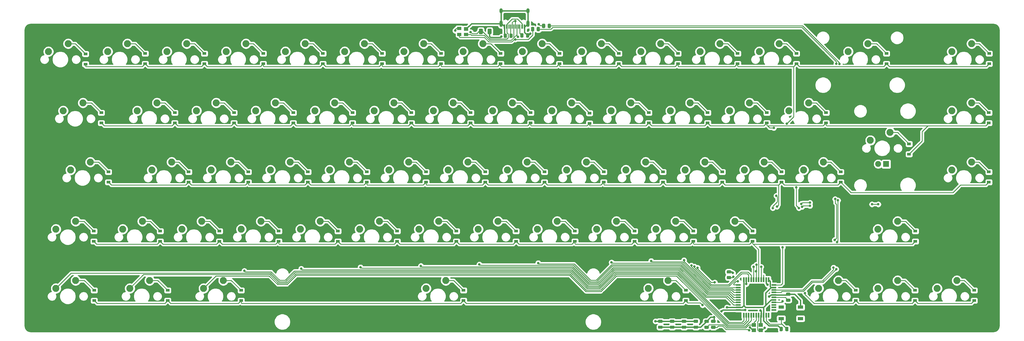
<source format=gbr>
%TF.GenerationSoftware,KiCad,Pcbnew,(5.1.9)-1*%
%TF.CreationDate,2021-03-24T19:16:49+01:00*%
%TF.ProjectId,rabbitholev1,72616262-6974-4686-9f6c-6576312e6b69,rev?*%
%TF.SameCoordinates,Original*%
%TF.FileFunction,Copper,L2,Bot*%
%TF.FilePolarity,Positive*%
%FSLAX46Y46*%
G04 Gerber Fmt 4.6, Leading zero omitted, Abs format (unit mm)*
G04 Created by KiCad (PCBNEW (5.1.9)-1) date 2021-03-24 19:16:49*
%MOMM*%
%LPD*%
G01*
G04 APERTURE LIST*
%TA.AperFunction,ComponentPad*%
%ADD10C,2.250000*%
%TD*%
%TA.AperFunction,ComponentPad*%
%ADD11R,1.905000X1.905000*%
%TD*%
%TA.AperFunction,ComponentPad*%
%ADD12C,1.905000*%
%TD*%
%TA.AperFunction,SMDPad,CuDef*%
%ADD13R,1.400000X1.200000*%
%TD*%
%TA.AperFunction,SMDPad,CuDef*%
%ADD14R,0.600000X1.450000*%
%TD*%
%TA.AperFunction,SMDPad,CuDef*%
%ADD15R,0.300000X1.450000*%
%TD*%
%TA.AperFunction,ComponentPad*%
%ADD16O,1.000000X2.100000*%
%TD*%
%TA.AperFunction,ComponentPad*%
%ADD17O,1.000000X1.600000*%
%TD*%
%TA.AperFunction,SMDPad,CuDef*%
%ADD18R,0.550000X1.500000*%
%TD*%
%TA.AperFunction,SMDPad,CuDef*%
%ADD19R,1.500000X0.550000*%
%TD*%
%TA.AperFunction,SMDPad,CuDef*%
%ADD20R,1.800000X1.100000*%
%TD*%
%TA.AperFunction,SMDPad,CuDef*%
%ADD21R,1.400000X1.000000*%
%TD*%
%TA.AperFunction,SMDPad,CuDef*%
%ADD22R,1.200000X0.900000*%
%TD*%
%TA.AperFunction,ViaPad*%
%ADD23C,0.800000*%
%TD*%
%TA.AperFunction,Conductor*%
%ADD24C,0.254000*%
%TD*%
%TA.AperFunction,Conductor*%
%ADD25C,0.381000*%
%TD*%
%TA.AperFunction,Conductor*%
%ADD26C,0.250000*%
%TD*%
%TA.AperFunction,NonConductor*%
%ADD27C,0.254000*%
%TD*%
%TA.AperFunction,NonConductor*%
%ADD28C,0.100000*%
%TD*%
G04 APERTURE END LIST*
D10*
%TO.P,MX17,2*%
%TO.N,Net-(D17-Pad2)*%
X40640000Y-150495000D03*
%TO.P,MX17,1*%
%TO.N,col1*%
X34290000Y-153035000D03*
%TD*%
%TO.P,MX18,2*%
%TO.N,Net-(D18-Pad2)*%
X59690000Y-150495000D03*
%TO.P,MX18,1*%
%TO.N,col2*%
X53340000Y-153035000D03*
%TD*%
%TO.P,MX16,2*%
%TO.N,Net-(D16-Pad2)*%
X16811769Y-150495000D03*
%TO.P,MX16,1*%
%TO.N,col0*%
X10461769Y-153035000D03*
%TD*%
%TO.P,MX66,2*%
%TO.N,Net-(D66-Pad2)*%
X297815000Y-207645000D03*
%TO.P,MX66,1*%
%TO.N,col12*%
X291465000Y-210185000D03*
%TD*%
%TO.P,MX65,2*%
%TO.N,Net-(D65-Pad2)*%
X278765000Y-207645000D03*
%TO.P,MX65,1*%
%TO.N,col12*%
X272415000Y-210185000D03*
%TD*%
%TO.P,MX64,2*%
%TO.N,Net-(D64-Pad2)*%
X259715000Y-207645000D03*
%TO.P,MX64,1*%
%TO.N,col12*%
X253365000Y-210185000D03*
%TD*%
%TO.P,MX63,2*%
%TO.N,Net-(D63-Pad2)*%
X204978000Y-207645000D03*
%TO.P,MX63,1*%
%TO.N,col10*%
X198628000Y-210185000D03*
%TD*%
%TO.P,MX62,2*%
%TO.N,Net-(D62-Pad2)*%
X133477000Y-207645000D03*
%TO.P,MX62,1*%
%TO.N,col6*%
X127127000Y-210185000D03*
%TD*%
%TO.P,MX61,2*%
%TO.N,Net-(D61-Pad2)*%
X61976000Y-207645000D03*
%TO.P,MX61,1*%
%TO.N,col2*%
X55626000Y-210185000D03*
%TD*%
%TO.P,MX60,2*%
%TO.N,Net-(D60-Pad2)*%
X38227000Y-207645000D03*
%TO.P,MX60,1*%
%TO.N,col1*%
X31877000Y-210185000D03*
%TD*%
%TO.P,MX59,2*%
%TO.N,Net-(D59-Pad2)*%
X14478000Y-207645000D03*
%TO.P,MX59,1*%
%TO.N,col0*%
X8128000Y-210185000D03*
%TD*%
%TO.P,MX58,2*%
%TO.N,Net-(D58-Pad2)*%
X278765000Y-188595000D03*
%TO.P,MX58,1*%
%TO.N,col13*%
X272415000Y-191135000D03*
%TD*%
%TO.P,MX57,2*%
%TO.N,Net-(D57-Pad2)*%
X226441000Y-188595000D03*
%TO.P,MX57,1*%
%TO.N,col11*%
X220091000Y-191135000D03*
%TD*%
%TO.P,MX56,2*%
%TO.N,Net-(D56-Pad2)*%
X207391000Y-188595000D03*
%TO.P,MX56,1*%
%TO.N,col10*%
X201041000Y-191135000D03*
%TD*%
%TO.P,MX55,2*%
%TO.N,Net-(D55-Pad2)*%
X188341000Y-188595000D03*
%TO.P,MX55,1*%
%TO.N,col9*%
X181991000Y-191135000D03*
%TD*%
%TO.P,MX54,2*%
%TO.N,Net-(D54-Pad2)*%
X169291000Y-188595000D03*
%TO.P,MX54,1*%
%TO.N,col8*%
X162941000Y-191135000D03*
%TD*%
%TO.P,MX53,2*%
%TO.N,Net-(D53-Pad2)*%
X150241000Y-188595000D03*
%TO.P,MX53,1*%
%TO.N,col7*%
X143891000Y-191135000D03*
%TD*%
%TO.P,MX52,2*%
%TO.N,Net-(D52-Pad2)*%
X131191000Y-188595000D03*
%TO.P,MX52,1*%
%TO.N,col6*%
X124841000Y-191135000D03*
%TD*%
%TO.P,MX51,2*%
%TO.N,Net-(D51-Pad2)*%
X112141000Y-188595000D03*
%TO.P,MX51,1*%
%TO.N,col5*%
X105791000Y-191135000D03*
%TD*%
%TO.P,MX50,2*%
%TO.N,Net-(D50-Pad2)*%
X93091000Y-188595000D03*
%TO.P,MX50,1*%
%TO.N,col4*%
X86741000Y-191135000D03*
%TD*%
%TO.P,MX49,2*%
%TO.N,Net-(D49-Pad2)*%
X74041000Y-188595000D03*
%TO.P,MX49,1*%
%TO.N,col3*%
X67691000Y-191135000D03*
%TD*%
%TO.P,MX48,2*%
%TO.N,Net-(D48-Pad2)*%
X54991000Y-188595000D03*
%TO.P,MX48,1*%
%TO.N,col2*%
X48641000Y-191135000D03*
%TD*%
%TO.P,MX47,2*%
%TO.N,Net-(D47-Pad2)*%
X35941000Y-188595000D03*
%TO.P,MX47,1*%
%TO.N,col1*%
X29591000Y-191135000D03*
%TD*%
%TO.P,MX46,2*%
%TO.N,Net-(D46-Pad2)*%
X14478000Y-188595000D03*
%TO.P,MX46,1*%
%TO.N,col0*%
X8128000Y-191135000D03*
%TD*%
%TO.P,MX44,2*%
%TO.N,Net-(D44-Pad2)*%
X302577500Y-169545000D03*
%TO.P,MX44,1*%
%TO.N,col14*%
X296227500Y-172085000D03*
%TD*%
%TO.P,MX43,2*%
%TO.N,Net-(D43-Pad2)*%
X254889000Y-169545000D03*
%TO.P,MX43,1*%
%TO.N,col12*%
X248539000Y-172085000D03*
%TD*%
%TO.P,MX42,2*%
%TO.N,Net-(D42-Pad2)*%
X235839000Y-169545000D03*
%TO.P,MX42,1*%
%TO.N,col11*%
X229489000Y-172085000D03*
%TD*%
%TO.P,MX41,2*%
%TO.N,Net-(D41-Pad2)*%
X216789000Y-169545000D03*
%TO.P,MX41,1*%
%TO.N,col10*%
X210439000Y-172085000D03*
%TD*%
%TO.P,MX40,2*%
%TO.N,Net-(D40-Pad2)*%
X197739000Y-169545000D03*
%TO.P,MX40,1*%
%TO.N,col9*%
X191389000Y-172085000D03*
%TD*%
%TO.P,MX39,2*%
%TO.N,Net-(D39-Pad2)*%
X178689000Y-169545000D03*
%TO.P,MX39,1*%
%TO.N,col8*%
X172339000Y-172085000D03*
%TD*%
%TO.P,MX38,2*%
%TO.N,Net-(D38-Pad2)*%
X159639000Y-169545000D03*
%TO.P,MX38,1*%
%TO.N,col7*%
X153289000Y-172085000D03*
%TD*%
%TO.P,MX37,2*%
%TO.N,Net-(D37-Pad2)*%
X140589000Y-169545000D03*
%TO.P,MX37,1*%
%TO.N,col6*%
X134239000Y-172085000D03*
%TD*%
%TO.P,MX36,2*%
%TO.N,Net-(D36-Pad2)*%
X121539000Y-169545000D03*
%TO.P,MX36,1*%
%TO.N,col5*%
X115189000Y-172085000D03*
%TD*%
%TO.P,MX35,2*%
%TO.N,Net-(D35-Pad2)*%
X102489000Y-169545000D03*
%TO.P,MX35,1*%
%TO.N,col4*%
X96139000Y-172085000D03*
%TD*%
%TO.P,MX34,2*%
%TO.N,Net-(D34-Pad2)*%
X83439000Y-169545000D03*
%TO.P,MX34,1*%
%TO.N,col3*%
X77089000Y-172085000D03*
%TD*%
%TO.P,MX33,2*%
%TO.N,Net-(D33-Pad2)*%
X64389000Y-169545000D03*
%TO.P,MX33,1*%
%TO.N,col2*%
X58039000Y-172085000D03*
%TD*%
%TO.P,MX32,2*%
%TO.N,Net-(D32-Pad2)*%
X45339000Y-169545000D03*
%TO.P,MX32,1*%
%TO.N,col1*%
X38989000Y-172085000D03*
%TD*%
%TO.P,MX31,2*%
%TO.N,Net-(D31-Pad2)*%
X19177000Y-169545000D03*
%TO.P,MX31,1*%
%TO.N,col0*%
X12827000Y-172085000D03*
%TD*%
%TO.P,MX30,2*%
%TO.N,Net-(D30-Pad2)*%
X302577500Y-150495000D03*
%TO.P,MX30,1*%
%TO.N,col14*%
X296227500Y-153035000D03*
%TD*%
%TO.P,MX28,2*%
%TO.N,Net-(D28-Pad2)*%
X250190000Y-150495000D03*
%TO.P,MX28,1*%
%TO.N,col12*%
X243840000Y-153035000D03*
%TD*%
%TO.P,MX27,2*%
%TO.N,Net-(D27-Pad2)*%
X231140000Y-150495000D03*
%TO.P,MX27,1*%
%TO.N,col11*%
X224790000Y-153035000D03*
%TD*%
%TO.P,MX26,2*%
%TO.N,Net-(D26-Pad2)*%
X212090000Y-150495000D03*
%TO.P,MX26,1*%
%TO.N,col10*%
X205740000Y-153035000D03*
%TD*%
%TO.P,MX25,2*%
%TO.N,Net-(D25-Pad2)*%
X193040000Y-150495000D03*
%TO.P,MX25,1*%
%TO.N,col9*%
X186690000Y-153035000D03*
%TD*%
%TO.P,MX24,2*%
%TO.N,Net-(D24-Pad2)*%
X173990000Y-150495000D03*
%TO.P,MX24,1*%
%TO.N,col8*%
X167640000Y-153035000D03*
%TD*%
%TO.P,MX23,2*%
%TO.N,Net-(D23-Pad2)*%
X154940000Y-150495000D03*
%TO.P,MX23,1*%
%TO.N,col7*%
X148590000Y-153035000D03*
%TD*%
%TO.P,MX22,2*%
%TO.N,Net-(D22-Pad2)*%
X135890000Y-150495000D03*
%TO.P,MX22,1*%
%TO.N,col6*%
X129540000Y-153035000D03*
%TD*%
%TO.P,MX21,2*%
%TO.N,Net-(D21-Pad2)*%
X116840000Y-150495000D03*
%TO.P,MX21,1*%
%TO.N,col5*%
X110490000Y-153035000D03*
%TD*%
%TO.P,MX20,2*%
%TO.N,Net-(D20-Pad2)*%
X97790000Y-150495000D03*
%TO.P,MX20,1*%
%TO.N,col4*%
X91440000Y-153035000D03*
%TD*%
%TO.P,MX19,2*%
%TO.N,Net-(D19-Pad2)*%
X78740000Y-150495000D03*
%TO.P,MX19,1*%
%TO.N,col3*%
X72390000Y-153035000D03*
%TD*%
%TO.P,MX15,2*%
%TO.N,Net-(D15-Pad2)*%
X302577500Y-131445000D03*
%TO.P,MX15,1*%
%TO.N,col14*%
X296227500Y-133985000D03*
%TD*%
%TO.P,MX14,2*%
%TO.N,Net-(D14-Pad2)*%
X269240000Y-131445000D03*
%TO.P,MX14,1*%
%TO.N,col13*%
X262890000Y-133985000D03*
%TD*%
%TO.P,MX13,2*%
%TO.N,Net-(D13-Pad2)*%
X240665000Y-131445000D03*
%TO.P,MX13,1*%
%TO.N,col12*%
X234315000Y-133985000D03*
%TD*%
%TO.P,MX12,2*%
%TO.N,Net-(D12-Pad2)*%
X221615000Y-131445000D03*
%TO.P,MX12,1*%
%TO.N,col11*%
X215265000Y-133985000D03*
%TD*%
%TO.P,MX11,2*%
%TO.N,Net-(D11-Pad2)*%
X202565000Y-131445000D03*
%TO.P,MX11,1*%
%TO.N,col10*%
X196215000Y-133985000D03*
%TD*%
%TO.P,MX10,2*%
%TO.N,Net-(D10-Pad2)*%
X183515000Y-131445000D03*
%TO.P,MX10,1*%
%TO.N,col9*%
X177165000Y-133985000D03*
%TD*%
%TO.P,MX9,2*%
%TO.N,Net-(D9-Pad2)*%
X164465000Y-131445000D03*
%TO.P,MX9,1*%
%TO.N,col8*%
X158115000Y-133985000D03*
%TD*%
%TO.P,MX8,2*%
%TO.N,Net-(D8-Pad2)*%
X145415000Y-131445000D03*
%TO.P,MX8,1*%
%TO.N,col7*%
X139065000Y-133985000D03*
%TD*%
%TO.P,MX7,2*%
%TO.N,Net-(D7-Pad2)*%
X126365000Y-131445000D03*
%TO.P,MX7,1*%
%TO.N,col6*%
X120015000Y-133985000D03*
%TD*%
%TO.P,MX6,2*%
%TO.N,Net-(D6-Pad2)*%
X107315000Y-131445000D03*
%TO.P,MX6,1*%
%TO.N,col5*%
X100965000Y-133985000D03*
%TD*%
%TO.P,MX5,2*%
%TO.N,Net-(D5-Pad2)*%
X88265000Y-131445000D03*
%TO.P,MX5,1*%
%TO.N,col4*%
X81915000Y-133985000D03*
%TD*%
%TO.P,MX4,2*%
%TO.N,Net-(D4-Pad2)*%
X69215000Y-131445000D03*
%TO.P,MX4,1*%
%TO.N,col3*%
X62865000Y-133985000D03*
%TD*%
%TO.P,MX3,2*%
%TO.N,Net-(D3-Pad2)*%
X50165000Y-131445000D03*
%TO.P,MX3,1*%
%TO.N,col2*%
X43815000Y-133985000D03*
%TD*%
%TO.P,MX2,2*%
%TO.N,Net-(D2-Pad2)*%
X31115000Y-131445000D03*
%TO.P,MX2,1*%
%TO.N,col1*%
X24765000Y-133985000D03*
%TD*%
%TO.P,MX1,2*%
%TO.N,Net-(D1-Pad2)*%
X12065000Y-131445000D03*
%TO.P,MX1,1*%
%TO.N,col0*%
X5715000Y-133985000D03*
%TD*%
D11*
%TO.P,MX29,4*%
%TO.N,N/C*%
X275082000Y-170180000D03*
D12*
%TO.P,MX29,3*%
X272542000Y-170180000D03*
D10*
%TO.P,MX29,1*%
%TO.N,col13*%
X270002000Y-162560000D03*
%TO.P,MX29,2*%
%TO.N,Net-(D29-Pad2)*%
X276352000Y-160020000D03*
%TD*%
D13*
%TO.P,Y1,4*%
%TO.N,GND*%
X232580000Y-223671500D03*
%TO.P,Y1,3*%
%TO.N,XTAL2*%
X234780000Y-223671500D03*
%TO.P,Y1,2*%
%TO.N,GND*%
X234780000Y-221971500D03*
%TO.P,Y1,1*%
%TO.N,XTAL1*%
X232580000Y-221971500D03*
%TD*%
D14*
%TO.P,USB1,12*%
%TO.N,GND*%
X158800000Y-125932000D03*
%TO.P,USB1,1*%
X152350000Y-125932000D03*
%TO.P,USB1,11*%
%TO.N,VCC*%
X158025000Y-125932000D03*
%TO.P,USB1,2*%
X153125000Y-125932000D03*
D15*
%TO.P,USB1,3*%
%TO.N,Net-(USB1-Pad3)*%
X153825000Y-125932000D03*
%TO.P,USB1,10*%
%TO.N,Net-(R5-Pad2)*%
X157325000Y-125932000D03*
%TO.P,USB1,4*%
%TO.N,Net-(R6-Pad2)*%
X154325000Y-125932000D03*
%TO.P,USB1,9*%
%TO.N,Net-(USB1-Pad9)*%
X156825000Y-125932000D03*
%TO.P,USB1,5*%
%TO.N,Net-(D67-Pad3)*%
X154825000Y-125932000D03*
%TO.P,USB1,8*%
%TO.N,Net-(D67-Pad2)*%
X156325000Y-125932000D03*
%TO.P,USB1,7*%
%TO.N,Net-(D67-Pad3)*%
X155825000Y-125932000D03*
%TO.P,USB1,6*%
%TO.N,Net-(D67-Pad2)*%
X155325000Y-125932000D03*
D16*
%TO.P,USB1,13*%
%TO.N,GND*%
X151255000Y-125017000D03*
X159895000Y-125017000D03*
D17*
X151255000Y-120837000D03*
X159895000Y-120837000D03*
%TD*%
D18*
%TO.P,U1,44*%
%TO.N,+5V*%
X237299000Y-207406000D03*
%TO.P,U1,43*%
%TO.N,GND*%
X236499000Y-207406000D03*
%TO.P,U1,42*%
%TO.N,Net-(U1-Pad42)*%
X235699000Y-207406000D03*
%TO.P,U1,41*%
%TO.N,row1*%
X234899000Y-207406000D03*
%TO.P,U1,40*%
%TO.N,row3*%
X234099000Y-207406000D03*
%TO.P,U1,39*%
%TO.N,row4*%
X233299000Y-207406000D03*
%TO.P,U1,38*%
%TO.N,row2*%
X232499000Y-207406000D03*
%TO.P,U1,37*%
%TO.N,col13*%
X231699000Y-207406000D03*
%TO.P,U1,36*%
%TO.N,col12*%
X230899000Y-207406000D03*
%TO.P,U1,35*%
%TO.N,GND*%
X230099000Y-207406000D03*
%TO.P,U1,34*%
%TO.N,+5V*%
X229299000Y-207406000D03*
D19*
%TO.P,U1,33*%
%TO.N,Net-(R2-Pad1)*%
X227599000Y-209106000D03*
%TO.P,U1,32*%
%TO.N,col11*%
X227599000Y-209906000D03*
%TO.P,U1,31*%
%TO.N,col10*%
X227599000Y-210706000D03*
%TO.P,U1,30*%
%TO.N,col9*%
X227599000Y-211506000D03*
%TO.P,U1,29*%
%TO.N,col8*%
X227599000Y-212306000D03*
%TO.P,U1,28*%
%TO.N,col7*%
X227599000Y-213106000D03*
%TO.P,U1,27*%
%TO.N,col6*%
X227599000Y-213906000D03*
%TO.P,U1,26*%
%TO.N,col5*%
X227599000Y-214706000D03*
%TO.P,U1,25*%
%TO.N,col4*%
X227599000Y-215506000D03*
%TO.P,U1,24*%
%TO.N,+5V*%
X227599000Y-216306000D03*
%TO.P,U1,23*%
%TO.N,GND*%
X227599000Y-217106000D03*
D18*
%TO.P,U1,22*%
%TO.N,col3*%
X229299000Y-218806000D03*
%TO.P,U1,21*%
%TO.N,col0*%
X230099000Y-218806000D03*
%TO.P,U1,20*%
%TO.N,col1*%
X230899000Y-218806000D03*
%TO.P,U1,19*%
%TO.N,col2*%
X231699000Y-218806000D03*
%TO.P,U1,18*%
%TO.N,Net-(U1-Pad18)*%
X232499000Y-218806000D03*
%TO.P,U1,17*%
%TO.N,XTAL1*%
X233299000Y-218806000D03*
%TO.P,U1,16*%
%TO.N,XTAL2*%
X234099000Y-218806000D03*
%TO.P,U1,15*%
%TO.N,GND*%
X234899000Y-218806000D03*
%TO.P,U1,14*%
%TO.N,+5V*%
X235699000Y-218806000D03*
%TO.P,U1,13*%
%TO.N,Net-(R1-Pad1)*%
X236499000Y-218806000D03*
%TO.P,U1,12*%
%TO.N,Net-(U1-Pad12)*%
X237299000Y-218806000D03*
D19*
%TO.P,U1,11*%
%TO.N,Net-(U1-Pad11)*%
X238999000Y-217106000D03*
%TO.P,U1,10*%
%TO.N,Net-(U1-Pad10)*%
X238999000Y-216306000D03*
%TO.P,U1,9*%
%TO.N,Net-(U1-Pad9)*%
X238999000Y-215506000D03*
%TO.P,U1,8*%
%TO.N,col14*%
X238999000Y-214706000D03*
%TO.P,U1,7*%
%TO.N,+5V*%
X238999000Y-213906000D03*
%TO.P,U1,6*%
%TO.N,Net-(C1-Pad1)*%
X238999000Y-213106000D03*
%TO.P,U1,5*%
%TO.N,GND*%
X238999000Y-212306000D03*
%TO.P,U1,4*%
%TO.N,D+*%
X238999000Y-211506000D03*
%TO.P,U1,3*%
%TO.N,D-*%
X238999000Y-210706000D03*
%TO.P,U1,2*%
%TO.N,+5V*%
X238999000Y-209906000D03*
%TO.P,U1,1*%
%TO.N,row0*%
X238999000Y-209106000D03*
%TD*%
D20*
%TO.P,SW1,4*%
%TO.N,N/C*%
X241329280Y-216214080D03*
%TO.P,SW1,3*%
X247529280Y-219914080D03*
%TO.P,SW1,2*%
%TO.N,Net-(R1-Pad1)*%
X241329280Y-219914080D03*
%TO.P,SW1,1*%
%TO.N,GND*%
X247529280Y-216214080D03*
%TD*%
%TO.P,R6,2*%
%TO.N,Net-(R6-Pad2)*%
%TA.AperFunction,SMDPad,CuDef*%
G36*
G01*
X153943000Y-129355002D02*
X153943000Y-128454998D01*
G75*
G02*
X154192998Y-128205000I249998J0D01*
G01*
X154718002Y-128205000D01*
G75*
G02*
X154968000Y-128454998I0J-249998D01*
G01*
X154968000Y-129355002D01*
G75*
G02*
X154718002Y-129605000I-249998J0D01*
G01*
X154192998Y-129605000D01*
G75*
G02*
X153943000Y-129355002I0J249998D01*
G01*
G37*
%TD.AperFunction*%
%TO.P,R6,1*%
%TO.N,GND*%
%TA.AperFunction,SMDPad,CuDef*%
G36*
G01*
X152118000Y-129355002D02*
X152118000Y-128454998D01*
G75*
G02*
X152367998Y-128205000I249998J0D01*
G01*
X152893002Y-128205000D01*
G75*
G02*
X153143000Y-128454998I0J-249998D01*
G01*
X153143000Y-129355002D01*
G75*
G02*
X152893002Y-129605000I-249998J0D01*
G01*
X152367998Y-129605000D01*
G75*
G02*
X152118000Y-129355002I0J249998D01*
G01*
G37*
%TD.AperFunction*%
%TD*%
%TO.P,R5,2*%
%TO.N,Net-(R5-Pad2)*%
%TA.AperFunction,SMDPad,CuDef*%
G36*
G01*
X158477000Y-128327998D02*
X158477000Y-129228002D01*
G75*
G02*
X158227002Y-129478000I-249998J0D01*
G01*
X157701998Y-129478000D01*
G75*
G02*
X157452000Y-129228002I0J249998D01*
G01*
X157452000Y-128327998D01*
G75*
G02*
X157701998Y-128078000I249998J0D01*
G01*
X158227002Y-128078000D01*
G75*
G02*
X158477000Y-128327998I0J-249998D01*
G01*
G37*
%TD.AperFunction*%
%TO.P,R5,1*%
%TO.N,GND*%
%TA.AperFunction,SMDPad,CuDef*%
G36*
G01*
X160302000Y-128327998D02*
X160302000Y-129228002D01*
G75*
G02*
X160052002Y-129478000I-249998J0D01*
G01*
X159526998Y-129478000D01*
G75*
G02*
X159277000Y-129228002I0J249998D01*
G01*
X159277000Y-128327998D01*
G75*
G02*
X159526998Y-128078000I249998J0D01*
G01*
X160052002Y-128078000D01*
G75*
G02*
X160302000Y-128327998I0J-249998D01*
G01*
G37*
%TD.AperFunction*%
%TD*%
%TO.P,R4,2*%
%TO.N,D+*%
%TA.AperFunction,SMDPad,CuDef*%
G36*
G01*
X166262000Y-126180002D02*
X166262000Y-125279998D01*
G75*
G02*
X166511998Y-125030000I249998J0D01*
G01*
X167037002Y-125030000D01*
G75*
G02*
X167287000Y-125279998I0J-249998D01*
G01*
X167287000Y-126180002D01*
G75*
G02*
X167037002Y-126430000I-249998J0D01*
G01*
X166511998Y-126430000D01*
G75*
G02*
X166262000Y-126180002I0J249998D01*
G01*
G37*
%TD.AperFunction*%
%TO.P,R4,1*%
%TO.N,Net-(D67-Pad2)*%
%TA.AperFunction,SMDPad,CuDef*%
G36*
G01*
X164437000Y-126180002D02*
X164437000Y-125279998D01*
G75*
G02*
X164686998Y-125030000I249998J0D01*
G01*
X165212002Y-125030000D01*
G75*
G02*
X165462000Y-125279998I0J-249998D01*
G01*
X165462000Y-126180002D01*
G75*
G02*
X165212002Y-126430000I-249998J0D01*
G01*
X164686998Y-126430000D01*
G75*
G02*
X164437000Y-126180002I0J249998D01*
G01*
G37*
%TD.AperFunction*%
%TD*%
%TO.P,R3,2*%
%TO.N,D-*%
%TA.AperFunction,SMDPad,CuDef*%
G36*
G01*
X162729500Y-127196002D02*
X162729500Y-126295998D01*
G75*
G02*
X162979498Y-126046000I249998J0D01*
G01*
X163504502Y-126046000D01*
G75*
G02*
X163754500Y-126295998I0J-249998D01*
G01*
X163754500Y-127196002D01*
G75*
G02*
X163504502Y-127446000I-249998J0D01*
G01*
X162979498Y-127446000D01*
G75*
G02*
X162729500Y-127196002I0J249998D01*
G01*
G37*
%TD.AperFunction*%
%TO.P,R3,1*%
%TO.N,Net-(D67-Pad3)*%
%TA.AperFunction,SMDPad,CuDef*%
G36*
G01*
X160904500Y-127196002D02*
X160904500Y-126295998D01*
G75*
G02*
X161154498Y-126046000I249998J0D01*
G01*
X161679502Y-126046000D01*
G75*
G02*
X161929500Y-126295998I0J-249998D01*
G01*
X161929500Y-127196002D01*
G75*
G02*
X161679502Y-127446000I-249998J0D01*
G01*
X161154498Y-127446000D01*
G75*
G02*
X160904500Y-127196002I0J249998D01*
G01*
G37*
%TD.AperFunction*%
%TD*%
%TO.P,R2,2*%
%TO.N,GND*%
%TA.AperFunction,SMDPad,CuDef*%
G36*
G01*
X224986002Y-205403500D02*
X224085998Y-205403500D01*
G75*
G02*
X223836000Y-205153502I0J249998D01*
G01*
X223836000Y-204628498D01*
G75*
G02*
X224085998Y-204378500I249998J0D01*
G01*
X224986002Y-204378500D01*
G75*
G02*
X225236000Y-204628498I0J-249998D01*
G01*
X225236000Y-205153502D01*
G75*
G02*
X224986002Y-205403500I-249998J0D01*
G01*
G37*
%TD.AperFunction*%
%TO.P,R2,1*%
%TO.N,Net-(R2-Pad1)*%
%TA.AperFunction,SMDPad,CuDef*%
G36*
G01*
X224986002Y-207228500D02*
X224085998Y-207228500D01*
G75*
G02*
X223836000Y-206978502I0J249998D01*
G01*
X223836000Y-206453498D01*
G75*
G02*
X224085998Y-206203500I249998J0D01*
G01*
X224986002Y-206203500D01*
G75*
G02*
X225236000Y-206453498I0J-249998D01*
G01*
X225236000Y-206978502D01*
G75*
G02*
X224986002Y-207228500I-249998J0D01*
G01*
G37*
%TD.AperFunction*%
%TD*%
%TO.P,R1,2*%
%TO.N,+5V*%
%TA.AperFunction,SMDPad,CuDef*%
G36*
G01*
X241852500Y-222815998D02*
X241852500Y-223716002D01*
G75*
G02*
X241602502Y-223966000I-249998J0D01*
G01*
X241077498Y-223966000D01*
G75*
G02*
X240827500Y-223716002I0J249998D01*
G01*
X240827500Y-222815998D01*
G75*
G02*
X241077498Y-222566000I249998J0D01*
G01*
X241602502Y-222566000D01*
G75*
G02*
X241852500Y-222815998I0J-249998D01*
G01*
G37*
%TD.AperFunction*%
%TO.P,R1,1*%
%TO.N,Net-(R1-Pad1)*%
%TA.AperFunction,SMDPad,CuDef*%
G36*
G01*
X243677500Y-222815998D02*
X243677500Y-223716002D01*
G75*
G02*
X243427502Y-223966000I-249998J0D01*
G01*
X242902498Y-223966000D01*
G75*
G02*
X242652500Y-223716002I0J249998D01*
G01*
X242652500Y-222815998D01*
G75*
G02*
X242902498Y-222566000I249998J0D01*
G01*
X243427502Y-222566000D01*
G75*
G02*
X243677500Y-222815998I0J-249998D01*
G01*
G37*
%TD.AperFunction*%
%TD*%
D21*
%TO.P,D67,4*%
%TO.N,VCC*%
X137838000Y-126558000D03*
%TO.P,D67,3*%
%TO.N,Net-(D67-Pad3)*%
X137838000Y-128458000D03*
%TO.P,D67,2*%
%TO.N,Net-(D67-Pad2)*%
X140038000Y-128458000D03*
D13*
%TO.P,D67,1*%
%TO.N,GND*%
X140038000Y-126738000D03*
%TD*%
D22*
%TO.P,D66,2*%
%TO.N,Net-(D66-Pad2)*%
X303403000Y-210821000D03*
%TO.P,D66,1*%
%TO.N,row4*%
X303403000Y-214121000D03*
%TD*%
%TO.P,D65,2*%
%TO.N,Net-(D65-Pad2)*%
X284353000Y-210821000D03*
%TO.P,D65,1*%
%TO.N,row4*%
X284353000Y-214121000D03*
%TD*%
%TO.P,D64,2*%
%TO.N,Net-(D64-Pad2)*%
X265303000Y-210821000D03*
%TO.P,D64,1*%
%TO.N,row4*%
X265303000Y-214121000D03*
%TD*%
%TO.P,D63,2*%
%TO.N,Net-(D63-Pad2)*%
X210693000Y-210821000D03*
%TO.P,D63,1*%
%TO.N,row4*%
X210693000Y-214121000D03*
%TD*%
%TO.P,D62,2*%
%TO.N,Net-(D62-Pad2)*%
X139192000Y-210821000D03*
%TO.P,D62,1*%
%TO.N,row4*%
X139192000Y-214121000D03*
%TD*%
%TO.P,D61,2*%
%TO.N,Net-(D61-Pad2)*%
X67691000Y-210822000D03*
%TO.P,D61,1*%
%TO.N,row4*%
X67691000Y-214122000D03*
%TD*%
%TO.P,D60,2*%
%TO.N,Net-(D60-Pad2)*%
X44069000Y-210821000D03*
%TO.P,D60,1*%
%TO.N,row4*%
X44069000Y-214121000D03*
%TD*%
%TO.P,D59,2*%
%TO.N,Net-(D59-Pad2)*%
X20447000Y-210821000D03*
%TO.P,D59,1*%
%TO.N,row4*%
X20447000Y-214121000D03*
%TD*%
%TO.P,D58,2*%
%TO.N,Net-(D58-Pad2)*%
X284480000Y-191771000D03*
%TO.P,D58,1*%
%TO.N,row3*%
X284480000Y-195071000D03*
%TD*%
%TO.P,D57,2*%
%TO.N,Net-(D57-Pad2)*%
X232156000Y-191771000D03*
%TO.P,D57,1*%
%TO.N,row3*%
X232156000Y-195071000D03*
%TD*%
%TO.P,D56,2*%
%TO.N,Net-(D56-Pad2)*%
X213106000Y-191771000D03*
%TO.P,D56,1*%
%TO.N,row3*%
X213106000Y-195071000D03*
%TD*%
%TO.P,D55,2*%
%TO.N,Net-(D55-Pad2)*%
X194183000Y-191771000D03*
%TO.P,D55,1*%
%TO.N,row3*%
X194183000Y-195071000D03*
%TD*%
%TO.P,D54,2*%
%TO.N,Net-(D54-Pad2)*%
X175006000Y-191771000D03*
%TO.P,D54,1*%
%TO.N,row3*%
X175006000Y-195071000D03*
%TD*%
%TO.P,D53,2*%
%TO.N,Net-(D53-Pad2)*%
X156083000Y-191771000D03*
%TO.P,D53,1*%
%TO.N,row3*%
X156083000Y-195071000D03*
%TD*%
%TO.P,D52,2*%
%TO.N,Net-(D52-Pad2)*%
X136906000Y-191771000D03*
%TO.P,D52,1*%
%TO.N,row3*%
X136906000Y-195071000D03*
%TD*%
%TO.P,D51,2*%
%TO.N,Net-(D51-Pad2)*%
X117856000Y-191771000D03*
%TO.P,D51,1*%
%TO.N,row3*%
X117856000Y-195071000D03*
%TD*%
%TO.P,D50,2*%
%TO.N,Net-(D50-Pad2)*%
X98806000Y-191771000D03*
%TO.P,D50,1*%
%TO.N,row3*%
X98806000Y-195071000D03*
%TD*%
%TO.P,D49,2*%
%TO.N,Net-(D49-Pad2)*%
X79756000Y-191771000D03*
%TO.P,D49,1*%
%TO.N,row3*%
X79756000Y-195071000D03*
%TD*%
%TO.P,D48,2*%
%TO.N,Net-(D48-Pad2)*%
X60706000Y-191771000D03*
%TO.P,D48,1*%
%TO.N,row3*%
X60706000Y-195071000D03*
%TD*%
%TO.P,D47,2*%
%TO.N,Net-(D47-Pad2)*%
X41656000Y-191771000D03*
%TO.P,D47,1*%
%TO.N,row3*%
X41656000Y-195071000D03*
%TD*%
%TO.P,D46,2*%
%TO.N,Net-(D46-Pad2)*%
X20320000Y-191771000D03*
%TO.P,D46,1*%
%TO.N,row3*%
X20320000Y-195071000D03*
%TD*%
%TO.P,D44,2*%
%TO.N,Net-(D44-Pad2)*%
X308102000Y-172721000D03*
%TO.P,D44,1*%
%TO.N,row2*%
X308102000Y-176021000D03*
%TD*%
%TO.P,D43,2*%
%TO.N,Net-(D43-Pad2)*%
X260477000Y-172721000D03*
%TO.P,D43,1*%
%TO.N,row2*%
X260477000Y-176021000D03*
%TD*%
%TO.P,D42,2*%
%TO.N,Net-(D42-Pad2)*%
X241427000Y-172721000D03*
%TO.P,D42,1*%
%TO.N,row2*%
X241427000Y-176021000D03*
%TD*%
%TO.P,D41,2*%
%TO.N,Net-(D41-Pad2)*%
X222377000Y-172721000D03*
%TO.P,D41,1*%
%TO.N,row2*%
X222377000Y-176021000D03*
%TD*%
%TO.P,D40,2*%
%TO.N,Net-(D40-Pad2)*%
X203327000Y-172721000D03*
%TO.P,D40,1*%
%TO.N,row2*%
X203327000Y-176021000D03*
%TD*%
%TO.P,D39,2*%
%TO.N,Net-(D39-Pad2)*%
X184277000Y-172721000D03*
%TO.P,D39,1*%
%TO.N,row2*%
X184277000Y-176021000D03*
%TD*%
%TO.P,D38,2*%
%TO.N,Net-(D38-Pad2)*%
X165227000Y-172721000D03*
%TO.P,D38,1*%
%TO.N,row2*%
X165227000Y-176021000D03*
%TD*%
%TO.P,D37,2*%
%TO.N,Net-(D37-Pad2)*%
X146177000Y-172721000D03*
%TO.P,D37,1*%
%TO.N,row2*%
X146177000Y-176021000D03*
%TD*%
%TO.P,D36,2*%
%TO.N,Net-(D36-Pad2)*%
X127127000Y-172721000D03*
%TO.P,D36,1*%
%TO.N,row2*%
X127127000Y-176021000D03*
%TD*%
%TO.P,D35,2*%
%TO.N,Net-(D35-Pad2)*%
X108077000Y-172721000D03*
%TO.P,D35,1*%
%TO.N,row2*%
X108077000Y-176021000D03*
%TD*%
%TO.P,D34,2*%
%TO.N,Net-(D34-Pad2)*%
X89154000Y-172721000D03*
%TO.P,D34,1*%
%TO.N,row2*%
X89154000Y-176021000D03*
%TD*%
%TO.P,D33,2*%
%TO.N,Net-(D33-Pad2)*%
X69977000Y-172721000D03*
%TO.P,D33,1*%
%TO.N,row2*%
X69977000Y-176021000D03*
%TD*%
%TO.P,D32,2*%
%TO.N,Net-(D32-Pad2)*%
X50800000Y-172721000D03*
%TO.P,D32,1*%
%TO.N,row2*%
X50800000Y-176021000D03*
%TD*%
%TO.P,D31,2*%
%TO.N,Net-(D31-Pad2)*%
X25019000Y-172721000D03*
%TO.P,D31,1*%
%TO.N,row2*%
X25019000Y-176021000D03*
%TD*%
%TO.P,D30,2*%
%TO.N,Net-(D30-Pad2)*%
X308102000Y-153671000D03*
%TO.P,D30,1*%
%TO.N,row1*%
X308102000Y-156971000D03*
%TD*%
%TO.P,D29,2*%
%TO.N,Net-(D29-Pad2)*%
X282448000Y-163704000D03*
%TO.P,D29,1*%
%TO.N,row1*%
X282448000Y-167004000D03*
%TD*%
%TO.P,D28,2*%
%TO.N,Net-(D28-Pad2)*%
X255778000Y-153671000D03*
%TO.P,D28,1*%
%TO.N,row1*%
X255778000Y-156971000D03*
%TD*%
%TO.P,D27,2*%
%TO.N,Net-(D27-Pad2)*%
X236728000Y-153671000D03*
%TO.P,D27,1*%
%TO.N,row1*%
X236728000Y-156971000D03*
%TD*%
%TO.P,D26,2*%
%TO.N,Net-(D26-Pad2)*%
X217678000Y-153671000D03*
%TO.P,D26,1*%
%TO.N,row1*%
X217678000Y-156971000D03*
%TD*%
%TO.P,D25,2*%
%TO.N,Net-(D25-Pad2)*%
X198755000Y-153671000D03*
%TO.P,D25,1*%
%TO.N,row1*%
X198755000Y-156971000D03*
%TD*%
%TO.P,D24,2*%
%TO.N,Net-(D24-Pad2)*%
X179705000Y-153798000D03*
%TO.P,D24,1*%
%TO.N,row1*%
X179705000Y-157098000D03*
%TD*%
%TO.P,D23,2*%
%TO.N,Net-(D23-Pad2)*%
X160782000Y-153671000D03*
%TO.P,D23,1*%
%TO.N,row1*%
X160782000Y-156971000D03*
%TD*%
%TO.P,D22,2*%
%TO.N,Net-(D22-Pad2)*%
X141478000Y-153671000D03*
%TO.P,D22,1*%
%TO.N,row1*%
X141478000Y-156971000D03*
%TD*%
%TO.P,D21,2*%
%TO.N,Net-(D21-Pad2)*%
X122428000Y-153671000D03*
%TO.P,D21,1*%
%TO.N,row1*%
X122428000Y-156971000D03*
%TD*%
%TO.P,D20,2*%
%TO.N,Net-(D20-Pad2)*%
X103505000Y-153671000D03*
%TO.P,D20,1*%
%TO.N,row1*%
X103505000Y-156971000D03*
%TD*%
%TO.P,D19,2*%
%TO.N,Net-(D19-Pad2)*%
X84455000Y-153671000D03*
%TO.P,D19,1*%
%TO.N,row1*%
X84455000Y-156971000D03*
%TD*%
%TO.P,D18,2*%
%TO.N,Net-(D18-Pad2)*%
X65405000Y-153671000D03*
%TO.P,D18,1*%
%TO.N,row1*%
X65405000Y-156971000D03*
%TD*%
%TO.P,D17,2*%
%TO.N,Net-(D17-Pad2)*%
X46355000Y-153671000D03*
%TO.P,D17,1*%
%TO.N,row1*%
X46355000Y-156971000D03*
%TD*%
%TO.P,D16,2*%
%TO.N,Net-(D16-Pad2)*%
X22733000Y-153671000D03*
%TO.P,D16,1*%
%TO.N,row1*%
X22733000Y-156971000D03*
%TD*%
%TO.P,D15,2*%
%TO.N,Net-(D15-Pad2)*%
X308229000Y-134621000D03*
%TO.P,D15,1*%
%TO.N,row0*%
X308229000Y-137921000D03*
%TD*%
%TO.P,D14,2*%
%TO.N,Net-(D14-Pad2)*%
X275209000Y-134621000D03*
%TO.P,D14,1*%
%TO.N,row0*%
X275209000Y-137921000D03*
%TD*%
%TO.P,D13,2*%
%TO.N,Net-(D13-Pad2)*%
X246253000Y-134621000D03*
%TO.P,D13,1*%
%TO.N,row0*%
X246253000Y-137921000D03*
%TD*%
%TO.P,D12,2*%
%TO.N,Net-(D12-Pad2)*%
X227330000Y-134621000D03*
%TO.P,D12,1*%
%TO.N,row0*%
X227330000Y-137921000D03*
%TD*%
%TO.P,D11,2*%
%TO.N,Net-(D11-Pad2)*%
X208153000Y-134621000D03*
%TO.P,D11,1*%
%TO.N,row0*%
X208153000Y-137921000D03*
%TD*%
%TO.P,D10,2*%
%TO.N,Net-(D10-Pad2)*%
X189103000Y-134621000D03*
%TO.P,D10,1*%
%TO.N,row0*%
X189103000Y-137921000D03*
%TD*%
%TO.P,D9,2*%
%TO.N,Net-(D9-Pad2)*%
X170053000Y-134621000D03*
%TO.P,D9,1*%
%TO.N,row0*%
X170053000Y-137921000D03*
%TD*%
%TO.P,D8,2*%
%TO.N,Net-(D8-Pad2)*%
X151130000Y-134621000D03*
%TO.P,D8,1*%
%TO.N,row0*%
X151130000Y-137921000D03*
%TD*%
%TO.P,D7,2*%
%TO.N,Net-(D7-Pad2)*%
X131953000Y-134621000D03*
%TO.P,D7,1*%
%TO.N,row0*%
X131953000Y-137921000D03*
%TD*%
%TO.P,D6,2*%
%TO.N,Net-(D6-Pad2)*%
X113030000Y-134621000D03*
%TO.P,D6,1*%
%TO.N,row0*%
X113030000Y-137921000D03*
%TD*%
%TO.P,D5,2*%
%TO.N,Net-(D5-Pad2)*%
X93980000Y-134621000D03*
%TO.P,D5,1*%
%TO.N,row0*%
X93980000Y-137921000D03*
%TD*%
%TO.P,D4,2*%
%TO.N,Net-(D4-Pad2)*%
X74803000Y-134621000D03*
%TO.P,D4,1*%
%TO.N,row0*%
X74803000Y-137921000D03*
%TD*%
%TO.P,D3,2*%
%TO.N,Net-(D3-Pad2)*%
X55880000Y-134621000D03*
%TO.P,D3,1*%
%TO.N,row0*%
X55880000Y-137921000D03*
%TD*%
%TO.P,D2,2*%
%TO.N,Net-(D2-Pad2)*%
X36830000Y-134621000D03*
%TO.P,D2,1*%
%TO.N,row0*%
X36830000Y-137921000D03*
%TD*%
%TO.P,D1,2*%
%TO.N,Net-(D1-Pad2)*%
X17653000Y-134748000D03*
%TO.P,D1,1*%
%TO.N,row0*%
X17653000Y-138048000D03*
%TD*%
%TO.P,C7,2*%
%TO.N,GND*%
%TA.AperFunction,SMDPad,CuDef*%
G36*
G01*
X219994500Y-221292000D02*
X219044500Y-221292000D01*
G75*
G02*
X218794500Y-221042000I0J250000D01*
G01*
X218794500Y-220542000D01*
G75*
G02*
X219044500Y-220292000I250000J0D01*
G01*
X219994500Y-220292000D01*
G75*
G02*
X220244500Y-220542000I0J-250000D01*
G01*
X220244500Y-221042000D01*
G75*
G02*
X219994500Y-221292000I-250000J0D01*
G01*
G37*
%TD.AperFunction*%
%TO.P,C7,1*%
%TO.N,XTAL2*%
%TA.AperFunction,SMDPad,CuDef*%
G36*
G01*
X219994500Y-223192000D02*
X219044500Y-223192000D01*
G75*
G02*
X218794500Y-222942000I0J250000D01*
G01*
X218794500Y-222442000D01*
G75*
G02*
X219044500Y-222192000I250000J0D01*
G01*
X219994500Y-222192000D01*
G75*
G02*
X220244500Y-222442000I0J-250000D01*
G01*
X220244500Y-222942000D01*
G75*
G02*
X219994500Y-223192000I-250000J0D01*
G01*
G37*
%TD.AperFunction*%
%TD*%
%TO.P,C6,2*%
%TO.N,GND*%
%TA.AperFunction,SMDPad,CuDef*%
G36*
G01*
X217835500Y-221292000D02*
X216885500Y-221292000D01*
G75*
G02*
X216635500Y-221042000I0J250000D01*
G01*
X216635500Y-220542000D01*
G75*
G02*
X216885500Y-220292000I250000J0D01*
G01*
X217835500Y-220292000D01*
G75*
G02*
X218085500Y-220542000I0J-250000D01*
G01*
X218085500Y-221042000D01*
G75*
G02*
X217835500Y-221292000I-250000J0D01*
G01*
G37*
%TD.AperFunction*%
%TO.P,C6,1*%
%TO.N,XTAL1*%
%TA.AperFunction,SMDPad,CuDef*%
G36*
G01*
X217835500Y-223192000D02*
X216885500Y-223192000D01*
G75*
G02*
X216635500Y-222942000I0J250000D01*
G01*
X216635500Y-222442000D01*
G75*
G02*
X216885500Y-222192000I250000J0D01*
G01*
X217835500Y-222192000D01*
G75*
G02*
X218085500Y-222442000I0J-250000D01*
G01*
X218085500Y-222942000D01*
G75*
G02*
X217835500Y-223192000I-250000J0D01*
G01*
G37*
%TD.AperFunction*%
%TD*%
%TO.P,C5,2*%
%TO.N,+5V*%
%TA.AperFunction,SMDPad,CuDef*%
G36*
G01*
X214383640Y-221281840D02*
X213433640Y-221281840D01*
G75*
G02*
X213183640Y-221031840I0J250000D01*
G01*
X213183640Y-220531840D01*
G75*
G02*
X213433640Y-220281840I250000J0D01*
G01*
X214383640Y-220281840D01*
G75*
G02*
X214633640Y-220531840I0J-250000D01*
G01*
X214633640Y-221031840D01*
G75*
G02*
X214383640Y-221281840I-250000J0D01*
G01*
G37*
%TD.AperFunction*%
%TO.P,C5,1*%
%TO.N,GND*%
%TA.AperFunction,SMDPad,CuDef*%
G36*
G01*
X214383640Y-223181840D02*
X213433640Y-223181840D01*
G75*
G02*
X213183640Y-222931840I0J250000D01*
G01*
X213183640Y-222431840D01*
G75*
G02*
X213433640Y-222181840I250000J0D01*
G01*
X214383640Y-222181840D01*
G75*
G02*
X214633640Y-222431840I0J-250000D01*
G01*
X214633640Y-222931840D01*
G75*
G02*
X214383640Y-223181840I-250000J0D01*
G01*
G37*
%TD.AperFunction*%
%TD*%
%TO.P,C4,2*%
%TO.N,+5V*%
%TA.AperFunction,SMDPad,CuDef*%
G36*
G01*
X210573640Y-221281840D02*
X209623640Y-221281840D01*
G75*
G02*
X209373640Y-221031840I0J250000D01*
G01*
X209373640Y-220531840D01*
G75*
G02*
X209623640Y-220281840I250000J0D01*
G01*
X210573640Y-220281840D01*
G75*
G02*
X210823640Y-220531840I0J-250000D01*
G01*
X210823640Y-221031840D01*
G75*
G02*
X210573640Y-221281840I-250000J0D01*
G01*
G37*
%TD.AperFunction*%
%TO.P,C4,1*%
%TO.N,GND*%
%TA.AperFunction,SMDPad,CuDef*%
G36*
G01*
X210573640Y-223181840D02*
X209623640Y-223181840D01*
G75*
G02*
X209373640Y-222931840I0J250000D01*
G01*
X209373640Y-222431840D01*
G75*
G02*
X209623640Y-222181840I250000J0D01*
G01*
X210573640Y-222181840D01*
G75*
G02*
X210823640Y-222431840I0J-250000D01*
G01*
X210823640Y-222931840D01*
G75*
G02*
X210573640Y-223181840I-250000J0D01*
G01*
G37*
%TD.AperFunction*%
%TD*%
%TO.P,C3,2*%
%TO.N,+5V*%
%TA.AperFunction,SMDPad,CuDef*%
G36*
G01*
X206763640Y-221281840D02*
X205813640Y-221281840D01*
G75*
G02*
X205563640Y-221031840I0J250000D01*
G01*
X205563640Y-220531840D01*
G75*
G02*
X205813640Y-220281840I250000J0D01*
G01*
X206763640Y-220281840D01*
G75*
G02*
X207013640Y-220531840I0J-250000D01*
G01*
X207013640Y-221031840D01*
G75*
G02*
X206763640Y-221281840I-250000J0D01*
G01*
G37*
%TD.AperFunction*%
%TO.P,C3,1*%
%TO.N,GND*%
%TA.AperFunction,SMDPad,CuDef*%
G36*
G01*
X206763640Y-223181840D02*
X205813640Y-223181840D01*
G75*
G02*
X205563640Y-222931840I0J250000D01*
G01*
X205563640Y-222431840D01*
G75*
G02*
X205813640Y-222181840I250000J0D01*
G01*
X206763640Y-222181840D01*
G75*
G02*
X207013640Y-222431840I0J-250000D01*
G01*
X207013640Y-222931840D01*
G75*
G02*
X206763640Y-223181840I-250000J0D01*
G01*
G37*
%TD.AperFunction*%
%TD*%
%TO.P,C2,2*%
%TO.N,+5V*%
%TA.AperFunction,SMDPad,CuDef*%
G36*
G01*
X202953640Y-221281840D02*
X202003640Y-221281840D01*
G75*
G02*
X201753640Y-221031840I0J250000D01*
G01*
X201753640Y-220531840D01*
G75*
G02*
X202003640Y-220281840I250000J0D01*
G01*
X202953640Y-220281840D01*
G75*
G02*
X203203640Y-220531840I0J-250000D01*
G01*
X203203640Y-221031840D01*
G75*
G02*
X202953640Y-221281840I-250000J0D01*
G01*
G37*
%TD.AperFunction*%
%TO.P,C2,1*%
%TO.N,GND*%
%TA.AperFunction,SMDPad,CuDef*%
G36*
G01*
X202953640Y-223181840D02*
X202003640Y-223181840D01*
G75*
G02*
X201753640Y-222931840I0J250000D01*
G01*
X201753640Y-222431840D01*
G75*
G02*
X202003640Y-222181840I250000J0D01*
G01*
X202953640Y-222181840D01*
G75*
G02*
X203203640Y-222431840I0J-250000D01*
G01*
X203203640Y-222931840D01*
G75*
G02*
X202953640Y-223181840I-250000J0D01*
G01*
G37*
%TD.AperFunction*%
%TD*%
%TO.P,C1,2*%
%TO.N,GND*%
%TA.AperFunction,SMDPad,CuDef*%
G36*
G01*
X244061000Y-212590000D02*
X243111000Y-212590000D01*
G75*
G02*
X242861000Y-212340000I0J250000D01*
G01*
X242861000Y-211840000D01*
G75*
G02*
X243111000Y-211590000I250000J0D01*
G01*
X244061000Y-211590000D01*
G75*
G02*
X244311000Y-211840000I0J-250000D01*
G01*
X244311000Y-212340000D01*
G75*
G02*
X244061000Y-212590000I-250000J0D01*
G01*
G37*
%TD.AperFunction*%
%TO.P,C1,1*%
%TO.N,Net-(C1-Pad1)*%
%TA.AperFunction,SMDPad,CuDef*%
G36*
G01*
X244061000Y-214490000D02*
X243111000Y-214490000D01*
G75*
G02*
X242861000Y-214240000I0J250000D01*
G01*
X242861000Y-213740000D01*
G75*
G02*
X243111000Y-213490000I250000J0D01*
G01*
X244061000Y-213490000D01*
G75*
G02*
X244311000Y-213740000I0J-250000D01*
G01*
X244311000Y-214240000D01*
G75*
G02*
X244061000Y-214490000I-250000J0D01*
G01*
G37*
%TD.AperFunction*%
%TD*%
%TO.P,500m1,2*%
%TO.N,VCC*%
%TA.AperFunction,SMDPad,CuDef*%
G36*
G01*
X145402000Y-126883000D02*
X145402000Y-128133000D01*
G75*
G02*
X145152000Y-128383000I-250000J0D01*
G01*
X144402000Y-128383000D01*
G75*
G02*
X144152000Y-128133000I0J250000D01*
G01*
X144152000Y-126883000D01*
G75*
G02*
X144402000Y-126633000I250000J0D01*
G01*
X145152000Y-126633000D01*
G75*
G02*
X145402000Y-126883000I0J-250000D01*
G01*
G37*
%TD.AperFunction*%
%TO.P,500m1,1*%
%TO.N,+5V*%
%TA.AperFunction,SMDPad,CuDef*%
G36*
G01*
X148202000Y-126883000D02*
X148202000Y-128133000D01*
G75*
G02*
X147952000Y-128383000I-250000J0D01*
G01*
X147202000Y-128383000D01*
G75*
G02*
X146952000Y-128133000I0J250000D01*
G01*
X146952000Y-126883000D01*
G75*
G02*
X147202000Y-126633000I250000J0D01*
G01*
X147952000Y-126633000D01*
G75*
G02*
X148202000Y-126883000I0J-250000D01*
G01*
G37*
%TD.AperFunction*%
%TD*%
D23*
%TO.N,VCC*%
X141478000Y-127731000D03*
X136525000Y-127254000D03*
%TO.N,+5V*%
X151384000Y-129159000D03*
X223901000Y-216316000D03*
X200914000Y-220789500D03*
%TO.N,GND*%
X230124000Y-208788000D03*
X236982000Y-209042000D03*
X237490000Y-212852000D03*
X234696000Y-217297000D03*
X225806000Y-205232000D03*
X222123000Y-217551000D03*
X219773500Y-219456000D03*
X231279998Y-222698500D03*
X160690000Y-128206500D03*
X229743000Y-217170000D03*
%TO.N,XTAL2*%
X231055905Y-223673070D03*
X235996375Y-222877047D03*
%TO.N,row0*%
X241808000Y-196977000D03*
X247035728Y-184342325D03*
X246189500Y-177668901D03*
X243115000Y-157168901D03*
%TO.N,row1*%
X238633000Y-184341531D03*
X239777099Y-180403500D03*
X238950500Y-158559500D03*
X234886500Y-203263500D03*
%TO.N,row2*%
X239966500Y-183887521D03*
X232473500Y-203225490D03*
%TO.N,row4*%
X216045985Y-215563517D03*
X233235500Y-204724000D03*
X233362500Y-202565000D03*
X248941373Y-211691937D03*
%TO.N,Net-(D67-Pad3)*%
X155847844Y-130069156D03*
X155829000Y-124206000D03*
%TO.N,Net-(D67-Pad2)*%
X156718000Y-129286000D03*
X163384987Y-125196122D03*
%TO.N,col3*%
X68707000Y-204557979D03*
%TO.N,col4*%
X86995000Y-203870000D03*
%TO.N,col5*%
X106045000Y-203415990D03*
%TO.N,col6*%
X125476000Y-202961980D03*
%TO.N,col7*%
X144272000Y-202507970D03*
%TO.N,col8*%
X163195000Y-202053960D03*
%TO.N,col9*%
X186781662Y-201837674D03*
%TO.N,col10*%
X199517000Y-201379909D03*
%TO.N,col11*%
X210085462Y-201126366D03*
%TO.N,col12*%
X212445737Y-202844264D03*
%TO.N,col13*%
X250571000Y-182626000D03*
X247777000Y-182979501D03*
X213428303Y-203184763D03*
%TO.N,col14*%
X219964000Y-208270980D03*
X241744500Y-214376000D03*
X272542000Y-183134000D03*
X214436850Y-203551244D03*
X248044075Y-183943179D03*
X270539499Y-183134000D03*
X250571000Y-183626003D03*
%TO.N,Net-(R2-Pad1)*%
X225913782Y-206457718D03*
X227406032Y-207949968D03*
%TO.N,D-*%
X259080000Y-137858500D03*
X258162477Y-203486261D03*
X258563513Y-194631442D03*
X258680039Y-181444941D03*
%TO.N,D+*%
X260096000Y-137985500D03*
X259588000Y-181864000D03*
X259334000Y-195268901D03*
X259016500Y-204006501D03*
%TD*%
D24*
%TO.N,VCC*%
X153125000Y-127870982D02*
X153543000Y-128288982D01*
X153125000Y-125932000D02*
X153125000Y-127870982D01*
X153543000Y-129521018D02*
X153132008Y-129932010D01*
X153543000Y-128288982D02*
X153543000Y-129521018D01*
X153132008Y-129932010D02*
X147712010Y-129932010D01*
X145288000Y-127508000D02*
X144777000Y-127508000D01*
X147712010Y-129932010D02*
X145288000Y-127508000D01*
X144152000Y-127508000D02*
X143764000Y-127896000D01*
X144777000Y-127508000D02*
X144152000Y-127508000D01*
X143764000Y-128016000D02*
X143524000Y-128256000D01*
X143764000Y-127896000D02*
X143764000Y-128016000D01*
X142003000Y-128256000D02*
X141478000Y-127731000D01*
X143524000Y-128256000D02*
X142003000Y-128256000D01*
X136525000Y-127254000D02*
X136525000Y-126873000D01*
X136840000Y-126558000D02*
X137838000Y-126558000D01*
X136525000Y-126873000D02*
X136840000Y-126558000D01*
X153125000Y-125168398D02*
X153125000Y-125932000D01*
X154814399Y-123478999D02*
X153125000Y-125168398D01*
X156492037Y-123478999D02*
X154814399Y-123478999D01*
X158025000Y-125011962D02*
X156492037Y-123478999D01*
X158025000Y-125932000D02*
X158025000Y-125011962D01*
D25*
%TO.N,+5V*%
X147577000Y-127508000D02*
X147577000Y-129065132D01*
X147577000Y-129065132D02*
X147926368Y-129414500D01*
X151128500Y-129414500D02*
X151384000Y-129159000D01*
X147926368Y-129414500D02*
X151128500Y-129414500D01*
X227599000Y-216306000D02*
X226085000Y-216306000D01*
X235699000Y-218806000D02*
X235699000Y-220586000D01*
X235699000Y-220586000D02*
X237372510Y-222259510D01*
X240333510Y-222259510D02*
X241340000Y-223266000D01*
X237372510Y-222259510D02*
X240333510Y-222259510D01*
X202478640Y-220781840D02*
X206288640Y-220781840D01*
X226075000Y-216316000D02*
X226085000Y-216306000D01*
X223901000Y-216316000D02*
X226075000Y-216316000D01*
X229299000Y-215737000D02*
X229299000Y-207406000D01*
X228730000Y-216306000D02*
X229299000Y-215737000D01*
X227599000Y-216306000D02*
X228730000Y-216306000D01*
X237772501Y-207879501D02*
X237299000Y-207406000D01*
X237772501Y-209607403D02*
X237772501Y-207879501D01*
X238071098Y-209906000D02*
X237772501Y-209607403D01*
X238999000Y-209906000D02*
X238071098Y-209906000D01*
X235699000Y-216278098D02*
X235699000Y-218806000D01*
X238999000Y-213906000D02*
X238071098Y-213906000D01*
X229840098Y-216278098D02*
X229299000Y-215737000D01*
X235699000Y-216278098D02*
X229840098Y-216278098D01*
X236370799Y-211606299D02*
X236370799Y-215606299D01*
X238071098Y-209906000D02*
X236370799Y-211606299D01*
X236370799Y-215606299D02*
X235699000Y-216278098D01*
X238071098Y-213906000D02*
X236370799Y-215606299D01*
X213908640Y-220781840D02*
X210098640Y-220781840D01*
X210098640Y-220781840D02*
X206288640Y-220781840D01*
X202470980Y-220789500D02*
X202478640Y-220781840D01*
X200914000Y-220789500D02*
X202470980Y-220789500D01*
%TO.N,GND*%
X152350000Y-128624500D02*
X152630500Y-128905000D01*
X152350000Y-125932000D02*
X152350000Y-128624500D01*
X158800000Y-127788500D02*
X159789500Y-128778000D01*
X158800000Y-125932000D02*
X158800000Y-127788500D01*
X158980000Y-125932000D02*
X159895000Y-125017000D01*
X158800000Y-125932000D02*
X158980000Y-125932000D01*
X159895000Y-125017000D02*
X159895000Y-120837000D01*
X159895000Y-120837000D02*
X151255000Y-120837000D01*
X151255000Y-120837000D02*
X151255000Y-125017000D01*
X151435000Y-125017000D02*
X152350000Y-125932000D01*
X151255000Y-125017000D02*
X151435000Y-125017000D01*
X141759000Y-125017000D02*
X151255000Y-125017000D01*
X140038000Y-126738000D02*
X141759000Y-125017000D01*
X230099000Y-208763000D02*
X230124000Y-208788000D01*
X230099000Y-207406000D02*
X230099000Y-208763000D01*
X236499000Y-208559000D02*
X236499000Y-207406000D01*
X236982000Y-209042000D02*
X236499000Y-208559000D01*
X238036000Y-212306000D02*
X237490000Y-212852000D01*
X238999000Y-212306000D02*
X238036000Y-212306000D01*
X228721685Y-217106000D02*
X227599000Y-217106000D01*
X234899000Y-217500000D02*
X234696000Y-217297000D01*
X234899000Y-218806000D02*
X234899000Y-217500000D01*
X243586000Y-212090000D02*
X243793000Y-212090000D01*
X243370000Y-212306000D02*
X238999000Y-212306000D01*
X243586000Y-212090000D02*
X243370000Y-212306000D01*
X225465000Y-204891000D02*
X225806000Y-205232000D01*
X224536000Y-204891000D02*
X225465000Y-204891000D01*
X234780000Y-218925000D02*
X234899000Y-218806000D01*
X234780000Y-221971500D02*
X234780000Y-218925000D01*
X227599000Y-217106000D02*
X225997000Y-217106000D01*
X225997000Y-217106000D02*
X225996500Y-217106500D01*
X222567500Y-217106500D02*
X222123000Y-217551000D01*
X225996500Y-217106500D02*
X222567500Y-217106500D01*
X219773500Y-220538000D02*
X219519500Y-220792000D01*
X219773500Y-219456000D02*
X219773500Y-220538000D01*
X218696500Y-219456000D02*
X217360500Y-220792000D01*
X219773500Y-219456000D02*
X218696500Y-219456000D01*
X232252998Y-223671500D02*
X232580000Y-223671500D01*
X231279998Y-222698500D02*
X232252998Y-223671500D01*
X160118500Y-128778000D02*
X160690000Y-128206500D01*
X159789500Y-128778000D02*
X160118500Y-128778000D01*
X228785685Y-217170000D02*
X228721685Y-217106000D01*
X229743000Y-217170000D02*
X228785685Y-217170000D01*
X202478640Y-222681840D02*
X206288640Y-222681840D01*
X206288640Y-222681840D02*
X210098640Y-222681840D01*
X210098640Y-222681840D02*
X213908640Y-222681840D01*
X243586000Y-212090000D02*
X245653560Y-212090000D01*
X247529280Y-213965720D02*
X247529280Y-216214080D01*
X245653560Y-212090000D02*
X247529280Y-213965720D01*
X215470660Y-222681840D02*
X217360500Y-220792000D01*
X213908640Y-222681840D02*
X215470660Y-222681840D01*
D24*
%TO.N,Net-(C1-Pad1)*%
X242702000Y-213106000D02*
X238999000Y-213106000D01*
X243586000Y-213990000D02*
X242702000Y-213106000D01*
%TO.N,XTAL1*%
X232580000Y-221191000D02*
X232580000Y-221971500D01*
X233299000Y-220472000D02*
X232580000Y-221191000D01*
X233299000Y-218806000D02*
X233299000Y-220472000D01*
X230892566Y-221971500D02*
X232580000Y-221971500D01*
X229941027Y-222923040D02*
X230892566Y-221971500D01*
X223791576Y-222923040D02*
X229941027Y-222923040D01*
X222733527Y-221864990D02*
X223791576Y-222923040D01*
X218187510Y-221864990D02*
X222733527Y-221864990D01*
X217360500Y-222692000D02*
X218187510Y-221864990D01*
%TO.N,XTAL2*%
X234099000Y-218806000D02*
X234099000Y-220561000D01*
X233826000Y-223671500D02*
X234780000Y-223671500D01*
X233752999Y-223598499D02*
X233826000Y-223671500D01*
X233752999Y-220907001D02*
X233752999Y-223598499D01*
X234099000Y-220561000D02*
X233752999Y-220907001D01*
X219519500Y-222692000D02*
X220734000Y-222692000D01*
X220734000Y-222692000D02*
X221107000Y-222319000D01*
X222545471Y-222319000D02*
X223603519Y-223377050D01*
X221107000Y-222319000D02*
X222545471Y-222319000D01*
X230759885Y-223377050D02*
X231055905Y-223673070D01*
X223603519Y-223377050D02*
X230759885Y-223377050D01*
X235201922Y-223671500D02*
X234780000Y-223671500D01*
X235996375Y-222877047D02*
X235201922Y-223671500D01*
D26*
%TO.N,Net-(D1-Pad2)*%
X14350000Y-131445000D02*
X17653000Y-134748000D01*
X12065000Y-131445000D02*
X14350000Y-131445000D01*
%TO.N,row0*%
X17748901Y-138843901D02*
X35907099Y-138843901D01*
X17653000Y-138748000D02*
X17748901Y-138843901D01*
X35907099Y-138843901D02*
X36830000Y-137921000D01*
X17653000Y-138048000D02*
X17653000Y-138748000D01*
X54957099Y-138843901D02*
X55880000Y-137921000D01*
X37752901Y-138843901D02*
X54957099Y-138843901D01*
X36830000Y-137921000D02*
X37752901Y-138843901D01*
X73880099Y-138843901D02*
X74803000Y-137921000D01*
X56802901Y-138843901D02*
X73880099Y-138843901D01*
X55880000Y-137921000D02*
X56802901Y-138843901D01*
X93057099Y-138843901D02*
X93980000Y-137921000D01*
X75025901Y-138843901D02*
X93057099Y-138843901D01*
X74803000Y-138621000D02*
X75025901Y-138843901D01*
X74803000Y-137921000D02*
X74803000Y-138621000D01*
X112107099Y-138843901D02*
X113030000Y-137921000D01*
X94902901Y-138843901D02*
X112107099Y-138843901D01*
X93980000Y-137921000D02*
X94902901Y-138843901D01*
X131030099Y-138843901D02*
X131953000Y-137921000D01*
X113252901Y-138843901D02*
X131030099Y-138843901D01*
X113030000Y-138621000D02*
X113252901Y-138843901D01*
X113030000Y-137921000D02*
X113030000Y-138621000D01*
X150207099Y-138843901D02*
X151130000Y-137921000D01*
X132175901Y-138843901D02*
X150207099Y-138843901D01*
X131953000Y-138621000D02*
X132175901Y-138843901D01*
X131953000Y-137921000D02*
X131953000Y-138621000D01*
X169130099Y-138843901D02*
X170053000Y-137921000D01*
X151352901Y-138843901D02*
X169130099Y-138843901D01*
X151130000Y-138621000D02*
X151352901Y-138843901D01*
X151130000Y-137921000D02*
X151130000Y-138621000D01*
X170275901Y-138843901D02*
X188180099Y-138843901D01*
X188180099Y-138843901D02*
X189103000Y-137921000D01*
X170053000Y-138621000D02*
X170275901Y-138843901D01*
X170053000Y-137921000D02*
X170053000Y-138621000D01*
X207230099Y-138843901D02*
X208153000Y-137921000D01*
X190025901Y-138843901D02*
X207230099Y-138843901D01*
X189103000Y-137921000D02*
X190025901Y-138843901D01*
X226407099Y-138843901D02*
X227330000Y-137921000D01*
X208375901Y-138843901D02*
X226407099Y-138843901D01*
X208153000Y-138621000D02*
X208375901Y-138843901D01*
X208153000Y-137921000D02*
X208153000Y-138621000D01*
X245330099Y-138843901D02*
X246253000Y-137921000D01*
X227552901Y-138843901D02*
X245330099Y-138843901D01*
X227330000Y-138621000D02*
X227552901Y-138843901D01*
X227330000Y-137921000D02*
X227330000Y-138621000D01*
X274286099Y-138843901D02*
X275209000Y-137921000D01*
X247175901Y-138843901D02*
X274286099Y-138843901D01*
X246253000Y-137921000D02*
X247175901Y-138843901D01*
D24*
X246189500Y-183496097D02*
X246189500Y-177668901D01*
X247035728Y-184342325D02*
X246189500Y-183496097D01*
X245329099Y-138844901D02*
X245330099Y-138843901D01*
X245329099Y-154954802D02*
X245329099Y-138844901D01*
X243115000Y-157168901D02*
X245329099Y-154954802D01*
X307304099Y-138845901D02*
X308229000Y-137921000D01*
X276133901Y-138845901D02*
X307304099Y-138845901D01*
X275209000Y-137921000D02*
X276133901Y-138845901D01*
X241808000Y-208597500D02*
X241808000Y-196977000D01*
X241299500Y-209106000D02*
X241808000Y-208597500D01*
X238999000Y-209106000D02*
X241299500Y-209106000D01*
D26*
%TO.N,Net-(D2-Pad2)*%
X33654000Y-131445000D02*
X36830000Y-134621000D01*
X31115000Y-131445000D02*
X33654000Y-131445000D01*
%TO.N,Net-(D3-Pad2)*%
X52704000Y-131445000D02*
X55880000Y-134621000D01*
X50165000Y-131445000D02*
X52704000Y-131445000D01*
%TO.N,Net-(D4-Pad2)*%
X71627000Y-131445000D02*
X74803000Y-134621000D01*
X69215000Y-131445000D02*
X71627000Y-131445000D01*
%TO.N,Net-(D5-Pad2)*%
X90804000Y-131445000D02*
X93980000Y-134621000D01*
X88265000Y-131445000D02*
X90804000Y-131445000D01*
%TO.N,Net-(D6-Pad2)*%
X109854000Y-131445000D02*
X113030000Y-134621000D01*
X107315000Y-131445000D02*
X109854000Y-131445000D01*
%TO.N,Net-(D7-Pad2)*%
X128777000Y-131445000D02*
X131953000Y-134621000D01*
X126365000Y-131445000D02*
X128777000Y-131445000D01*
%TO.N,Net-(D8-Pad2)*%
X147954000Y-131445000D02*
X151130000Y-134621000D01*
X145415000Y-131445000D02*
X147954000Y-131445000D01*
%TO.N,Net-(D9-Pad2)*%
X166877000Y-131445000D02*
X170053000Y-134621000D01*
X164465000Y-131445000D02*
X166877000Y-131445000D01*
%TO.N,Net-(D10-Pad2)*%
X185927000Y-131445000D02*
X189103000Y-134621000D01*
X183515000Y-131445000D02*
X185927000Y-131445000D01*
%TO.N,Net-(D11-Pad2)*%
X204977000Y-131445000D02*
X208153000Y-134621000D01*
X202565000Y-131445000D02*
X204977000Y-131445000D01*
%TO.N,Net-(D12-Pad2)*%
X224154000Y-131445000D02*
X227330000Y-134621000D01*
X221615000Y-131445000D02*
X224154000Y-131445000D01*
%TO.N,Net-(D13-Pad2)*%
X243077000Y-131445000D02*
X246253000Y-134621000D01*
X240665000Y-131445000D02*
X243077000Y-131445000D01*
%TO.N,Net-(D14-Pad2)*%
X272033000Y-131445000D02*
X275209000Y-134621000D01*
X269240000Y-131445000D02*
X272033000Y-131445000D01*
D24*
%TO.N,Net-(D15-Pad2)*%
X305053000Y-131445000D02*
X308229000Y-134621000D01*
X302577500Y-131445000D02*
X305053000Y-131445000D01*
D26*
%TO.N,Net-(D16-Pad2)*%
X19557000Y-150495000D02*
X22733000Y-153671000D01*
X16811769Y-150495000D02*
X19557000Y-150495000D01*
%TO.N,row1*%
X45432099Y-157893901D02*
X46355000Y-156971000D01*
X23655901Y-157893901D02*
X45432099Y-157893901D01*
X22733000Y-156971000D02*
X23655901Y-157893901D01*
X64482099Y-157893901D02*
X65405000Y-156971000D01*
X47277901Y-157893901D02*
X64482099Y-157893901D01*
X46355000Y-156971000D02*
X47277901Y-157893901D01*
X83532099Y-157893901D02*
X84455000Y-156971000D01*
X66327901Y-157893901D02*
X83532099Y-157893901D01*
X65405000Y-156971000D02*
X66327901Y-157893901D01*
X102582099Y-157893901D02*
X103505000Y-156971000D01*
X85377901Y-157893901D02*
X102582099Y-157893901D01*
X84455000Y-156971000D02*
X85377901Y-157893901D01*
X121505099Y-157893901D02*
X122428000Y-156971000D01*
X103727901Y-157893901D02*
X121505099Y-157893901D01*
X103505000Y-157671000D02*
X103727901Y-157893901D01*
X103505000Y-156971000D02*
X103505000Y-157671000D01*
X140555099Y-157893901D02*
X141478000Y-156971000D01*
X123350901Y-157893901D02*
X140555099Y-157893901D01*
X122428000Y-156971000D02*
X123350901Y-157893901D01*
X159859099Y-157893901D02*
X160782000Y-156971000D01*
X142400901Y-157893901D02*
X159859099Y-157893901D01*
X141478000Y-156971000D02*
X142400901Y-157893901D01*
X178909099Y-157893901D02*
X179705000Y-157098000D01*
X161004901Y-157893901D02*
X178909099Y-157893901D01*
X160782000Y-157671000D02*
X161004901Y-157893901D01*
X160782000Y-156971000D02*
X160782000Y-157671000D01*
X197832099Y-157893901D02*
X198755000Y-156971000D01*
X179800901Y-157893901D02*
X197832099Y-157893901D01*
X179705000Y-157798000D02*
X179800901Y-157893901D01*
X179705000Y-157098000D02*
X179705000Y-157798000D01*
X216755099Y-157893901D02*
X217678000Y-156971000D01*
X199677901Y-157893901D02*
X216755099Y-157893901D01*
X198755000Y-156971000D02*
X199677901Y-157893901D01*
X235805099Y-157893901D02*
X236728000Y-156971000D01*
X218600901Y-157893901D02*
X235805099Y-157893901D01*
X217678000Y-156971000D02*
X218600901Y-157893901D01*
X254855099Y-157893901D02*
X255778000Y-156971000D01*
X236950901Y-157893901D02*
X254855099Y-157893901D01*
X236728000Y-157671000D02*
X236950901Y-157893901D01*
X236728000Y-156971000D02*
X236728000Y-157671000D01*
X255778000Y-157671000D02*
X256000901Y-157893901D01*
X255778000Y-156971000D02*
X255778000Y-157671000D01*
X282448000Y-167004000D02*
X286639000Y-162813000D01*
X286639000Y-159766000D02*
X288511099Y-157893901D01*
X286639000Y-162813000D02*
X286639000Y-159766000D01*
X256000901Y-157893901D02*
X288511099Y-157893901D01*
D24*
X238633000Y-183775846D02*
X240050089Y-182358757D01*
X238633000Y-184341531D02*
X238633000Y-183775846D01*
X240050089Y-180676490D02*
X239777099Y-180403500D01*
X240050089Y-182358757D02*
X240050089Y-180676490D01*
X237616500Y-158559500D02*
X236950901Y-157893901D01*
X238950500Y-158559500D02*
X237616500Y-158559500D01*
X307177099Y-157895901D02*
X308102000Y-156971000D01*
X288513099Y-157895901D02*
X307177099Y-157895901D01*
X288511099Y-157893901D02*
X288513099Y-157895901D01*
X234899000Y-203276000D02*
X234886500Y-203263500D01*
X234899000Y-207406000D02*
X234899000Y-203276000D01*
D26*
%TO.N,Net-(D17-Pad2)*%
X43179000Y-150495000D02*
X46355000Y-153671000D01*
X40640000Y-150495000D02*
X43179000Y-150495000D01*
%TO.N,Net-(D18-Pad2)*%
X62229000Y-150495000D02*
X65405000Y-153671000D01*
X59690000Y-150495000D02*
X62229000Y-150495000D01*
%TO.N,Net-(D19-Pad2)*%
X81279000Y-150495000D02*
X84455000Y-153671000D01*
X78740000Y-150495000D02*
X81279000Y-150495000D01*
%TO.N,Net-(D20-Pad2)*%
X100329000Y-150495000D02*
X103505000Y-153671000D01*
X97790000Y-150495000D02*
X100329000Y-150495000D01*
%TO.N,Net-(D21-Pad2)*%
X119252000Y-150495000D02*
X122428000Y-153671000D01*
X116840000Y-150495000D02*
X119252000Y-150495000D01*
%TO.N,Net-(D22-Pad2)*%
X138302000Y-150495000D02*
X141478000Y-153671000D01*
X135890000Y-150495000D02*
X138302000Y-150495000D01*
%TO.N,Net-(D23-Pad2)*%
X157606000Y-150495000D02*
X160782000Y-153671000D01*
X154940000Y-150495000D02*
X157606000Y-150495000D01*
%TO.N,Net-(D24-Pad2)*%
X176402000Y-150495000D02*
X179705000Y-153798000D01*
X173990000Y-150495000D02*
X176402000Y-150495000D01*
%TO.N,Net-(D25-Pad2)*%
X195579000Y-150495000D02*
X198755000Y-153671000D01*
X193040000Y-150495000D02*
X195579000Y-150495000D01*
%TO.N,Net-(D26-Pad2)*%
X214502000Y-150495000D02*
X217678000Y-153671000D01*
X212090000Y-150495000D02*
X214502000Y-150495000D01*
%TO.N,Net-(D27-Pad2)*%
X233552000Y-150495000D02*
X236728000Y-153671000D01*
X231140000Y-150495000D02*
X233552000Y-150495000D01*
%TO.N,Net-(D28-Pad2)*%
X252602000Y-150495000D02*
X255778000Y-153671000D01*
X250190000Y-150495000D02*
X252602000Y-150495000D01*
%TO.N,Net-(D29-Pad2)*%
X278764000Y-160020000D02*
X282448000Y-163704000D01*
X276352000Y-160020000D02*
X278764000Y-160020000D01*
D24*
%TO.N,Net-(D30-Pad2)*%
X304926000Y-150495000D02*
X308102000Y-153671000D01*
X302577500Y-150495000D02*
X304926000Y-150495000D01*
D26*
%TO.N,Net-(D31-Pad2)*%
X21843000Y-169545000D02*
X25019000Y-172721000D01*
X19177000Y-169545000D02*
X21843000Y-169545000D01*
%TO.N,row2*%
X49877099Y-176943901D02*
X50800000Y-176021000D01*
X25941901Y-176943901D02*
X49877099Y-176943901D01*
X25019000Y-176021000D02*
X25941901Y-176943901D01*
X69054099Y-176943901D02*
X69977000Y-176021000D01*
X51722901Y-176943901D02*
X69054099Y-176943901D01*
X50800000Y-176021000D02*
X51722901Y-176943901D01*
X88231099Y-176943901D02*
X89154000Y-176021000D01*
X69977000Y-176721000D02*
X70199901Y-176943901D01*
X70199901Y-176943901D02*
X88231099Y-176943901D01*
X69977000Y-176021000D02*
X69977000Y-176721000D01*
X107154099Y-176943901D02*
X108077000Y-176021000D01*
X90076901Y-176943901D02*
X107154099Y-176943901D01*
X89154000Y-176021000D02*
X90076901Y-176943901D01*
X126204099Y-176943901D02*
X127127000Y-176021000D01*
X108299901Y-176943901D02*
X126204099Y-176943901D01*
X108077000Y-176721000D02*
X108299901Y-176943901D01*
X108077000Y-176021000D02*
X108077000Y-176721000D01*
X145254099Y-176943901D02*
X146177000Y-176021000D01*
X127349901Y-176943901D02*
X145254099Y-176943901D01*
X127127000Y-176721000D02*
X127349901Y-176943901D01*
X127127000Y-176021000D02*
X127127000Y-176721000D01*
X164304099Y-176943901D02*
X165227000Y-176021000D01*
X147099901Y-176943901D02*
X164304099Y-176943901D01*
X146177000Y-176021000D02*
X147099901Y-176943901D01*
X183354099Y-176943901D02*
X184277000Y-176021000D01*
X166149901Y-176943901D02*
X183354099Y-176943901D01*
X165227000Y-176021000D02*
X166149901Y-176943901D01*
X184499901Y-176943901D02*
X202404099Y-176943901D01*
X184277000Y-176721000D02*
X184499901Y-176943901D01*
X202404099Y-176943901D02*
X203327000Y-176021000D01*
X184277000Y-176021000D02*
X184277000Y-176721000D01*
X221454099Y-176943901D02*
X222377000Y-176021000D01*
X204249901Y-176943901D02*
X221454099Y-176943901D01*
X203327000Y-176021000D02*
X204249901Y-176943901D01*
X240504099Y-176943901D02*
X241427000Y-176021000D01*
X223299901Y-176943901D02*
X240504099Y-176943901D01*
X222377000Y-176021000D02*
X223299901Y-176943901D01*
X259554099Y-176943901D02*
X260477000Y-176021000D01*
X242349901Y-176943901D02*
X259554099Y-176943901D01*
X241427000Y-176021000D02*
X242349901Y-176943901D01*
D24*
X240504099Y-183349922D02*
X240504099Y-176943901D01*
X239966500Y-183887521D02*
X240504099Y-183349922D01*
X307177099Y-176945901D02*
X308102000Y-176021000D01*
X298986599Y-176945901D02*
X307177099Y-176945901D01*
X296573599Y-179358901D02*
X298986599Y-176945901D01*
X263814901Y-179358901D02*
X296573599Y-179358901D01*
X260477000Y-176021000D02*
X263814901Y-179358901D01*
X232499000Y-203250990D02*
X232473500Y-203225490D01*
X232499000Y-207406000D02*
X232499000Y-203250990D01*
D26*
%TO.N,Net-(D32-Pad2)*%
X47624000Y-169545000D02*
X50800000Y-172721000D01*
X45339000Y-169545000D02*
X47624000Y-169545000D01*
%TO.N,Net-(D33-Pad2)*%
X66801000Y-169545000D02*
X69977000Y-172721000D01*
X64389000Y-169545000D02*
X66801000Y-169545000D01*
%TO.N,Net-(D34-Pad2)*%
X85978000Y-169545000D02*
X89154000Y-172721000D01*
X83439000Y-169545000D02*
X85978000Y-169545000D01*
%TO.N,Net-(D35-Pad2)*%
X104901000Y-169545000D02*
X108077000Y-172721000D01*
X102489000Y-169545000D02*
X104901000Y-169545000D01*
%TO.N,Net-(D36-Pad2)*%
X123951000Y-169545000D02*
X127127000Y-172721000D01*
X121539000Y-169545000D02*
X123951000Y-169545000D01*
%TO.N,Net-(D37-Pad2)*%
X143001000Y-169545000D02*
X146177000Y-172721000D01*
X140589000Y-169545000D02*
X143001000Y-169545000D01*
%TO.N,Net-(D38-Pad2)*%
X162051000Y-169545000D02*
X165227000Y-172721000D01*
X159639000Y-169545000D02*
X162051000Y-169545000D01*
%TO.N,Net-(D39-Pad2)*%
X181101000Y-169545000D02*
X184277000Y-172721000D01*
X178689000Y-169545000D02*
X181101000Y-169545000D01*
%TO.N,Net-(D40-Pad2)*%
X200151000Y-169545000D02*
X203327000Y-172721000D01*
X197739000Y-169545000D02*
X200151000Y-169545000D01*
%TO.N,Net-(D41-Pad2)*%
X219201000Y-169545000D02*
X222377000Y-172721000D01*
X216789000Y-169545000D02*
X219201000Y-169545000D01*
%TO.N,Net-(D42-Pad2)*%
X238251000Y-169545000D02*
X241427000Y-172721000D01*
X235839000Y-169545000D02*
X238251000Y-169545000D01*
%TO.N,Net-(D43-Pad2)*%
X257301000Y-169545000D02*
X260477000Y-172721000D01*
X254889000Y-169545000D02*
X257301000Y-169545000D01*
D24*
%TO.N,Net-(D44-Pad2)*%
X304926000Y-169545000D02*
X308102000Y-172721000D01*
X302577500Y-169545000D02*
X304926000Y-169545000D01*
D26*
%TO.N,Net-(D46-Pad2)*%
X17144000Y-188595000D02*
X20320000Y-191771000D01*
X14478000Y-188595000D02*
X17144000Y-188595000D01*
%TO.N,row3*%
X40733099Y-195993901D02*
X41656000Y-195071000D01*
X21242901Y-195993901D02*
X40733099Y-195993901D01*
X20320000Y-195071000D02*
X21242901Y-195993901D01*
X59783099Y-195993901D02*
X60706000Y-195071000D01*
X42578901Y-195993901D02*
X59783099Y-195993901D01*
X41656000Y-195071000D02*
X42578901Y-195993901D01*
X78833099Y-195993901D02*
X79756000Y-195071000D01*
X61628901Y-195993901D02*
X78833099Y-195993901D01*
X60706000Y-195071000D02*
X61628901Y-195993901D01*
X97883099Y-195993901D02*
X98806000Y-195071000D01*
X79978901Y-195993901D02*
X97883099Y-195993901D01*
X79756000Y-195771000D02*
X79978901Y-195993901D01*
X79756000Y-195071000D02*
X79756000Y-195771000D01*
X116933099Y-195993901D02*
X117856000Y-195071000D01*
X99728901Y-195993901D02*
X116933099Y-195993901D01*
X98806000Y-195071000D02*
X99728901Y-195993901D01*
X135983099Y-195993901D02*
X136906000Y-195071000D01*
X118778901Y-195993901D02*
X135983099Y-195993901D01*
X117856000Y-195071000D02*
X118778901Y-195993901D01*
X155160099Y-195993901D02*
X156083000Y-195071000D01*
X137828901Y-195993901D02*
X155160099Y-195993901D01*
X136906000Y-195071000D02*
X137828901Y-195993901D01*
X174083099Y-195993901D02*
X175006000Y-195071000D01*
X157005901Y-195993901D02*
X174083099Y-195993901D01*
X156083000Y-195071000D02*
X157005901Y-195993901D01*
X175228901Y-195993901D02*
X193260099Y-195993901D01*
X175006000Y-195771000D02*
X175228901Y-195993901D01*
X193260099Y-195993901D02*
X194183000Y-195071000D01*
X175006000Y-195071000D02*
X175006000Y-195771000D01*
X212183099Y-195993901D02*
X213106000Y-195071000D01*
X195105901Y-195993901D02*
X212183099Y-195993901D01*
X194183000Y-195071000D02*
X195105901Y-195993901D01*
X231233099Y-195993901D02*
X232156000Y-195071000D01*
X213328901Y-195993901D02*
X231233099Y-195993901D01*
X213106000Y-195771000D02*
X213328901Y-195993901D01*
X213106000Y-195071000D02*
X213106000Y-195771000D01*
X283557099Y-195993901D02*
X284480000Y-195071000D01*
X232378901Y-195993901D02*
X283557099Y-195993901D01*
X232156000Y-195771000D02*
X232378901Y-195993901D01*
X232156000Y-195071000D02*
X232156000Y-195771000D01*
D24*
X234099000Y-197714000D02*
X232378901Y-195993901D01*
X234099000Y-207406000D02*
X234099000Y-197714000D01*
D26*
%TO.N,Net-(D47-Pad2)*%
X38480000Y-188595000D02*
X41656000Y-191771000D01*
X35941000Y-188595000D02*
X38480000Y-188595000D01*
%TO.N,Net-(D48-Pad2)*%
X57530000Y-188595000D02*
X60706000Y-191771000D01*
X54991000Y-188595000D02*
X57530000Y-188595000D01*
%TO.N,Net-(D49-Pad2)*%
X76580000Y-188595000D02*
X79756000Y-191771000D01*
X74041000Y-188595000D02*
X76580000Y-188595000D01*
%TO.N,Net-(D50-Pad2)*%
X95630000Y-188595000D02*
X98806000Y-191771000D01*
X93091000Y-188595000D02*
X95630000Y-188595000D01*
%TO.N,Net-(D51-Pad2)*%
X114680000Y-188595000D02*
X117856000Y-191771000D01*
X112141000Y-188595000D02*
X114680000Y-188595000D01*
%TO.N,Net-(D52-Pad2)*%
X133730000Y-188595000D02*
X136906000Y-191771000D01*
X131191000Y-188595000D02*
X133730000Y-188595000D01*
%TO.N,Net-(D53-Pad2)*%
X152907000Y-188595000D02*
X156083000Y-191771000D01*
X150241000Y-188595000D02*
X152907000Y-188595000D01*
%TO.N,Net-(D54-Pad2)*%
X171830000Y-188595000D02*
X175006000Y-191771000D01*
X169291000Y-188595000D02*
X171830000Y-188595000D01*
%TO.N,Net-(D55-Pad2)*%
X191007000Y-188595000D02*
X194183000Y-191771000D01*
X188341000Y-188595000D02*
X191007000Y-188595000D01*
%TO.N,Net-(D56-Pad2)*%
X209930000Y-188595000D02*
X213106000Y-191771000D01*
X207391000Y-188595000D02*
X209930000Y-188595000D01*
%TO.N,Net-(D57-Pad2)*%
X228980000Y-188595000D02*
X232156000Y-191771000D01*
X226441000Y-188595000D02*
X228980000Y-188595000D01*
%TO.N,Net-(D58-Pad2)*%
X281304000Y-188595000D02*
X284480000Y-191771000D01*
X278765000Y-188595000D02*
X281304000Y-188595000D01*
%TO.N,Net-(D59-Pad2)*%
X17271000Y-207645000D02*
X20447000Y-210821000D01*
X14478000Y-207645000D02*
X17271000Y-207645000D01*
%TO.N,row4*%
X43146099Y-215043901D02*
X44069000Y-214121000D01*
X21369901Y-215043901D02*
X43146099Y-215043901D01*
X20447000Y-214121000D02*
X21369901Y-215043901D01*
X66769099Y-215043901D02*
X67691000Y-214122000D01*
X44991901Y-215043901D02*
X66769099Y-215043901D01*
X44069000Y-214121000D02*
X44991901Y-215043901D01*
X138269099Y-215043901D02*
X139192000Y-214121000D01*
X67912901Y-215043901D02*
X138269099Y-215043901D01*
X67691000Y-214822000D02*
X67912901Y-215043901D01*
X67691000Y-214122000D02*
X67691000Y-214822000D01*
X209770099Y-215043901D02*
X210693000Y-214121000D01*
X140114901Y-215043901D02*
X209770099Y-215043901D01*
X139192000Y-214121000D02*
X140114901Y-215043901D01*
X283430099Y-215043901D02*
X284353000Y-214121000D01*
X266225901Y-215043901D02*
X283430099Y-215043901D01*
X265303000Y-214121000D02*
X266225901Y-215043901D01*
X302480099Y-215043901D02*
X303403000Y-214121000D01*
X285275901Y-215043901D02*
X302480099Y-215043901D01*
X284353000Y-214121000D02*
X285275901Y-215043901D01*
D24*
X233299000Y-207406000D02*
X233299000Y-205867000D01*
X210693000Y-214121000D02*
X210693000Y-214249000D01*
X210693000Y-214249000D02*
X211264500Y-214820500D01*
X215302968Y-214820500D02*
X216045985Y-215563517D01*
X211264500Y-214820500D02*
X215302968Y-214820500D01*
X233235500Y-204724000D02*
X233299000Y-204787500D01*
X233299000Y-204787500D02*
X233299000Y-205867000D01*
X264378099Y-215045901D02*
X251909269Y-215045901D01*
X265303000Y-214121000D02*
X264378099Y-215045901D01*
X233362500Y-204597000D02*
X233235500Y-204724000D01*
X233362500Y-202565000D02*
X233362500Y-204597000D01*
X251909269Y-215045901D02*
X249095434Y-212232066D01*
X248941373Y-212078005D02*
X248941373Y-211691937D01*
X249095434Y-212232066D02*
X248941373Y-212078005D01*
D26*
%TO.N,Net-(D60-Pad2)*%
X40893000Y-207645000D02*
X44069000Y-210821000D01*
X38227000Y-207645000D02*
X40893000Y-207645000D01*
%TO.N,Net-(D61-Pad2)*%
X64514000Y-207645000D02*
X67691000Y-210822000D01*
X61976000Y-207645000D02*
X64514000Y-207645000D01*
%TO.N,Net-(D62-Pad2)*%
X136016000Y-207645000D02*
X139192000Y-210821000D01*
X133477000Y-207645000D02*
X136016000Y-207645000D01*
%TO.N,Net-(D63-Pad2)*%
X207517000Y-207645000D02*
X210693000Y-210821000D01*
X204978000Y-207645000D02*
X207517000Y-207645000D01*
%TO.N,Net-(D64-Pad2)*%
X262127000Y-207645000D02*
X265303000Y-210821000D01*
X259715000Y-207645000D02*
X262127000Y-207645000D01*
%TO.N,Net-(D65-Pad2)*%
X281177000Y-207645000D02*
X284353000Y-210821000D01*
X278765000Y-207645000D02*
X281177000Y-207645000D01*
%TO.N,Net-(D66-Pad2)*%
X300227000Y-207645000D02*
X303403000Y-210821000D01*
X297815000Y-207645000D02*
X300227000Y-207645000D01*
D24*
%TO.N,Net-(D67-Pad3)*%
X138039000Y-129413000D02*
X145908868Y-129413000D01*
X137838000Y-129212000D02*
X138039000Y-129413000D01*
X137838000Y-128458000D02*
X137838000Y-129212000D01*
X154691055Y-130840030D02*
X154957008Y-130574076D01*
X147335896Y-130840030D02*
X154691055Y-130840030D01*
X145908868Y-129413000D02*
X147335896Y-130840030D01*
X155461928Y-130069156D02*
X155847844Y-130069156D01*
X154957008Y-130574076D02*
X155461928Y-130069156D01*
X155829000Y-125928000D02*
X155825000Y-125932000D01*
X155829000Y-124206000D02*
X155829000Y-125928000D01*
X154825000Y-124644315D02*
X154825000Y-125932000D01*
X155263315Y-124206000D02*
X154825000Y-124644315D01*
X155829000Y-124206000D02*
X155263315Y-124206000D01*
X161417000Y-128679018D02*
X161417000Y-126746000D01*
X160026862Y-130069156D02*
X161417000Y-128679018D01*
X155847844Y-130069156D02*
X160026862Y-130069156D01*
%TO.N,Net-(D67-Pad2)*%
X140038000Y-128458000D02*
X141539000Y-128458000D01*
X145847944Y-128710010D02*
X147523953Y-130386020D01*
X141791010Y-128710010D02*
X145847944Y-128710010D01*
X141539000Y-128458000D02*
X141791010Y-128710010D01*
X154502998Y-130386020D02*
X155325000Y-129564018D01*
X147523953Y-130386020D02*
X154502998Y-130386020D01*
X156325000Y-128536000D02*
X155325000Y-129536000D01*
X156325000Y-125932000D02*
X156325000Y-128536000D01*
X155325000Y-129536000D02*
X155325000Y-125932000D01*
X155325000Y-129564018D02*
X155325000Y-129536000D01*
X156325000Y-128893000D02*
X156718000Y-129286000D01*
X156325000Y-128536000D02*
X156325000Y-128893000D01*
X163384987Y-125196122D02*
X163791865Y-125603000D01*
X164822500Y-125603000D02*
X164949500Y-125730000D01*
X163791865Y-125603000D02*
X164822500Y-125603000D01*
%TO.N,col0*%
X8128000Y-210185000D02*
X13027010Y-205285990D01*
X59240876Y-205285990D02*
X59241887Y-205284979D01*
X13027010Y-205285990D02*
X59240876Y-205285990D01*
X59241887Y-205284979D02*
X72263000Y-205284979D01*
X82030056Y-208045011D02*
X82296009Y-207779057D01*
X79860562Y-208045011D02*
X82030056Y-208045011D01*
X77100531Y-205284979D02*
X79860562Y-208045011D01*
X72263000Y-205284979D02*
X77100531Y-205284979D01*
X82296009Y-207779057D02*
X84770056Y-205305010D01*
X84770056Y-205305010D02*
X85024056Y-205051010D01*
X85024056Y-205051010D02*
X88900000Y-205051010D01*
X88900000Y-205051010D02*
X170053000Y-205051010D01*
X182953718Y-210315061D02*
X187109390Y-206159389D01*
X173656032Y-205051010D02*
X178920077Y-210315061D01*
X178920077Y-210315061D02*
X182953718Y-210315061D01*
X170053000Y-205051010D02*
X173656032Y-205051010D01*
X187109390Y-206159389D02*
X186982390Y-206286389D01*
X230099000Y-220574000D02*
X230099000Y-218806000D01*
X229111990Y-221561010D02*
X230099000Y-220574000D01*
X224355747Y-221561010D02*
X229111990Y-221561010D01*
X208079715Y-205284979D02*
X224355747Y-221561010D01*
X187983798Y-205284979D02*
X208079715Y-205284979D01*
X187109390Y-206159389D02*
X187983798Y-205284979D01*
%TO.N,col1*%
X230899000Y-218806000D02*
X230899000Y-220485000D01*
X218696813Y-216544141D02*
X218119336Y-215966665D01*
X229368980Y-222015020D02*
X230899000Y-220485000D01*
X224167690Y-222015020D02*
X229368980Y-222015020D01*
X218696813Y-216544141D02*
X224167690Y-222015020D01*
X218696810Y-216544141D02*
X218696813Y-216544141D01*
X207891658Y-205738989D02*
X218696810Y-216544141D01*
X36322000Y-205740000D02*
X59428933Y-205740000D01*
X76912475Y-205738989D02*
X79672505Y-208499021D01*
X59428933Y-205740000D02*
X59429944Y-205738989D01*
X59429944Y-205738989D02*
X76912475Y-205738989D01*
X173467976Y-205505020D02*
X178732020Y-210769071D01*
X79672505Y-208499021D02*
X82218113Y-208499021D01*
X82218113Y-208499021D02*
X85212114Y-205505020D01*
X85212114Y-205505020D02*
X173467976Y-205505020D01*
X178732020Y-210769071D02*
X183141775Y-210769071D01*
X183141775Y-210769071D02*
X183407728Y-210503117D01*
X31877000Y-210185000D02*
X36322000Y-205740000D01*
X183407728Y-210503117D02*
X188171855Y-205738989D01*
X188171855Y-205738989D02*
X207891658Y-205738989D01*
%TO.N,col2*%
X231699000Y-220523000D02*
X231699000Y-218806000D01*
X55626000Y-210185000D02*
X59618001Y-206192999D01*
X59618001Y-206192999D02*
X76724419Y-206192999D01*
X229752970Y-222469030D02*
X231699000Y-220523000D01*
X76724419Y-206192999D02*
X76724419Y-206193002D01*
X76724419Y-206193002D02*
X79484448Y-208953031D01*
X188359912Y-206192999D02*
X207703601Y-206192999D01*
X79484448Y-208953031D02*
X82406168Y-208953031D01*
X173279920Y-205959030D02*
X178543963Y-211223081D01*
X178543963Y-211223081D02*
X183329830Y-211223081D01*
X82406168Y-208953031D02*
X85400169Y-205959030D01*
X85400169Y-205959030D02*
X173279920Y-205959030D01*
X223979633Y-222469030D02*
X229752970Y-222469030D01*
X183329830Y-211223081D02*
X188359912Y-206192999D01*
X207703601Y-206192999D02*
X223979633Y-222469030D01*
%TO.N,col3*%
X228728000Y-221107000D02*
X229299000Y-220536000D01*
X68707000Y-204557979D02*
X68979990Y-204830969D01*
X68979990Y-204830969D02*
X77288587Y-204830969D01*
X179108134Y-209861051D02*
X182765662Y-209861051D01*
X187169357Y-205457356D02*
X187795741Y-204830969D01*
X80048619Y-207591001D02*
X81841999Y-207591001D01*
X81841999Y-207591001D02*
X84836000Y-204597000D01*
X229299000Y-220536000D02*
X229299000Y-218806000D01*
X84836000Y-204597000D02*
X173844088Y-204597000D01*
X77288587Y-204830969D02*
X80048619Y-207591001D01*
X224543804Y-221107000D02*
X228728000Y-221107000D01*
X173844088Y-204597000D02*
X179108134Y-209861051D01*
X182765662Y-209861051D02*
X187169357Y-205457356D01*
X187795741Y-204830969D02*
X208267772Y-204830969D01*
X208267772Y-204830969D02*
X224543804Y-221107000D01*
%TO.N,col4*%
X226073000Y-215506000D02*
X227599000Y-215506000D01*
X223651070Y-213084070D02*
X226073000Y-215506000D01*
X217162940Y-213084070D02*
X223651070Y-213084070D01*
X208455829Y-204376960D02*
X217162940Y-213084070D01*
X187607688Y-204376959D02*
X208455829Y-204376960D01*
X179296191Y-209407041D02*
X182577607Y-209407040D01*
X174032144Y-204142990D02*
X179296191Y-209407041D01*
X87267990Y-204142990D02*
X174032144Y-204142990D01*
X182577607Y-209407040D02*
X187607688Y-204376959D01*
X86995000Y-203870000D02*
X87267990Y-204142990D01*
%TO.N,col5*%
X223996560Y-212630060D02*
X226072500Y-214706000D01*
X217350997Y-212630060D02*
X223996560Y-212630060D01*
X226072500Y-214706000D02*
X227599000Y-214706000D01*
X208643886Y-203922949D02*
X217350997Y-212630060D01*
X182389550Y-208953031D02*
X187419631Y-203922949D01*
X174220200Y-203688980D02*
X179484248Y-208953031D01*
X187419631Y-203922949D02*
X208643886Y-203922949D01*
X106406980Y-203688980D02*
X174220200Y-203688980D01*
X106133990Y-203415990D02*
X106406980Y-203688980D01*
X179484248Y-208953031D02*
X182389550Y-208953031D01*
X106045000Y-203415990D02*
X106133990Y-203415990D01*
%TO.N,col6*%
X226085500Y-213906000D02*
X227599000Y-213906000D01*
X217539054Y-212176050D02*
X224355550Y-212176050D01*
X208831943Y-203468940D02*
X217539054Y-212176050D01*
X224355550Y-212176050D02*
X226085500Y-213906000D01*
X187231574Y-203468939D02*
X208831943Y-203468940D01*
X179672305Y-208499021D02*
X182201493Y-208499021D01*
X174408256Y-203234970D02*
X179672305Y-208499021D01*
X125748990Y-203234970D02*
X174408256Y-203234970D01*
X182201493Y-208499021D02*
X187231574Y-203468939D01*
X125476000Y-202961980D02*
X125748990Y-203234970D01*
%TO.N,col7*%
X224676040Y-211722040D02*
X226060000Y-213106000D01*
X217727111Y-211722040D02*
X224676040Y-211722040D01*
X209020000Y-203014929D02*
X217727111Y-211722040D01*
X182279391Y-207779057D02*
X187043517Y-203014929D01*
X182013438Y-208045011D02*
X182279391Y-207779057D01*
X187043517Y-203014929D02*
X209020000Y-203014929D01*
X179860362Y-208045011D02*
X182013438Y-208045011D01*
X226060000Y-213106000D02*
X227599000Y-213106000D01*
X174596312Y-202780960D02*
X179860362Y-208045011D01*
X144544990Y-202780960D02*
X174596312Y-202780960D01*
X144272000Y-202507970D02*
X144544990Y-202780960D01*
%TO.N,col8*%
X226098000Y-212306000D02*
X227599000Y-212306000D01*
X209208057Y-202560919D02*
X217915168Y-211268030D01*
X225060030Y-211268030D02*
X226098000Y-212306000D01*
X186855460Y-202560919D02*
X209208057Y-202560919D01*
X181825381Y-207591001D02*
X186855460Y-202560919D01*
X180048419Y-207591001D02*
X181825381Y-207591001D01*
X217915168Y-211268030D02*
X225060030Y-211268030D01*
X174784368Y-202326950D02*
X180048419Y-207591001D01*
X163467990Y-202326950D02*
X174784368Y-202326950D01*
X163195000Y-202053960D02*
X163467990Y-202326950D01*
%TO.N,col9*%
X227599000Y-211506000D02*
X226111000Y-211506000D01*
X186781662Y-202021662D02*
X186781662Y-201837674D01*
X186866909Y-202106909D02*
X186781662Y-202021662D01*
X209396113Y-202106909D02*
X186866909Y-202106909D01*
X213673713Y-206384509D02*
X213673716Y-206384509D01*
X209396113Y-202106909D02*
X213673713Y-206384509D01*
X213673716Y-206384509D02*
X218103225Y-210814020D01*
X225419020Y-210814020D02*
X226111000Y-211506000D01*
X218103225Y-210814020D02*
X225419020Y-210814020D01*
%TO.N,col10*%
X226073000Y-210706000D02*
X227599000Y-210706000D01*
X225727010Y-210360010D02*
X226073000Y-210706000D01*
X218291282Y-210360010D02*
X225727010Y-210360010D01*
X216217500Y-208286229D02*
X218291282Y-210360010D01*
X213861773Y-205930500D02*
X216217500Y-208286229D01*
X213861770Y-205930500D02*
X213861773Y-205930500D01*
X209584170Y-201652900D02*
X213861770Y-205930500D01*
X199789990Y-201652899D02*
X209584170Y-201652900D01*
X199517000Y-201379909D02*
X199789990Y-201652899D01*
%TO.N,col11*%
X226098500Y-209906000D02*
X227599000Y-209906000D01*
X218479339Y-209906000D02*
X226098500Y-209906000D01*
X210058000Y-201484662D02*
X218479339Y-209906000D01*
X210058000Y-201422000D02*
X210058000Y-201484662D01*
X210085462Y-201394538D02*
X210058000Y-201422000D01*
X210085462Y-201126366D02*
X210085462Y-201394538D01*
%TO.N,col12*%
X230899000Y-205880000D02*
X230899000Y-207406000D01*
X228673510Y-205412490D02*
X230431490Y-205412490D01*
X218667396Y-209451990D02*
X224634010Y-209451990D01*
X212445737Y-203230332D02*
X218667396Y-209451990D01*
X230431490Y-205412490D02*
X230899000Y-205880000D01*
X224634010Y-209451990D02*
X228673510Y-205412490D01*
X212445737Y-202844264D02*
X212445737Y-203230332D01*
%TO.N,col13*%
X248130501Y-182626000D02*
X247777000Y-182979501D01*
X250571000Y-182626000D02*
X248130501Y-182626000D01*
X231699000Y-205943000D02*
X231699000Y-207406000D01*
X228485453Y-204958480D02*
X230714480Y-204958480D01*
X224445954Y-208997980D02*
X228485453Y-204958480D01*
X218855453Y-208997980D02*
X224445954Y-208997980D01*
X213487000Y-203629528D02*
X218855453Y-208997980D01*
X213487000Y-203243460D02*
X213487000Y-203629528D01*
X230714480Y-204958480D02*
X231699000Y-205943000D01*
X213428303Y-203184763D02*
X213487000Y-203243460D01*
%TO.N,col14*%
X219964000Y-208270980D02*
X218770520Y-208270980D01*
X218770520Y-208270980D02*
X214436850Y-203937312D01*
X214436850Y-203937312D02*
X214436850Y-203551244D01*
X241249000Y-214706000D02*
X241414500Y-214706000D01*
X241414500Y-214706000D02*
X241744500Y-214376000D01*
X272542000Y-183134000D02*
X270539499Y-183134000D01*
X250571000Y-183626003D02*
X248361251Y-183626003D01*
X248361251Y-183626003D02*
X248044075Y-183943179D01*
X238999000Y-214706000D02*
X241249000Y-214706000D01*
%TO.N,Net-(R1-Pad1)*%
X236499000Y-218806000D02*
X236499000Y-220574000D01*
X236499000Y-220574000D02*
X237667000Y-221742000D01*
X241641000Y-221742000D02*
X243165000Y-223266000D01*
X237667000Y-221742000D02*
X241641000Y-221742000D01*
X241329280Y-221430280D02*
X241641000Y-221742000D01*
X241329280Y-219914080D02*
X241329280Y-221430280D01*
%TO.N,Net-(R2-Pad1)*%
X225655500Y-206716000D02*
X225913782Y-206457718D01*
X224536000Y-206716000D02*
X225655500Y-206716000D01*
X227406032Y-207949968D02*
X226778098Y-207949968D01*
X226778098Y-207949968D02*
X226060000Y-208668066D01*
X226060000Y-208668066D02*
X226060000Y-209042000D01*
X227535000Y-209042000D02*
X227599000Y-209106000D01*
X226060000Y-209042000D02*
X227535000Y-209042000D01*
%TO.N,D-*%
X167276008Y-126757010D02*
X167849008Y-126184010D01*
X163253010Y-126757010D02*
X167276008Y-126757010D01*
X163242000Y-126746000D02*
X163253010Y-126757010D01*
X167849008Y-126184010D02*
X194310000Y-126184010D01*
X194310000Y-126184010D02*
X248024462Y-126184010D01*
X248024462Y-126184010D02*
X254595226Y-132754774D01*
X254595226Y-132754774D02*
X254944476Y-133104024D01*
X255253952Y-133413500D02*
X255262934Y-133413500D01*
X254944476Y-133104024D02*
X255253952Y-133413500D01*
X255262934Y-133413500D02*
X257330217Y-135480783D01*
X257330217Y-135480783D02*
X258536717Y-136687283D01*
X258536717Y-136687283D02*
X258981217Y-137131783D01*
X259080000Y-137230566D02*
X259080000Y-137858500D01*
X258981217Y-137131783D02*
X259080000Y-137230566D01*
X258563513Y-194631442D02*
X259133990Y-194060965D01*
X259133990Y-194060965D02*
X259133990Y-183197500D01*
X258680039Y-182743549D02*
X258680039Y-181444941D01*
X259133990Y-183197500D02*
X258680039Y-182743549D01*
X240906000Y-210706000D02*
X238999000Y-210706000D01*
X240947530Y-210664470D02*
X240906000Y-210706000D01*
X248306464Y-210664470D02*
X240947530Y-210664470D01*
X251144943Y-207825990D02*
X248306464Y-210664470D01*
X254554945Y-207825990D02*
X251144943Y-207825990D01*
X258162477Y-204218458D02*
X254554945Y-207825990D01*
X258162477Y-203486261D02*
X258162477Y-204218458D01*
%TO.N,D+*%
X248212518Y-125730000D02*
X255388018Y-132905500D01*
X166774500Y-125730000D02*
X248212518Y-125730000D01*
X255388018Y-132905500D02*
X255397000Y-132905500D01*
X260096000Y-137604500D02*
X260096000Y-137985500D01*
X255397000Y-132905500D02*
X260096000Y-137604500D01*
X259588000Y-195014901D02*
X259334000Y-195268901D01*
X259588000Y-181864000D02*
X259588000Y-195014901D01*
X241249000Y-211506000D02*
X238999000Y-211506000D01*
X248494520Y-211118480D02*
X241636520Y-211118480D01*
X251333000Y-208280000D02*
X248494520Y-211118480D01*
X254743001Y-208280000D02*
X251333000Y-208280000D01*
X259016500Y-204006501D02*
X254743001Y-208280000D01*
X241249000Y-211506000D02*
X241636520Y-211118480D01*
%TO.N,Net-(R5-Pad2)*%
X157325000Y-128138500D02*
X157325000Y-125932000D01*
X157964500Y-128778000D02*
X157325000Y-128138500D01*
%TO.N,Net-(R6-Pad2)*%
X154325000Y-128774500D02*
X154455500Y-128905000D01*
X154325000Y-125932000D02*
X154325000Y-128774500D01*
%TO.N,Net-(U1-Pad42)*%
X235699000Y-207406000D02*
X235699000Y-205880000D01*
%TD*%
D27*
X237055076Y-223025863D02*
X237210684Y-223073066D01*
X237331957Y-223085010D01*
X237331959Y-223085010D01*
X237372510Y-223089004D01*
X237413060Y-223085010D01*
X239991577Y-223085010D01*
X240189428Y-223282861D01*
X240189428Y-223716002D01*
X240206492Y-223889256D01*
X240257028Y-224055852D01*
X240296661Y-224130000D01*
X236118072Y-224130000D01*
X236118072Y-223908117D01*
X236298273Y-223872273D01*
X236486631Y-223794252D01*
X236656149Y-223680984D01*
X236800312Y-223536821D01*
X236913580Y-223367303D01*
X236991601Y-223178945D01*
X237025225Y-223009907D01*
X237055076Y-223025863D01*
%TA.AperFunction,NonConductor*%
D28*
G36*
X237055076Y-223025863D02*
G01*
X237210684Y-223073066D01*
X237331957Y-223085010D01*
X237331959Y-223085010D01*
X237372510Y-223089004D01*
X237413060Y-223085010D01*
X239991577Y-223085010D01*
X240189428Y-223282861D01*
X240189428Y-223716002D01*
X240206492Y-223889256D01*
X240257028Y-224055852D01*
X240296661Y-224130000D01*
X236118072Y-224130000D01*
X236118072Y-223908117D01*
X236298273Y-223872273D01*
X236486631Y-223794252D01*
X236656149Y-223680984D01*
X236800312Y-223536821D01*
X236913580Y-223367303D01*
X236991601Y-223178945D01*
X237025225Y-223009907D01*
X237055076Y-223025863D01*
G37*
%TD.AperFunction*%
D27*
X140108639Y-125499928D02*
X139338000Y-125499928D01*
X139213518Y-125512188D01*
X139093820Y-125548498D01*
X138987423Y-125605369D01*
X138892494Y-125527463D01*
X138782180Y-125468498D01*
X138662482Y-125432188D01*
X138538000Y-125419928D01*
X137138000Y-125419928D01*
X137013518Y-125432188D01*
X136893820Y-125468498D01*
X136783506Y-125527463D01*
X136686815Y-125606815D01*
X136607463Y-125703506D01*
X136548498Y-125813820D01*
X136535475Y-125856750D01*
X136414608Y-125921355D01*
X136298578Y-126016578D01*
X136274716Y-126045654D01*
X136012653Y-126307717D01*
X135983578Y-126331578D01*
X135911976Y-126418826D01*
X135865226Y-126450063D01*
X135721063Y-126594226D01*
X135607795Y-126763744D01*
X135529774Y-126952102D01*
X135490000Y-127152061D01*
X135490000Y-127355939D01*
X135529774Y-127555898D01*
X135607795Y-127744256D01*
X135721063Y-127913774D01*
X135865226Y-128057937D01*
X136034744Y-128171205D01*
X136223102Y-128249226D01*
X136423061Y-128289000D01*
X136499928Y-128289000D01*
X136499928Y-128958000D01*
X136512188Y-129082482D01*
X136548498Y-129202180D01*
X136607463Y-129312494D01*
X136686815Y-129409185D01*
X136783506Y-129488537D01*
X136893820Y-129547502D01*
X137013518Y-129583812D01*
X137138000Y-129596072D01*
X137179269Y-129596072D01*
X137201355Y-129637392D01*
X137272721Y-129724351D01*
X137296579Y-129753422D01*
X137325649Y-129777279D01*
X137473716Y-129925346D01*
X137497578Y-129954422D01*
X137613608Y-130049645D01*
X137745985Y-130120402D01*
X137889622Y-130163974D01*
X138001574Y-130175000D01*
X138001577Y-130175000D01*
X138039000Y-130178686D01*
X138076423Y-130175000D01*
X144195984Y-130175000D01*
X144047919Y-130323065D01*
X143855308Y-130611327D01*
X143722636Y-130931627D01*
X143655000Y-131271655D01*
X143655000Y-131618345D01*
X143722636Y-131958373D01*
X143855308Y-132278673D01*
X144047919Y-132566935D01*
X144293065Y-132812081D01*
X144581327Y-133004692D01*
X144901627Y-133137364D01*
X145241655Y-133205000D01*
X145588345Y-133205000D01*
X145928373Y-133137364D01*
X146248673Y-133004692D01*
X146536935Y-132812081D01*
X146782081Y-132566935D01*
X146974692Y-132278673D01*
X147005208Y-132205000D01*
X147639199Y-132205000D01*
X149891928Y-134457730D01*
X149891928Y-135071000D01*
X149904188Y-135195482D01*
X149940498Y-135315180D01*
X149999463Y-135425494D01*
X150078815Y-135522185D01*
X150175506Y-135601537D01*
X150285820Y-135660502D01*
X150405518Y-135696812D01*
X150530000Y-135709072D01*
X151730000Y-135709072D01*
X151854482Y-135696812D01*
X151974180Y-135660502D01*
X152084494Y-135601537D01*
X152181185Y-135522185D01*
X152260537Y-135425494D01*
X152319502Y-135315180D01*
X152355812Y-135195482D01*
X152368072Y-135071000D01*
X152368072Y-134171000D01*
X152355812Y-134046518D01*
X152319502Y-133926820D01*
X152260537Y-133816506D01*
X152181185Y-133719815D01*
X152084494Y-133640463D01*
X151974180Y-133581498D01*
X151854482Y-133545188D01*
X151730000Y-133532928D01*
X151116730Y-133532928D01*
X149185831Y-131602030D01*
X154653633Y-131602030D01*
X154691056Y-131605716D01*
X154728479Y-131602030D01*
X154728481Y-131602030D01*
X154840433Y-131591004D01*
X154984070Y-131547432D01*
X155116447Y-131476675D01*
X155232477Y-131381452D01*
X155256340Y-131352375D01*
X155337059Y-131271655D01*
X162705000Y-131271655D01*
X162705000Y-131618345D01*
X162772636Y-131958373D01*
X162905308Y-132278673D01*
X163097919Y-132566935D01*
X163343065Y-132812081D01*
X163631327Y-133004692D01*
X163951627Y-133137364D01*
X164291655Y-133205000D01*
X164638345Y-133205000D01*
X164978373Y-133137364D01*
X165298673Y-133004692D01*
X165586935Y-132812081D01*
X165832081Y-132566935D01*
X166024692Y-132278673D01*
X166055208Y-132205000D01*
X166562199Y-132205000D01*
X168814928Y-134457730D01*
X168814928Y-135071000D01*
X168827188Y-135195482D01*
X168863498Y-135315180D01*
X168922463Y-135425494D01*
X169001815Y-135522185D01*
X169098506Y-135601537D01*
X169208820Y-135660502D01*
X169328518Y-135696812D01*
X169453000Y-135709072D01*
X170653000Y-135709072D01*
X170777482Y-135696812D01*
X170897180Y-135660502D01*
X171007494Y-135601537D01*
X171104185Y-135522185D01*
X171183537Y-135425494D01*
X171242502Y-135315180D01*
X171278812Y-135195482D01*
X171291072Y-135071000D01*
X171291072Y-134171000D01*
X171278812Y-134046518D01*
X171242502Y-133926820D01*
X171183537Y-133816506D01*
X171104185Y-133719815D01*
X171007494Y-133640463D01*
X170897180Y-133581498D01*
X170777482Y-133545188D01*
X170653000Y-133532928D01*
X170039730Y-133532928D01*
X167778457Y-131271655D01*
X181755000Y-131271655D01*
X181755000Y-131618345D01*
X181822636Y-131958373D01*
X181955308Y-132278673D01*
X182147919Y-132566935D01*
X182393065Y-132812081D01*
X182681327Y-133004692D01*
X183001627Y-133137364D01*
X183341655Y-133205000D01*
X183688345Y-133205000D01*
X184028373Y-133137364D01*
X184348673Y-133004692D01*
X184636935Y-132812081D01*
X184882081Y-132566935D01*
X185074692Y-132278673D01*
X185105208Y-132205000D01*
X185612199Y-132205000D01*
X187864928Y-134457730D01*
X187864928Y-135071000D01*
X187877188Y-135195482D01*
X187913498Y-135315180D01*
X187972463Y-135425494D01*
X188051815Y-135522185D01*
X188148506Y-135601537D01*
X188258820Y-135660502D01*
X188378518Y-135696812D01*
X188503000Y-135709072D01*
X189703000Y-135709072D01*
X189827482Y-135696812D01*
X189947180Y-135660502D01*
X190057494Y-135601537D01*
X190154185Y-135522185D01*
X190233537Y-135425494D01*
X190292502Y-135315180D01*
X190328812Y-135195482D01*
X190341072Y-135071000D01*
X190341072Y-134171000D01*
X190328812Y-134046518D01*
X190292502Y-133926820D01*
X190233537Y-133816506D01*
X190154185Y-133719815D01*
X190057494Y-133640463D01*
X189947180Y-133581498D01*
X189827482Y-133545188D01*
X189703000Y-133532928D01*
X189089730Y-133532928D01*
X186828457Y-131271655D01*
X200805000Y-131271655D01*
X200805000Y-131618345D01*
X200872636Y-131958373D01*
X201005308Y-132278673D01*
X201197919Y-132566935D01*
X201443065Y-132812081D01*
X201731327Y-133004692D01*
X202051627Y-133137364D01*
X202391655Y-133205000D01*
X202738345Y-133205000D01*
X203078373Y-133137364D01*
X203398673Y-133004692D01*
X203686935Y-132812081D01*
X203932081Y-132566935D01*
X204124692Y-132278673D01*
X204155208Y-132205000D01*
X204662199Y-132205000D01*
X206914928Y-134457730D01*
X206914928Y-135071000D01*
X206927188Y-135195482D01*
X206963498Y-135315180D01*
X207022463Y-135425494D01*
X207101815Y-135522185D01*
X207198506Y-135601537D01*
X207308820Y-135660502D01*
X207428518Y-135696812D01*
X207553000Y-135709072D01*
X208753000Y-135709072D01*
X208877482Y-135696812D01*
X208997180Y-135660502D01*
X209107494Y-135601537D01*
X209204185Y-135522185D01*
X209283537Y-135425494D01*
X209342502Y-135315180D01*
X209378812Y-135195482D01*
X209391072Y-135071000D01*
X209391072Y-134171000D01*
X209378812Y-134046518D01*
X209342502Y-133926820D01*
X209283537Y-133816506D01*
X209204185Y-133719815D01*
X209107494Y-133640463D01*
X208997180Y-133581498D01*
X208877482Y-133545188D01*
X208753000Y-133532928D01*
X208139730Y-133532928D01*
X205878457Y-131271655D01*
X219855000Y-131271655D01*
X219855000Y-131618345D01*
X219922636Y-131958373D01*
X220055308Y-132278673D01*
X220247919Y-132566935D01*
X220493065Y-132812081D01*
X220781327Y-133004692D01*
X221101627Y-133137364D01*
X221441655Y-133205000D01*
X221788345Y-133205000D01*
X222128373Y-133137364D01*
X222448673Y-133004692D01*
X222736935Y-132812081D01*
X222982081Y-132566935D01*
X223174692Y-132278673D01*
X223205208Y-132205000D01*
X223839199Y-132205000D01*
X226091928Y-134457730D01*
X226091928Y-135071000D01*
X226104188Y-135195482D01*
X226140498Y-135315180D01*
X226199463Y-135425494D01*
X226278815Y-135522185D01*
X226375506Y-135601537D01*
X226485820Y-135660502D01*
X226605518Y-135696812D01*
X226730000Y-135709072D01*
X227930000Y-135709072D01*
X228054482Y-135696812D01*
X228174180Y-135660502D01*
X228284494Y-135601537D01*
X228381185Y-135522185D01*
X228460537Y-135425494D01*
X228519502Y-135315180D01*
X228555812Y-135195482D01*
X228568072Y-135071000D01*
X228568072Y-134171000D01*
X228555812Y-134046518D01*
X228519502Y-133926820D01*
X228460537Y-133816506D01*
X228381185Y-133719815D01*
X228284494Y-133640463D01*
X228174180Y-133581498D01*
X228054482Y-133545188D01*
X227930000Y-133532928D01*
X227316730Y-133532928D01*
X225055457Y-131271655D01*
X238905000Y-131271655D01*
X238905000Y-131618345D01*
X238972636Y-131958373D01*
X239105308Y-132278673D01*
X239297919Y-132566935D01*
X239543065Y-132812081D01*
X239831327Y-133004692D01*
X240151627Y-133137364D01*
X240491655Y-133205000D01*
X240838345Y-133205000D01*
X241178373Y-133137364D01*
X241498673Y-133004692D01*
X241786935Y-132812081D01*
X242032081Y-132566935D01*
X242224692Y-132278673D01*
X242255208Y-132205000D01*
X242762199Y-132205000D01*
X245014928Y-134457730D01*
X245014928Y-135071000D01*
X245027188Y-135195482D01*
X245063498Y-135315180D01*
X245122463Y-135425494D01*
X245201815Y-135522185D01*
X245298506Y-135601537D01*
X245408820Y-135660502D01*
X245528518Y-135696812D01*
X245653000Y-135709072D01*
X246853000Y-135709072D01*
X246977482Y-135696812D01*
X247097180Y-135660502D01*
X247207494Y-135601537D01*
X247304185Y-135522185D01*
X247383537Y-135425494D01*
X247442502Y-135315180D01*
X247478812Y-135195482D01*
X247491072Y-135071000D01*
X247491072Y-134171000D01*
X247478812Y-134046518D01*
X247442502Y-133926820D01*
X247383537Y-133816506D01*
X247304185Y-133719815D01*
X247207494Y-133640463D01*
X247097180Y-133581498D01*
X246977482Y-133545188D01*
X246853000Y-133532928D01*
X246239730Y-133532928D01*
X243640804Y-130934003D01*
X243617001Y-130904999D01*
X243501276Y-130810026D01*
X243369247Y-130739454D01*
X243225986Y-130695997D01*
X243114333Y-130685000D01*
X243114322Y-130685000D01*
X243077000Y-130681324D01*
X243039678Y-130685000D01*
X242255208Y-130685000D01*
X242224692Y-130611327D01*
X242032081Y-130323065D01*
X241786935Y-130077919D01*
X241498673Y-129885308D01*
X241178373Y-129752636D01*
X240838345Y-129685000D01*
X240491655Y-129685000D01*
X240151627Y-129752636D01*
X239831327Y-129885308D01*
X239543065Y-130077919D01*
X239297919Y-130323065D01*
X239105308Y-130611327D01*
X238972636Y-130931627D01*
X238905000Y-131271655D01*
X225055457Y-131271655D01*
X224717804Y-130934003D01*
X224694001Y-130904999D01*
X224578276Y-130810026D01*
X224446247Y-130739454D01*
X224302986Y-130695997D01*
X224191333Y-130685000D01*
X224191322Y-130685000D01*
X224154000Y-130681324D01*
X224116678Y-130685000D01*
X223205208Y-130685000D01*
X223174692Y-130611327D01*
X222982081Y-130323065D01*
X222736935Y-130077919D01*
X222448673Y-129885308D01*
X222128373Y-129752636D01*
X221788345Y-129685000D01*
X221441655Y-129685000D01*
X221101627Y-129752636D01*
X220781327Y-129885308D01*
X220493065Y-130077919D01*
X220247919Y-130323065D01*
X220055308Y-130611327D01*
X219922636Y-130931627D01*
X219855000Y-131271655D01*
X205878457Y-131271655D01*
X205540804Y-130934003D01*
X205517001Y-130904999D01*
X205401276Y-130810026D01*
X205269247Y-130739454D01*
X205125986Y-130695997D01*
X205014333Y-130685000D01*
X205014322Y-130685000D01*
X204977000Y-130681324D01*
X204939678Y-130685000D01*
X204155208Y-130685000D01*
X204124692Y-130611327D01*
X203932081Y-130323065D01*
X203686935Y-130077919D01*
X203398673Y-129885308D01*
X203078373Y-129752636D01*
X202738345Y-129685000D01*
X202391655Y-129685000D01*
X202051627Y-129752636D01*
X201731327Y-129885308D01*
X201443065Y-130077919D01*
X201197919Y-130323065D01*
X201005308Y-130611327D01*
X200872636Y-130931627D01*
X200805000Y-131271655D01*
X186828457Y-131271655D01*
X186490804Y-130934003D01*
X186467001Y-130904999D01*
X186351276Y-130810026D01*
X186219247Y-130739454D01*
X186075986Y-130695997D01*
X185964333Y-130685000D01*
X185964322Y-130685000D01*
X185927000Y-130681324D01*
X185889678Y-130685000D01*
X185105208Y-130685000D01*
X185074692Y-130611327D01*
X184882081Y-130323065D01*
X184636935Y-130077919D01*
X184348673Y-129885308D01*
X184028373Y-129752636D01*
X183688345Y-129685000D01*
X183341655Y-129685000D01*
X183001627Y-129752636D01*
X182681327Y-129885308D01*
X182393065Y-130077919D01*
X182147919Y-130323065D01*
X181955308Y-130611327D01*
X181822636Y-130931627D01*
X181755000Y-131271655D01*
X167778457Y-131271655D01*
X167440804Y-130934003D01*
X167417001Y-130904999D01*
X167301276Y-130810026D01*
X167169247Y-130739454D01*
X167025986Y-130695997D01*
X166914333Y-130685000D01*
X166914322Y-130685000D01*
X166877000Y-130681324D01*
X166839678Y-130685000D01*
X166055208Y-130685000D01*
X166024692Y-130611327D01*
X165832081Y-130323065D01*
X165586935Y-130077919D01*
X165298673Y-129885308D01*
X164978373Y-129752636D01*
X164638345Y-129685000D01*
X164291655Y-129685000D01*
X163951627Y-129752636D01*
X163631327Y-129885308D01*
X163343065Y-130077919D01*
X163097919Y-130323065D01*
X162905308Y-130611327D01*
X162772636Y-130931627D01*
X162705000Y-131271655D01*
X155337059Y-131271655D01*
X155522288Y-131086426D01*
X155522288Y-131086425D01*
X155544805Y-131063909D01*
X155545946Y-131064382D01*
X155745905Y-131104156D01*
X155949783Y-131104156D01*
X156149742Y-131064382D01*
X156338100Y-130986361D01*
X156507618Y-130873093D01*
X156549555Y-130831156D01*
X159989439Y-130831156D01*
X160026862Y-130834842D01*
X160064285Y-130831156D01*
X160064288Y-130831156D01*
X160176240Y-130820130D01*
X160319877Y-130776558D01*
X160452254Y-130705801D01*
X160568284Y-130610578D01*
X160592146Y-130581502D01*
X161929353Y-129244296D01*
X161958422Y-129220440D01*
X162053645Y-129104410D01*
X162124402Y-128972033D01*
X162167974Y-128828396D01*
X162179000Y-128716444D01*
X162179000Y-128716442D01*
X162182686Y-128679019D01*
X162179000Y-128641596D01*
X162179000Y-127929388D01*
X162307462Y-127823962D01*
X162329500Y-127797109D01*
X162351538Y-127823962D01*
X162486113Y-127934405D01*
X162639648Y-128016472D01*
X162806244Y-128067008D01*
X162979498Y-128084072D01*
X163504502Y-128084072D01*
X163677756Y-128067008D01*
X163844352Y-128016472D01*
X163997887Y-127934405D01*
X164132462Y-127823962D01*
X164242905Y-127689387D01*
X164324972Y-127535852D01*
X164330081Y-127519010D01*
X167238585Y-127519010D01*
X167276008Y-127522696D01*
X167313431Y-127519010D01*
X167313434Y-127519010D01*
X167425386Y-127507984D01*
X167569023Y-127464412D01*
X167701400Y-127393655D01*
X167817430Y-127298432D01*
X167841291Y-127269357D01*
X168164639Y-126946010D01*
X247708832Y-126946010D01*
X254688668Y-133925846D01*
X254712530Y-133954922D01*
X254791694Y-134019890D01*
X258156133Y-137384329D01*
X258084774Y-137556602D01*
X258045000Y-137756561D01*
X258045000Y-137960439D01*
X258069558Y-138083901D01*
X247491072Y-138083901D01*
X247491072Y-137471000D01*
X247478812Y-137346518D01*
X247442502Y-137226820D01*
X247383537Y-137116506D01*
X247304185Y-137019815D01*
X247207494Y-136940463D01*
X247097180Y-136881498D01*
X246977482Y-136845188D01*
X246853000Y-136832928D01*
X245653000Y-136832928D01*
X245528518Y-136845188D01*
X245408820Y-136881498D01*
X245298506Y-136940463D01*
X245201815Y-137019815D01*
X245122463Y-137116506D01*
X245063498Y-137226820D01*
X245027188Y-137346518D01*
X245014928Y-137471000D01*
X245014928Y-138083901D01*
X240245127Y-138083901D01*
X240454701Y-137770251D01*
X240652873Y-137291822D01*
X240753900Y-136783924D01*
X240753900Y-136376278D01*
X241695000Y-136376278D01*
X241695000Y-136673722D01*
X241753029Y-136965451D01*
X241866856Y-137240253D01*
X242032107Y-137487569D01*
X242242431Y-137697893D01*
X242489747Y-137863144D01*
X242764549Y-137976971D01*
X243056278Y-138035000D01*
X243353722Y-138035000D01*
X243645451Y-137976971D01*
X243920253Y-137863144D01*
X244167569Y-137697893D01*
X244377893Y-137487569D01*
X244543144Y-137240253D01*
X244656971Y-136965451D01*
X244715000Y-136673722D01*
X244715000Y-136376278D01*
X244656971Y-136084549D01*
X244543144Y-135809747D01*
X244377893Y-135562431D01*
X244167569Y-135352107D01*
X243920253Y-135186856D01*
X243645451Y-135073029D01*
X243353722Y-135015000D01*
X243056278Y-135015000D01*
X242764549Y-135073029D01*
X242489747Y-135186856D01*
X242242431Y-135352107D01*
X242032107Y-135562431D01*
X241866856Y-135809747D01*
X241753029Y-136084549D01*
X241695000Y-136376278D01*
X240753900Y-136376278D01*
X240753900Y-136266076D01*
X240652873Y-135758178D01*
X240454701Y-135279749D01*
X240167000Y-134849174D01*
X239800826Y-134483000D01*
X239370251Y-134195299D01*
X238891822Y-133997127D01*
X238383924Y-133896100D01*
X237866076Y-133896100D01*
X237358178Y-133997127D01*
X236879749Y-134195299D01*
X236449174Y-134483000D01*
X236083000Y-134849174D01*
X235795299Y-135279749D01*
X235597127Y-135758178D01*
X235496100Y-136266076D01*
X235496100Y-136783924D01*
X235597127Y-137291822D01*
X235795299Y-137770251D01*
X236004873Y-138083901D01*
X228568072Y-138083901D01*
X228568072Y-137471000D01*
X228555812Y-137346518D01*
X228519502Y-137226820D01*
X228460537Y-137116506D01*
X228381185Y-137019815D01*
X228284494Y-136940463D01*
X228174180Y-136881498D01*
X228054482Y-136845188D01*
X227930000Y-136832928D01*
X226730000Y-136832928D01*
X226605518Y-136845188D01*
X226485820Y-136881498D01*
X226375506Y-136940463D01*
X226278815Y-137019815D01*
X226199463Y-137116506D01*
X226140498Y-137226820D01*
X226104188Y-137346518D01*
X226091928Y-137471000D01*
X226091928Y-138083901D01*
X221195127Y-138083901D01*
X221404701Y-137770251D01*
X221602873Y-137291822D01*
X221703900Y-136783924D01*
X221703900Y-136376278D01*
X222645000Y-136376278D01*
X222645000Y-136673722D01*
X222703029Y-136965451D01*
X222816856Y-137240253D01*
X222982107Y-137487569D01*
X223192431Y-137697893D01*
X223439747Y-137863144D01*
X223714549Y-137976971D01*
X224006278Y-138035000D01*
X224303722Y-138035000D01*
X224595451Y-137976971D01*
X224870253Y-137863144D01*
X225117569Y-137697893D01*
X225327893Y-137487569D01*
X225493144Y-137240253D01*
X225606971Y-136965451D01*
X225665000Y-136673722D01*
X225665000Y-136376278D01*
X231535000Y-136376278D01*
X231535000Y-136673722D01*
X231593029Y-136965451D01*
X231706856Y-137240253D01*
X231872107Y-137487569D01*
X232082431Y-137697893D01*
X232329747Y-137863144D01*
X232604549Y-137976971D01*
X232896278Y-138035000D01*
X233193722Y-138035000D01*
X233485451Y-137976971D01*
X233760253Y-137863144D01*
X234007569Y-137697893D01*
X234217893Y-137487569D01*
X234383144Y-137240253D01*
X234496971Y-136965451D01*
X234555000Y-136673722D01*
X234555000Y-136376278D01*
X234496971Y-136084549D01*
X234383144Y-135809747D01*
X234339882Y-135745000D01*
X234488345Y-135745000D01*
X234828373Y-135677364D01*
X235148673Y-135544692D01*
X235436935Y-135352081D01*
X235682081Y-135106935D01*
X235874692Y-134818673D01*
X236007364Y-134498373D01*
X236075000Y-134158345D01*
X236075000Y-133811655D01*
X236007364Y-133471627D01*
X235874692Y-133151327D01*
X235682081Y-132863065D01*
X235436935Y-132617919D01*
X235148673Y-132425308D01*
X234828373Y-132292636D01*
X234488345Y-132225000D01*
X234141655Y-132225000D01*
X233801627Y-132292636D01*
X233481327Y-132425308D01*
X233193065Y-132617919D01*
X232947919Y-132863065D01*
X232755308Y-133151327D01*
X232622636Y-133471627D01*
X232555000Y-133811655D01*
X232555000Y-134158345D01*
X232622636Y-134498373D01*
X232755308Y-134818673D01*
X232887638Y-135016719D01*
X232604549Y-135073029D01*
X232329747Y-135186856D01*
X232082431Y-135352107D01*
X231872107Y-135562431D01*
X231706856Y-135809747D01*
X231593029Y-136084549D01*
X231535000Y-136376278D01*
X225665000Y-136376278D01*
X225606971Y-136084549D01*
X225493144Y-135809747D01*
X225327893Y-135562431D01*
X225117569Y-135352107D01*
X224870253Y-135186856D01*
X224595451Y-135073029D01*
X224303722Y-135015000D01*
X224006278Y-135015000D01*
X223714549Y-135073029D01*
X223439747Y-135186856D01*
X223192431Y-135352107D01*
X222982107Y-135562431D01*
X222816856Y-135809747D01*
X222703029Y-136084549D01*
X222645000Y-136376278D01*
X221703900Y-136376278D01*
X221703900Y-136266076D01*
X221602873Y-135758178D01*
X221404701Y-135279749D01*
X221117000Y-134849174D01*
X220750826Y-134483000D01*
X220320251Y-134195299D01*
X219841822Y-133997127D01*
X219333924Y-133896100D01*
X218816076Y-133896100D01*
X218308178Y-133997127D01*
X217829749Y-134195299D01*
X217399174Y-134483000D01*
X217033000Y-134849174D01*
X216745299Y-135279749D01*
X216547127Y-135758178D01*
X216446100Y-136266076D01*
X216446100Y-136783924D01*
X216547127Y-137291822D01*
X216745299Y-137770251D01*
X216954873Y-138083901D01*
X209391072Y-138083901D01*
X209391072Y-137471000D01*
X209378812Y-137346518D01*
X209342502Y-137226820D01*
X209283537Y-137116506D01*
X209204185Y-137019815D01*
X209107494Y-136940463D01*
X208997180Y-136881498D01*
X208877482Y-136845188D01*
X208753000Y-136832928D01*
X207553000Y-136832928D01*
X207428518Y-136845188D01*
X207308820Y-136881498D01*
X207198506Y-136940463D01*
X207101815Y-137019815D01*
X207022463Y-137116506D01*
X206963498Y-137226820D01*
X206927188Y-137346518D01*
X206914928Y-137471000D01*
X206914928Y-138083901D01*
X202145127Y-138083901D01*
X202354701Y-137770251D01*
X202552873Y-137291822D01*
X202653900Y-136783924D01*
X202653900Y-136376278D01*
X203595000Y-136376278D01*
X203595000Y-136673722D01*
X203653029Y-136965451D01*
X203766856Y-137240253D01*
X203932107Y-137487569D01*
X204142431Y-137697893D01*
X204389747Y-137863144D01*
X204664549Y-137976971D01*
X204956278Y-138035000D01*
X205253722Y-138035000D01*
X205545451Y-137976971D01*
X205820253Y-137863144D01*
X206067569Y-137697893D01*
X206277893Y-137487569D01*
X206443144Y-137240253D01*
X206556971Y-136965451D01*
X206615000Y-136673722D01*
X206615000Y-136376278D01*
X212485000Y-136376278D01*
X212485000Y-136673722D01*
X212543029Y-136965451D01*
X212656856Y-137240253D01*
X212822107Y-137487569D01*
X213032431Y-137697893D01*
X213279747Y-137863144D01*
X213554549Y-137976971D01*
X213846278Y-138035000D01*
X214143722Y-138035000D01*
X214435451Y-137976971D01*
X214710253Y-137863144D01*
X214957569Y-137697893D01*
X215167893Y-137487569D01*
X215333144Y-137240253D01*
X215446971Y-136965451D01*
X215505000Y-136673722D01*
X215505000Y-136376278D01*
X215446971Y-136084549D01*
X215333144Y-135809747D01*
X215289882Y-135745000D01*
X215438345Y-135745000D01*
X215778373Y-135677364D01*
X216098673Y-135544692D01*
X216386935Y-135352081D01*
X216632081Y-135106935D01*
X216824692Y-134818673D01*
X216957364Y-134498373D01*
X217025000Y-134158345D01*
X217025000Y-133811655D01*
X216957364Y-133471627D01*
X216824692Y-133151327D01*
X216632081Y-132863065D01*
X216386935Y-132617919D01*
X216098673Y-132425308D01*
X215778373Y-132292636D01*
X215438345Y-132225000D01*
X215091655Y-132225000D01*
X214751627Y-132292636D01*
X214431327Y-132425308D01*
X214143065Y-132617919D01*
X213897919Y-132863065D01*
X213705308Y-133151327D01*
X213572636Y-133471627D01*
X213505000Y-133811655D01*
X213505000Y-134158345D01*
X213572636Y-134498373D01*
X213705308Y-134818673D01*
X213837638Y-135016719D01*
X213554549Y-135073029D01*
X213279747Y-135186856D01*
X213032431Y-135352107D01*
X212822107Y-135562431D01*
X212656856Y-135809747D01*
X212543029Y-136084549D01*
X212485000Y-136376278D01*
X206615000Y-136376278D01*
X206556971Y-136084549D01*
X206443144Y-135809747D01*
X206277893Y-135562431D01*
X206067569Y-135352107D01*
X205820253Y-135186856D01*
X205545451Y-135073029D01*
X205253722Y-135015000D01*
X204956278Y-135015000D01*
X204664549Y-135073029D01*
X204389747Y-135186856D01*
X204142431Y-135352107D01*
X203932107Y-135562431D01*
X203766856Y-135809747D01*
X203653029Y-136084549D01*
X203595000Y-136376278D01*
X202653900Y-136376278D01*
X202653900Y-136266076D01*
X202552873Y-135758178D01*
X202354701Y-135279749D01*
X202067000Y-134849174D01*
X201700826Y-134483000D01*
X201270251Y-134195299D01*
X200791822Y-133997127D01*
X200283924Y-133896100D01*
X199766076Y-133896100D01*
X199258178Y-133997127D01*
X198779749Y-134195299D01*
X198349174Y-134483000D01*
X197983000Y-134849174D01*
X197695299Y-135279749D01*
X197497127Y-135758178D01*
X197396100Y-136266076D01*
X197396100Y-136783924D01*
X197497127Y-137291822D01*
X197695299Y-137770251D01*
X197904873Y-138083901D01*
X190341072Y-138083901D01*
X190341072Y-137471000D01*
X190328812Y-137346518D01*
X190292502Y-137226820D01*
X190233537Y-137116506D01*
X190154185Y-137019815D01*
X190057494Y-136940463D01*
X189947180Y-136881498D01*
X189827482Y-136845188D01*
X189703000Y-136832928D01*
X188503000Y-136832928D01*
X188378518Y-136845188D01*
X188258820Y-136881498D01*
X188148506Y-136940463D01*
X188051815Y-137019815D01*
X187972463Y-137116506D01*
X187913498Y-137226820D01*
X187877188Y-137346518D01*
X187864928Y-137471000D01*
X187864928Y-138083901D01*
X183095127Y-138083901D01*
X183304701Y-137770251D01*
X183502873Y-137291822D01*
X183603900Y-136783924D01*
X183603900Y-136376278D01*
X184545000Y-136376278D01*
X184545000Y-136673722D01*
X184603029Y-136965451D01*
X184716856Y-137240253D01*
X184882107Y-137487569D01*
X185092431Y-137697893D01*
X185339747Y-137863144D01*
X185614549Y-137976971D01*
X185906278Y-138035000D01*
X186203722Y-138035000D01*
X186495451Y-137976971D01*
X186770253Y-137863144D01*
X187017569Y-137697893D01*
X187227893Y-137487569D01*
X187393144Y-137240253D01*
X187506971Y-136965451D01*
X187565000Y-136673722D01*
X187565000Y-136376278D01*
X193435000Y-136376278D01*
X193435000Y-136673722D01*
X193493029Y-136965451D01*
X193606856Y-137240253D01*
X193772107Y-137487569D01*
X193982431Y-137697893D01*
X194229747Y-137863144D01*
X194504549Y-137976971D01*
X194796278Y-138035000D01*
X195093722Y-138035000D01*
X195385451Y-137976971D01*
X195660253Y-137863144D01*
X195907569Y-137697893D01*
X196117893Y-137487569D01*
X196283144Y-137240253D01*
X196396971Y-136965451D01*
X196455000Y-136673722D01*
X196455000Y-136376278D01*
X196396971Y-136084549D01*
X196283144Y-135809747D01*
X196239882Y-135745000D01*
X196388345Y-135745000D01*
X196728373Y-135677364D01*
X197048673Y-135544692D01*
X197336935Y-135352081D01*
X197582081Y-135106935D01*
X197774692Y-134818673D01*
X197907364Y-134498373D01*
X197975000Y-134158345D01*
X197975000Y-133811655D01*
X197907364Y-133471627D01*
X197774692Y-133151327D01*
X197582081Y-132863065D01*
X197336935Y-132617919D01*
X197048673Y-132425308D01*
X196728373Y-132292636D01*
X196388345Y-132225000D01*
X196041655Y-132225000D01*
X195701627Y-132292636D01*
X195381327Y-132425308D01*
X195093065Y-132617919D01*
X194847919Y-132863065D01*
X194655308Y-133151327D01*
X194522636Y-133471627D01*
X194455000Y-133811655D01*
X194455000Y-134158345D01*
X194522636Y-134498373D01*
X194655308Y-134818673D01*
X194787638Y-135016719D01*
X194504549Y-135073029D01*
X194229747Y-135186856D01*
X193982431Y-135352107D01*
X193772107Y-135562431D01*
X193606856Y-135809747D01*
X193493029Y-136084549D01*
X193435000Y-136376278D01*
X187565000Y-136376278D01*
X187506971Y-136084549D01*
X187393144Y-135809747D01*
X187227893Y-135562431D01*
X187017569Y-135352107D01*
X186770253Y-135186856D01*
X186495451Y-135073029D01*
X186203722Y-135015000D01*
X185906278Y-135015000D01*
X185614549Y-135073029D01*
X185339747Y-135186856D01*
X185092431Y-135352107D01*
X184882107Y-135562431D01*
X184716856Y-135809747D01*
X184603029Y-136084549D01*
X184545000Y-136376278D01*
X183603900Y-136376278D01*
X183603900Y-136266076D01*
X183502873Y-135758178D01*
X183304701Y-135279749D01*
X183017000Y-134849174D01*
X182650826Y-134483000D01*
X182220251Y-134195299D01*
X181741822Y-133997127D01*
X181233924Y-133896100D01*
X180716076Y-133896100D01*
X180208178Y-133997127D01*
X179729749Y-134195299D01*
X179299174Y-134483000D01*
X178933000Y-134849174D01*
X178645299Y-135279749D01*
X178447127Y-135758178D01*
X178346100Y-136266076D01*
X178346100Y-136783924D01*
X178447127Y-137291822D01*
X178645299Y-137770251D01*
X178854873Y-138083901D01*
X171291072Y-138083901D01*
X171291072Y-137471000D01*
X171278812Y-137346518D01*
X171242502Y-137226820D01*
X171183537Y-137116506D01*
X171104185Y-137019815D01*
X171007494Y-136940463D01*
X170897180Y-136881498D01*
X170777482Y-136845188D01*
X170653000Y-136832928D01*
X169453000Y-136832928D01*
X169328518Y-136845188D01*
X169208820Y-136881498D01*
X169098506Y-136940463D01*
X169001815Y-137019815D01*
X168922463Y-137116506D01*
X168863498Y-137226820D01*
X168827188Y-137346518D01*
X168814928Y-137471000D01*
X168814928Y-138083901D01*
X164045127Y-138083901D01*
X164254701Y-137770251D01*
X164452873Y-137291822D01*
X164553900Y-136783924D01*
X164553900Y-136376278D01*
X165495000Y-136376278D01*
X165495000Y-136673722D01*
X165553029Y-136965451D01*
X165666856Y-137240253D01*
X165832107Y-137487569D01*
X166042431Y-137697893D01*
X166289747Y-137863144D01*
X166564549Y-137976971D01*
X166856278Y-138035000D01*
X167153722Y-138035000D01*
X167445451Y-137976971D01*
X167720253Y-137863144D01*
X167967569Y-137697893D01*
X168177893Y-137487569D01*
X168343144Y-137240253D01*
X168456971Y-136965451D01*
X168515000Y-136673722D01*
X168515000Y-136376278D01*
X174385000Y-136376278D01*
X174385000Y-136673722D01*
X174443029Y-136965451D01*
X174556856Y-137240253D01*
X174722107Y-137487569D01*
X174932431Y-137697893D01*
X175179747Y-137863144D01*
X175454549Y-137976971D01*
X175746278Y-138035000D01*
X176043722Y-138035000D01*
X176335451Y-137976971D01*
X176610253Y-137863144D01*
X176857569Y-137697893D01*
X177067893Y-137487569D01*
X177233144Y-137240253D01*
X177346971Y-136965451D01*
X177405000Y-136673722D01*
X177405000Y-136376278D01*
X177346971Y-136084549D01*
X177233144Y-135809747D01*
X177189882Y-135745000D01*
X177338345Y-135745000D01*
X177678373Y-135677364D01*
X177998673Y-135544692D01*
X178286935Y-135352081D01*
X178532081Y-135106935D01*
X178724692Y-134818673D01*
X178857364Y-134498373D01*
X178925000Y-134158345D01*
X178925000Y-133811655D01*
X178857364Y-133471627D01*
X178724692Y-133151327D01*
X178532081Y-132863065D01*
X178286935Y-132617919D01*
X177998673Y-132425308D01*
X177678373Y-132292636D01*
X177338345Y-132225000D01*
X176991655Y-132225000D01*
X176651627Y-132292636D01*
X176331327Y-132425308D01*
X176043065Y-132617919D01*
X175797919Y-132863065D01*
X175605308Y-133151327D01*
X175472636Y-133471627D01*
X175405000Y-133811655D01*
X175405000Y-134158345D01*
X175472636Y-134498373D01*
X175605308Y-134818673D01*
X175737638Y-135016719D01*
X175454549Y-135073029D01*
X175179747Y-135186856D01*
X174932431Y-135352107D01*
X174722107Y-135562431D01*
X174556856Y-135809747D01*
X174443029Y-136084549D01*
X174385000Y-136376278D01*
X168515000Y-136376278D01*
X168456971Y-136084549D01*
X168343144Y-135809747D01*
X168177893Y-135562431D01*
X167967569Y-135352107D01*
X167720253Y-135186856D01*
X167445451Y-135073029D01*
X167153722Y-135015000D01*
X166856278Y-135015000D01*
X166564549Y-135073029D01*
X166289747Y-135186856D01*
X166042431Y-135352107D01*
X165832107Y-135562431D01*
X165666856Y-135809747D01*
X165553029Y-136084549D01*
X165495000Y-136376278D01*
X164553900Y-136376278D01*
X164553900Y-136266076D01*
X164452873Y-135758178D01*
X164254701Y-135279749D01*
X163967000Y-134849174D01*
X163600826Y-134483000D01*
X163170251Y-134195299D01*
X162691822Y-133997127D01*
X162183924Y-133896100D01*
X161666076Y-133896100D01*
X161158178Y-133997127D01*
X160679749Y-134195299D01*
X160249174Y-134483000D01*
X159883000Y-134849174D01*
X159595299Y-135279749D01*
X159397127Y-135758178D01*
X159296100Y-136266076D01*
X159296100Y-136783924D01*
X159397127Y-137291822D01*
X159595299Y-137770251D01*
X159804873Y-138083901D01*
X152368072Y-138083901D01*
X152368072Y-137471000D01*
X152355812Y-137346518D01*
X152319502Y-137226820D01*
X152260537Y-137116506D01*
X152181185Y-137019815D01*
X152084494Y-136940463D01*
X151974180Y-136881498D01*
X151854482Y-136845188D01*
X151730000Y-136832928D01*
X150530000Y-136832928D01*
X150405518Y-136845188D01*
X150285820Y-136881498D01*
X150175506Y-136940463D01*
X150078815Y-137019815D01*
X149999463Y-137116506D01*
X149940498Y-137226820D01*
X149904188Y-137346518D01*
X149891928Y-137471000D01*
X149891928Y-138083901D01*
X144995127Y-138083901D01*
X145204701Y-137770251D01*
X145402873Y-137291822D01*
X145503900Y-136783924D01*
X145503900Y-136376278D01*
X146445000Y-136376278D01*
X146445000Y-136673722D01*
X146503029Y-136965451D01*
X146616856Y-137240253D01*
X146782107Y-137487569D01*
X146992431Y-137697893D01*
X147239747Y-137863144D01*
X147514549Y-137976971D01*
X147806278Y-138035000D01*
X148103722Y-138035000D01*
X148395451Y-137976971D01*
X148670253Y-137863144D01*
X148917569Y-137697893D01*
X149127893Y-137487569D01*
X149293144Y-137240253D01*
X149406971Y-136965451D01*
X149465000Y-136673722D01*
X149465000Y-136376278D01*
X155335000Y-136376278D01*
X155335000Y-136673722D01*
X155393029Y-136965451D01*
X155506856Y-137240253D01*
X155672107Y-137487569D01*
X155882431Y-137697893D01*
X156129747Y-137863144D01*
X156404549Y-137976971D01*
X156696278Y-138035000D01*
X156993722Y-138035000D01*
X157285451Y-137976971D01*
X157560253Y-137863144D01*
X157807569Y-137697893D01*
X158017893Y-137487569D01*
X158183144Y-137240253D01*
X158296971Y-136965451D01*
X158355000Y-136673722D01*
X158355000Y-136376278D01*
X158296971Y-136084549D01*
X158183144Y-135809747D01*
X158139882Y-135745000D01*
X158288345Y-135745000D01*
X158628373Y-135677364D01*
X158948673Y-135544692D01*
X159236935Y-135352081D01*
X159482081Y-135106935D01*
X159674692Y-134818673D01*
X159807364Y-134498373D01*
X159875000Y-134158345D01*
X159875000Y-133811655D01*
X159807364Y-133471627D01*
X159674692Y-133151327D01*
X159482081Y-132863065D01*
X159236935Y-132617919D01*
X158948673Y-132425308D01*
X158628373Y-132292636D01*
X158288345Y-132225000D01*
X157941655Y-132225000D01*
X157601627Y-132292636D01*
X157281327Y-132425308D01*
X156993065Y-132617919D01*
X156747919Y-132863065D01*
X156555308Y-133151327D01*
X156422636Y-133471627D01*
X156355000Y-133811655D01*
X156355000Y-134158345D01*
X156422636Y-134498373D01*
X156555308Y-134818673D01*
X156687638Y-135016719D01*
X156404549Y-135073029D01*
X156129747Y-135186856D01*
X155882431Y-135352107D01*
X155672107Y-135562431D01*
X155506856Y-135809747D01*
X155393029Y-136084549D01*
X155335000Y-136376278D01*
X149465000Y-136376278D01*
X149406971Y-136084549D01*
X149293144Y-135809747D01*
X149127893Y-135562431D01*
X148917569Y-135352107D01*
X148670253Y-135186856D01*
X148395451Y-135073029D01*
X148103722Y-135015000D01*
X147806278Y-135015000D01*
X147514549Y-135073029D01*
X147239747Y-135186856D01*
X146992431Y-135352107D01*
X146782107Y-135562431D01*
X146616856Y-135809747D01*
X146503029Y-136084549D01*
X146445000Y-136376278D01*
X145503900Y-136376278D01*
X145503900Y-136266076D01*
X145402873Y-135758178D01*
X145204701Y-135279749D01*
X144917000Y-134849174D01*
X144550826Y-134483000D01*
X144120251Y-134195299D01*
X143641822Y-133997127D01*
X143133924Y-133896100D01*
X142616076Y-133896100D01*
X142108178Y-133997127D01*
X141629749Y-134195299D01*
X141199174Y-134483000D01*
X140833000Y-134849174D01*
X140545299Y-135279749D01*
X140347127Y-135758178D01*
X140246100Y-136266076D01*
X140246100Y-136783924D01*
X140347127Y-137291822D01*
X140545299Y-137770251D01*
X140754873Y-138083901D01*
X133191072Y-138083901D01*
X133191072Y-137471000D01*
X133178812Y-137346518D01*
X133142502Y-137226820D01*
X133083537Y-137116506D01*
X133004185Y-137019815D01*
X132907494Y-136940463D01*
X132797180Y-136881498D01*
X132677482Y-136845188D01*
X132553000Y-136832928D01*
X131353000Y-136832928D01*
X131228518Y-136845188D01*
X131108820Y-136881498D01*
X130998506Y-136940463D01*
X130901815Y-137019815D01*
X130822463Y-137116506D01*
X130763498Y-137226820D01*
X130727188Y-137346518D01*
X130714928Y-137471000D01*
X130714928Y-138083901D01*
X125945127Y-138083901D01*
X126154701Y-137770251D01*
X126352873Y-137291822D01*
X126453900Y-136783924D01*
X126453900Y-136376278D01*
X127395000Y-136376278D01*
X127395000Y-136673722D01*
X127453029Y-136965451D01*
X127566856Y-137240253D01*
X127732107Y-137487569D01*
X127942431Y-137697893D01*
X128189747Y-137863144D01*
X128464549Y-137976971D01*
X128756278Y-138035000D01*
X129053722Y-138035000D01*
X129345451Y-137976971D01*
X129620253Y-137863144D01*
X129867569Y-137697893D01*
X130077893Y-137487569D01*
X130243144Y-137240253D01*
X130356971Y-136965451D01*
X130415000Y-136673722D01*
X130415000Y-136376278D01*
X136285000Y-136376278D01*
X136285000Y-136673722D01*
X136343029Y-136965451D01*
X136456856Y-137240253D01*
X136622107Y-137487569D01*
X136832431Y-137697893D01*
X137079747Y-137863144D01*
X137354549Y-137976971D01*
X137646278Y-138035000D01*
X137943722Y-138035000D01*
X138235451Y-137976971D01*
X138510253Y-137863144D01*
X138757569Y-137697893D01*
X138967893Y-137487569D01*
X139133144Y-137240253D01*
X139246971Y-136965451D01*
X139305000Y-136673722D01*
X139305000Y-136376278D01*
X139246971Y-136084549D01*
X139133144Y-135809747D01*
X139089882Y-135745000D01*
X139238345Y-135745000D01*
X139578373Y-135677364D01*
X139898673Y-135544692D01*
X140186935Y-135352081D01*
X140432081Y-135106935D01*
X140624692Y-134818673D01*
X140757364Y-134498373D01*
X140825000Y-134158345D01*
X140825000Y-133811655D01*
X140757364Y-133471627D01*
X140624692Y-133151327D01*
X140432081Y-132863065D01*
X140186935Y-132617919D01*
X139898673Y-132425308D01*
X139578373Y-132292636D01*
X139238345Y-132225000D01*
X138891655Y-132225000D01*
X138551627Y-132292636D01*
X138231327Y-132425308D01*
X137943065Y-132617919D01*
X137697919Y-132863065D01*
X137505308Y-133151327D01*
X137372636Y-133471627D01*
X137305000Y-133811655D01*
X137305000Y-134158345D01*
X137372636Y-134498373D01*
X137505308Y-134818673D01*
X137637638Y-135016719D01*
X137354549Y-135073029D01*
X137079747Y-135186856D01*
X136832431Y-135352107D01*
X136622107Y-135562431D01*
X136456856Y-135809747D01*
X136343029Y-136084549D01*
X136285000Y-136376278D01*
X130415000Y-136376278D01*
X130356971Y-136084549D01*
X130243144Y-135809747D01*
X130077893Y-135562431D01*
X129867569Y-135352107D01*
X129620253Y-135186856D01*
X129345451Y-135073029D01*
X129053722Y-135015000D01*
X128756278Y-135015000D01*
X128464549Y-135073029D01*
X128189747Y-135186856D01*
X127942431Y-135352107D01*
X127732107Y-135562431D01*
X127566856Y-135809747D01*
X127453029Y-136084549D01*
X127395000Y-136376278D01*
X126453900Y-136376278D01*
X126453900Y-136266076D01*
X126352873Y-135758178D01*
X126154701Y-135279749D01*
X125867000Y-134849174D01*
X125500826Y-134483000D01*
X125070251Y-134195299D01*
X124591822Y-133997127D01*
X124083924Y-133896100D01*
X123566076Y-133896100D01*
X123058178Y-133997127D01*
X122579749Y-134195299D01*
X122149174Y-134483000D01*
X121783000Y-134849174D01*
X121495299Y-135279749D01*
X121297127Y-135758178D01*
X121196100Y-136266076D01*
X121196100Y-136783924D01*
X121297127Y-137291822D01*
X121495299Y-137770251D01*
X121704873Y-138083901D01*
X114268072Y-138083901D01*
X114268072Y-137471000D01*
X114255812Y-137346518D01*
X114219502Y-137226820D01*
X114160537Y-137116506D01*
X114081185Y-137019815D01*
X113984494Y-136940463D01*
X113874180Y-136881498D01*
X113754482Y-136845188D01*
X113630000Y-136832928D01*
X112430000Y-136832928D01*
X112305518Y-136845188D01*
X112185820Y-136881498D01*
X112075506Y-136940463D01*
X111978815Y-137019815D01*
X111899463Y-137116506D01*
X111840498Y-137226820D01*
X111804188Y-137346518D01*
X111791928Y-137471000D01*
X111791928Y-138083901D01*
X106895127Y-138083901D01*
X107104701Y-137770251D01*
X107302873Y-137291822D01*
X107403900Y-136783924D01*
X107403900Y-136376278D01*
X108345000Y-136376278D01*
X108345000Y-136673722D01*
X108403029Y-136965451D01*
X108516856Y-137240253D01*
X108682107Y-137487569D01*
X108892431Y-137697893D01*
X109139747Y-137863144D01*
X109414549Y-137976971D01*
X109706278Y-138035000D01*
X110003722Y-138035000D01*
X110295451Y-137976971D01*
X110570253Y-137863144D01*
X110817569Y-137697893D01*
X111027893Y-137487569D01*
X111193144Y-137240253D01*
X111306971Y-136965451D01*
X111365000Y-136673722D01*
X111365000Y-136376278D01*
X117235000Y-136376278D01*
X117235000Y-136673722D01*
X117293029Y-136965451D01*
X117406856Y-137240253D01*
X117572107Y-137487569D01*
X117782431Y-137697893D01*
X118029747Y-137863144D01*
X118304549Y-137976971D01*
X118596278Y-138035000D01*
X118893722Y-138035000D01*
X119185451Y-137976971D01*
X119460253Y-137863144D01*
X119707569Y-137697893D01*
X119917893Y-137487569D01*
X120083144Y-137240253D01*
X120196971Y-136965451D01*
X120255000Y-136673722D01*
X120255000Y-136376278D01*
X120196971Y-136084549D01*
X120083144Y-135809747D01*
X120039882Y-135745000D01*
X120188345Y-135745000D01*
X120528373Y-135677364D01*
X120848673Y-135544692D01*
X121136935Y-135352081D01*
X121382081Y-135106935D01*
X121574692Y-134818673D01*
X121707364Y-134498373D01*
X121775000Y-134158345D01*
X121775000Y-133811655D01*
X121707364Y-133471627D01*
X121574692Y-133151327D01*
X121382081Y-132863065D01*
X121136935Y-132617919D01*
X120848673Y-132425308D01*
X120528373Y-132292636D01*
X120188345Y-132225000D01*
X119841655Y-132225000D01*
X119501627Y-132292636D01*
X119181327Y-132425308D01*
X118893065Y-132617919D01*
X118647919Y-132863065D01*
X118455308Y-133151327D01*
X118322636Y-133471627D01*
X118255000Y-133811655D01*
X118255000Y-134158345D01*
X118322636Y-134498373D01*
X118455308Y-134818673D01*
X118587638Y-135016719D01*
X118304549Y-135073029D01*
X118029747Y-135186856D01*
X117782431Y-135352107D01*
X117572107Y-135562431D01*
X117406856Y-135809747D01*
X117293029Y-136084549D01*
X117235000Y-136376278D01*
X111365000Y-136376278D01*
X111306971Y-136084549D01*
X111193144Y-135809747D01*
X111027893Y-135562431D01*
X110817569Y-135352107D01*
X110570253Y-135186856D01*
X110295451Y-135073029D01*
X110003722Y-135015000D01*
X109706278Y-135015000D01*
X109414549Y-135073029D01*
X109139747Y-135186856D01*
X108892431Y-135352107D01*
X108682107Y-135562431D01*
X108516856Y-135809747D01*
X108403029Y-136084549D01*
X108345000Y-136376278D01*
X107403900Y-136376278D01*
X107403900Y-136266076D01*
X107302873Y-135758178D01*
X107104701Y-135279749D01*
X106817000Y-134849174D01*
X106450826Y-134483000D01*
X106020251Y-134195299D01*
X105541822Y-133997127D01*
X105033924Y-133896100D01*
X104516076Y-133896100D01*
X104008178Y-133997127D01*
X103529749Y-134195299D01*
X103099174Y-134483000D01*
X102733000Y-134849174D01*
X102445299Y-135279749D01*
X102247127Y-135758178D01*
X102146100Y-136266076D01*
X102146100Y-136783924D01*
X102247127Y-137291822D01*
X102445299Y-137770251D01*
X102654873Y-138083901D01*
X95218072Y-138083901D01*
X95218072Y-137471000D01*
X95205812Y-137346518D01*
X95169502Y-137226820D01*
X95110537Y-137116506D01*
X95031185Y-137019815D01*
X94934494Y-136940463D01*
X94824180Y-136881498D01*
X94704482Y-136845188D01*
X94580000Y-136832928D01*
X93380000Y-136832928D01*
X93255518Y-136845188D01*
X93135820Y-136881498D01*
X93025506Y-136940463D01*
X92928815Y-137019815D01*
X92849463Y-137116506D01*
X92790498Y-137226820D01*
X92754188Y-137346518D01*
X92741928Y-137471000D01*
X92741928Y-138083901D01*
X87845127Y-138083901D01*
X88054701Y-137770251D01*
X88252873Y-137291822D01*
X88353900Y-136783924D01*
X88353900Y-136376278D01*
X89295000Y-136376278D01*
X89295000Y-136673722D01*
X89353029Y-136965451D01*
X89466856Y-137240253D01*
X89632107Y-137487569D01*
X89842431Y-137697893D01*
X90089747Y-137863144D01*
X90364549Y-137976971D01*
X90656278Y-138035000D01*
X90953722Y-138035000D01*
X91245451Y-137976971D01*
X91520253Y-137863144D01*
X91767569Y-137697893D01*
X91977893Y-137487569D01*
X92143144Y-137240253D01*
X92256971Y-136965451D01*
X92315000Y-136673722D01*
X92315000Y-136376278D01*
X98185000Y-136376278D01*
X98185000Y-136673722D01*
X98243029Y-136965451D01*
X98356856Y-137240253D01*
X98522107Y-137487569D01*
X98732431Y-137697893D01*
X98979747Y-137863144D01*
X99254549Y-137976971D01*
X99546278Y-138035000D01*
X99843722Y-138035000D01*
X100135451Y-137976971D01*
X100410253Y-137863144D01*
X100657569Y-137697893D01*
X100867893Y-137487569D01*
X101033144Y-137240253D01*
X101146971Y-136965451D01*
X101205000Y-136673722D01*
X101205000Y-136376278D01*
X101146971Y-136084549D01*
X101033144Y-135809747D01*
X100989882Y-135745000D01*
X101138345Y-135745000D01*
X101478373Y-135677364D01*
X101798673Y-135544692D01*
X102086935Y-135352081D01*
X102332081Y-135106935D01*
X102524692Y-134818673D01*
X102657364Y-134498373D01*
X102725000Y-134158345D01*
X102725000Y-133811655D01*
X102657364Y-133471627D01*
X102524692Y-133151327D01*
X102332081Y-132863065D01*
X102086935Y-132617919D01*
X101798673Y-132425308D01*
X101478373Y-132292636D01*
X101138345Y-132225000D01*
X100791655Y-132225000D01*
X100451627Y-132292636D01*
X100131327Y-132425308D01*
X99843065Y-132617919D01*
X99597919Y-132863065D01*
X99405308Y-133151327D01*
X99272636Y-133471627D01*
X99205000Y-133811655D01*
X99205000Y-134158345D01*
X99272636Y-134498373D01*
X99405308Y-134818673D01*
X99537638Y-135016719D01*
X99254549Y-135073029D01*
X98979747Y-135186856D01*
X98732431Y-135352107D01*
X98522107Y-135562431D01*
X98356856Y-135809747D01*
X98243029Y-136084549D01*
X98185000Y-136376278D01*
X92315000Y-136376278D01*
X92256971Y-136084549D01*
X92143144Y-135809747D01*
X91977893Y-135562431D01*
X91767569Y-135352107D01*
X91520253Y-135186856D01*
X91245451Y-135073029D01*
X90953722Y-135015000D01*
X90656278Y-135015000D01*
X90364549Y-135073029D01*
X90089747Y-135186856D01*
X89842431Y-135352107D01*
X89632107Y-135562431D01*
X89466856Y-135809747D01*
X89353029Y-136084549D01*
X89295000Y-136376278D01*
X88353900Y-136376278D01*
X88353900Y-136266076D01*
X88252873Y-135758178D01*
X88054701Y-135279749D01*
X87767000Y-134849174D01*
X87400826Y-134483000D01*
X86970251Y-134195299D01*
X86491822Y-133997127D01*
X85983924Y-133896100D01*
X85466076Y-133896100D01*
X84958178Y-133997127D01*
X84479749Y-134195299D01*
X84049174Y-134483000D01*
X83683000Y-134849174D01*
X83395299Y-135279749D01*
X83197127Y-135758178D01*
X83096100Y-136266076D01*
X83096100Y-136783924D01*
X83197127Y-137291822D01*
X83395299Y-137770251D01*
X83604873Y-138083901D01*
X76041072Y-138083901D01*
X76041072Y-137471000D01*
X76028812Y-137346518D01*
X75992502Y-137226820D01*
X75933537Y-137116506D01*
X75854185Y-137019815D01*
X75757494Y-136940463D01*
X75647180Y-136881498D01*
X75527482Y-136845188D01*
X75403000Y-136832928D01*
X74203000Y-136832928D01*
X74078518Y-136845188D01*
X73958820Y-136881498D01*
X73848506Y-136940463D01*
X73751815Y-137019815D01*
X73672463Y-137116506D01*
X73613498Y-137226820D01*
X73577188Y-137346518D01*
X73564928Y-137471000D01*
X73564928Y-138083901D01*
X68795127Y-138083901D01*
X69004701Y-137770251D01*
X69202873Y-137291822D01*
X69303900Y-136783924D01*
X69303900Y-136376278D01*
X70245000Y-136376278D01*
X70245000Y-136673722D01*
X70303029Y-136965451D01*
X70416856Y-137240253D01*
X70582107Y-137487569D01*
X70792431Y-137697893D01*
X71039747Y-137863144D01*
X71314549Y-137976971D01*
X71606278Y-138035000D01*
X71903722Y-138035000D01*
X72195451Y-137976971D01*
X72470253Y-137863144D01*
X72717569Y-137697893D01*
X72927893Y-137487569D01*
X73093144Y-137240253D01*
X73206971Y-136965451D01*
X73265000Y-136673722D01*
X73265000Y-136376278D01*
X79135000Y-136376278D01*
X79135000Y-136673722D01*
X79193029Y-136965451D01*
X79306856Y-137240253D01*
X79472107Y-137487569D01*
X79682431Y-137697893D01*
X79929747Y-137863144D01*
X80204549Y-137976971D01*
X80496278Y-138035000D01*
X80793722Y-138035000D01*
X81085451Y-137976971D01*
X81360253Y-137863144D01*
X81607569Y-137697893D01*
X81817893Y-137487569D01*
X81983144Y-137240253D01*
X82096971Y-136965451D01*
X82155000Y-136673722D01*
X82155000Y-136376278D01*
X82096971Y-136084549D01*
X81983144Y-135809747D01*
X81939882Y-135745000D01*
X82088345Y-135745000D01*
X82428373Y-135677364D01*
X82748673Y-135544692D01*
X83036935Y-135352081D01*
X83282081Y-135106935D01*
X83474692Y-134818673D01*
X83607364Y-134498373D01*
X83675000Y-134158345D01*
X83675000Y-133811655D01*
X83607364Y-133471627D01*
X83474692Y-133151327D01*
X83282081Y-132863065D01*
X83036935Y-132617919D01*
X82748673Y-132425308D01*
X82428373Y-132292636D01*
X82088345Y-132225000D01*
X81741655Y-132225000D01*
X81401627Y-132292636D01*
X81081327Y-132425308D01*
X80793065Y-132617919D01*
X80547919Y-132863065D01*
X80355308Y-133151327D01*
X80222636Y-133471627D01*
X80155000Y-133811655D01*
X80155000Y-134158345D01*
X80222636Y-134498373D01*
X80355308Y-134818673D01*
X80487638Y-135016719D01*
X80204549Y-135073029D01*
X79929747Y-135186856D01*
X79682431Y-135352107D01*
X79472107Y-135562431D01*
X79306856Y-135809747D01*
X79193029Y-136084549D01*
X79135000Y-136376278D01*
X73265000Y-136376278D01*
X73206971Y-136084549D01*
X73093144Y-135809747D01*
X72927893Y-135562431D01*
X72717569Y-135352107D01*
X72470253Y-135186856D01*
X72195451Y-135073029D01*
X71903722Y-135015000D01*
X71606278Y-135015000D01*
X71314549Y-135073029D01*
X71039747Y-135186856D01*
X70792431Y-135352107D01*
X70582107Y-135562431D01*
X70416856Y-135809747D01*
X70303029Y-136084549D01*
X70245000Y-136376278D01*
X69303900Y-136376278D01*
X69303900Y-136266076D01*
X69202873Y-135758178D01*
X69004701Y-135279749D01*
X68717000Y-134849174D01*
X68350826Y-134483000D01*
X67920251Y-134195299D01*
X67441822Y-133997127D01*
X66933924Y-133896100D01*
X66416076Y-133896100D01*
X65908178Y-133997127D01*
X65429749Y-134195299D01*
X64999174Y-134483000D01*
X64633000Y-134849174D01*
X64345299Y-135279749D01*
X64147127Y-135758178D01*
X64046100Y-136266076D01*
X64046100Y-136783924D01*
X64147127Y-137291822D01*
X64345299Y-137770251D01*
X64554873Y-138083901D01*
X57118072Y-138083901D01*
X57118072Y-137471000D01*
X57105812Y-137346518D01*
X57069502Y-137226820D01*
X57010537Y-137116506D01*
X56931185Y-137019815D01*
X56834494Y-136940463D01*
X56724180Y-136881498D01*
X56604482Y-136845188D01*
X56480000Y-136832928D01*
X55280000Y-136832928D01*
X55155518Y-136845188D01*
X55035820Y-136881498D01*
X54925506Y-136940463D01*
X54828815Y-137019815D01*
X54749463Y-137116506D01*
X54690498Y-137226820D01*
X54654188Y-137346518D01*
X54641928Y-137471000D01*
X54641928Y-138083901D01*
X49745127Y-138083901D01*
X49954701Y-137770251D01*
X50152873Y-137291822D01*
X50253900Y-136783924D01*
X50253900Y-136376278D01*
X51195000Y-136376278D01*
X51195000Y-136673722D01*
X51253029Y-136965451D01*
X51366856Y-137240253D01*
X51532107Y-137487569D01*
X51742431Y-137697893D01*
X51989747Y-137863144D01*
X52264549Y-137976971D01*
X52556278Y-138035000D01*
X52853722Y-138035000D01*
X53145451Y-137976971D01*
X53420253Y-137863144D01*
X53667569Y-137697893D01*
X53877893Y-137487569D01*
X54043144Y-137240253D01*
X54156971Y-136965451D01*
X54215000Y-136673722D01*
X54215000Y-136376278D01*
X60085000Y-136376278D01*
X60085000Y-136673722D01*
X60143029Y-136965451D01*
X60256856Y-137240253D01*
X60422107Y-137487569D01*
X60632431Y-137697893D01*
X60879747Y-137863144D01*
X61154549Y-137976971D01*
X61446278Y-138035000D01*
X61743722Y-138035000D01*
X62035451Y-137976971D01*
X62310253Y-137863144D01*
X62557569Y-137697893D01*
X62767893Y-137487569D01*
X62933144Y-137240253D01*
X63046971Y-136965451D01*
X63105000Y-136673722D01*
X63105000Y-136376278D01*
X63046971Y-136084549D01*
X62933144Y-135809747D01*
X62889882Y-135745000D01*
X63038345Y-135745000D01*
X63378373Y-135677364D01*
X63698673Y-135544692D01*
X63986935Y-135352081D01*
X64232081Y-135106935D01*
X64424692Y-134818673D01*
X64557364Y-134498373D01*
X64625000Y-134158345D01*
X64625000Y-133811655D01*
X64557364Y-133471627D01*
X64424692Y-133151327D01*
X64232081Y-132863065D01*
X63986935Y-132617919D01*
X63698673Y-132425308D01*
X63378373Y-132292636D01*
X63038345Y-132225000D01*
X62691655Y-132225000D01*
X62351627Y-132292636D01*
X62031327Y-132425308D01*
X61743065Y-132617919D01*
X61497919Y-132863065D01*
X61305308Y-133151327D01*
X61172636Y-133471627D01*
X61105000Y-133811655D01*
X61105000Y-134158345D01*
X61172636Y-134498373D01*
X61305308Y-134818673D01*
X61437638Y-135016719D01*
X61154549Y-135073029D01*
X60879747Y-135186856D01*
X60632431Y-135352107D01*
X60422107Y-135562431D01*
X60256856Y-135809747D01*
X60143029Y-136084549D01*
X60085000Y-136376278D01*
X54215000Y-136376278D01*
X54156971Y-136084549D01*
X54043144Y-135809747D01*
X53877893Y-135562431D01*
X53667569Y-135352107D01*
X53420253Y-135186856D01*
X53145451Y-135073029D01*
X52853722Y-135015000D01*
X52556278Y-135015000D01*
X52264549Y-135073029D01*
X51989747Y-135186856D01*
X51742431Y-135352107D01*
X51532107Y-135562431D01*
X51366856Y-135809747D01*
X51253029Y-136084549D01*
X51195000Y-136376278D01*
X50253900Y-136376278D01*
X50253900Y-136266076D01*
X50152873Y-135758178D01*
X49954701Y-135279749D01*
X49667000Y-134849174D01*
X49300826Y-134483000D01*
X48870251Y-134195299D01*
X48391822Y-133997127D01*
X47883924Y-133896100D01*
X47366076Y-133896100D01*
X46858178Y-133997127D01*
X46379749Y-134195299D01*
X45949174Y-134483000D01*
X45583000Y-134849174D01*
X45295299Y-135279749D01*
X45097127Y-135758178D01*
X44996100Y-136266076D01*
X44996100Y-136783924D01*
X45097127Y-137291822D01*
X45295299Y-137770251D01*
X45504873Y-138083901D01*
X38068072Y-138083901D01*
X38068072Y-137471000D01*
X38055812Y-137346518D01*
X38019502Y-137226820D01*
X37960537Y-137116506D01*
X37881185Y-137019815D01*
X37784494Y-136940463D01*
X37674180Y-136881498D01*
X37554482Y-136845188D01*
X37430000Y-136832928D01*
X36230000Y-136832928D01*
X36105518Y-136845188D01*
X35985820Y-136881498D01*
X35875506Y-136940463D01*
X35778815Y-137019815D01*
X35699463Y-137116506D01*
X35640498Y-137226820D01*
X35604188Y-137346518D01*
X35591928Y-137471000D01*
X35591928Y-138083901D01*
X30695127Y-138083901D01*
X30904701Y-137770251D01*
X31102873Y-137291822D01*
X31203900Y-136783924D01*
X31203900Y-136376278D01*
X32145000Y-136376278D01*
X32145000Y-136673722D01*
X32203029Y-136965451D01*
X32316856Y-137240253D01*
X32482107Y-137487569D01*
X32692431Y-137697893D01*
X32939747Y-137863144D01*
X33214549Y-137976971D01*
X33506278Y-138035000D01*
X33803722Y-138035000D01*
X34095451Y-137976971D01*
X34370253Y-137863144D01*
X34617569Y-137697893D01*
X34827893Y-137487569D01*
X34993144Y-137240253D01*
X35106971Y-136965451D01*
X35165000Y-136673722D01*
X35165000Y-136376278D01*
X41035000Y-136376278D01*
X41035000Y-136673722D01*
X41093029Y-136965451D01*
X41206856Y-137240253D01*
X41372107Y-137487569D01*
X41582431Y-137697893D01*
X41829747Y-137863144D01*
X42104549Y-137976971D01*
X42396278Y-138035000D01*
X42693722Y-138035000D01*
X42985451Y-137976971D01*
X43260253Y-137863144D01*
X43507569Y-137697893D01*
X43717893Y-137487569D01*
X43883144Y-137240253D01*
X43996971Y-136965451D01*
X44055000Y-136673722D01*
X44055000Y-136376278D01*
X43996971Y-136084549D01*
X43883144Y-135809747D01*
X43839882Y-135745000D01*
X43988345Y-135745000D01*
X44328373Y-135677364D01*
X44648673Y-135544692D01*
X44936935Y-135352081D01*
X45182081Y-135106935D01*
X45374692Y-134818673D01*
X45507364Y-134498373D01*
X45575000Y-134158345D01*
X45575000Y-133811655D01*
X45507364Y-133471627D01*
X45374692Y-133151327D01*
X45182081Y-132863065D01*
X44936935Y-132617919D01*
X44648673Y-132425308D01*
X44328373Y-132292636D01*
X43988345Y-132225000D01*
X43641655Y-132225000D01*
X43301627Y-132292636D01*
X42981327Y-132425308D01*
X42693065Y-132617919D01*
X42447919Y-132863065D01*
X42255308Y-133151327D01*
X42122636Y-133471627D01*
X42055000Y-133811655D01*
X42055000Y-134158345D01*
X42122636Y-134498373D01*
X42255308Y-134818673D01*
X42387638Y-135016719D01*
X42104549Y-135073029D01*
X41829747Y-135186856D01*
X41582431Y-135352107D01*
X41372107Y-135562431D01*
X41206856Y-135809747D01*
X41093029Y-136084549D01*
X41035000Y-136376278D01*
X35165000Y-136376278D01*
X35106971Y-136084549D01*
X34993144Y-135809747D01*
X34827893Y-135562431D01*
X34617569Y-135352107D01*
X34370253Y-135186856D01*
X34095451Y-135073029D01*
X33803722Y-135015000D01*
X33506278Y-135015000D01*
X33214549Y-135073029D01*
X32939747Y-135186856D01*
X32692431Y-135352107D01*
X32482107Y-135562431D01*
X32316856Y-135809747D01*
X32203029Y-136084549D01*
X32145000Y-136376278D01*
X31203900Y-136376278D01*
X31203900Y-136266076D01*
X31102873Y-135758178D01*
X30904701Y-135279749D01*
X30617000Y-134849174D01*
X30250826Y-134483000D01*
X29820251Y-134195299D01*
X29341822Y-133997127D01*
X28833924Y-133896100D01*
X28316076Y-133896100D01*
X27808178Y-133997127D01*
X27329749Y-134195299D01*
X26899174Y-134483000D01*
X26533000Y-134849174D01*
X26245299Y-135279749D01*
X26047127Y-135758178D01*
X25946100Y-136266076D01*
X25946100Y-136783924D01*
X26047127Y-137291822D01*
X26245299Y-137770251D01*
X26454873Y-138083901D01*
X18891072Y-138083901D01*
X18891072Y-137598000D01*
X18878812Y-137473518D01*
X18842502Y-137353820D01*
X18783537Y-137243506D01*
X18704185Y-137146815D01*
X18607494Y-137067463D01*
X18497180Y-137008498D01*
X18377482Y-136972188D01*
X18253000Y-136959928D01*
X17053000Y-136959928D01*
X16928518Y-136972188D01*
X16808820Y-137008498D01*
X16698506Y-137067463D01*
X16601815Y-137146815D01*
X16522463Y-137243506D01*
X16463498Y-137353820D01*
X16427188Y-137473518D01*
X16414928Y-137598000D01*
X16414928Y-138498000D01*
X16427188Y-138622482D01*
X16463498Y-138742180D01*
X16522463Y-138852494D01*
X16601815Y-138949185D01*
X16698506Y-139028537D01*
X16808820Y-139087502D01*
X16928518Y-139123812D01*
X16995656Y-139130424D01*
X17018026Y-139172276D01*
X17086716Y-139255974D01*
X17113000Y-139288001D01*
X17141996Y-139311798D01*
X17185100Y-139354902D01*
X17208900Y-139383902D01*
X17324625Y-139478875D01*
X17456654Y-139549447D01*
X17599915Y-139592904D01*
X17711568Y-139603901D01*
X17711578Y-139603901D01*
X17748900Y-139607577D01*
X17786223Y-139603901D01*
X35869777Y-139603901D01*
X35907099Y-139607577D01*
X35944421Y-139603901D01*
X35944432Y-139603901D01*
X36056085Y-139592904D01*
X36199346Y-139549447D01*
X36331375Y-139478875D01*
X36447100Y-139383902D01*
X36470902Y-139354899D01*
X36816729Y-139009072D01*
X36843270Y-139009072D01*
X37189102Y-139354904D01*
X37212900Y-139383902D01*
X37241898Y-139407700D01*
X37328624Y-139478875D01*
X37389992Y-139511677D01*
X37460654Y-139549447D01*
X37603915Y-139592904D01*
X37715568Y-139603901D01*
X37715577Y-139603901D01*
X37752900Y-139607577D01*
X37790223Y-139603901D01*
X54919777Y-139603901D01*
X54957099Y-139607577D01*
X54994421Y-139603901D01*
X54994432Y-139603901D01*
X55106085Y-139592904D01*
X55249346Y-139549447D01*
X55381375Y-139478875D01*
X55497100Y-139383902D01*
X55520902Y-139354899D01*
X55866729Y-139009072D01*
X55893270Y-139009072D01*
X56239102Y-139354904D01*
X56262900Y-139383902D01*
X56291898Y-139407700D01*
X56378624Y-139478875D01*
X56439992Y-139511677D01*
X56510654Y-139549447D01*
X56653915Y-139592904D01*
X56765568Y-139603901D01*
X56765577Y-139603901D01*
X56802900Y-139607577D01*
X56840223Y-139603901D01*
X73842777Y-139603901D01*
X73880099Y-139607577D01*
X73917421Y-139603901D01*
X73917432Y-139603901D01*
X74029085Y-139592904D01*
X74172346Y-139549447D01*
X74304375Y-139478875D01*
X74420100Y-139383902D01*
X74443902Y-139354899D01*
X74453000Y-139345801D01*
X74462097Y-139354898D01*
X74485900Y-139383902D01*
X74601625Y-139478875D01*
X74733654Y-139549447D01*
X74876912Y-139592903D01*
X74876915Y-139592904D01*
X75025901Y-139607578D01*
X75063234Y-139603901D01*
X93019777Y-139603901D01*
X93057099Y-139607577D01*
X93094421Y-139603901D01*
X93094432Y-139603901D01*
X93206085Y-139592904D01*
X93349346Y-139549447D01*
X93481375Y-139478875D01*
X93597100Y-139383902D01*
X93620902Y-139354899D01*
X93966729Y-139009072D01*
X93993270Y-139009072D01*
X94339102Y-139354904D01*
X94362900Y-139383902D01*
X94391898Y-139407700D01*
X94478624Y-139478875D01*
X94539992Y-139511677D01*
X94610654Y-139549447D01*
X94753915Y-139592904D01*
X94865568Y-139603901D01*
X94865577Y-139603901D01*
X94902900Y-139607577D01*
X94940223Y-139603901D01*
X112069777Y-139603901D01*
X112107099Y-139607577D01*
X112144421Y-139603901D01*
X112144432Y-139603901D01*
X112256085Y-139592904D01*
X112399346Y-139549447D01*
X112531375Y-139478875D01*
X112647100Y-139383902D01*
X112670902Y-139354899D01*
X112680000Y-139345801D01*
X112689097Y-139354898D01*
X112712900Y-139383902D01*
X112828625Y-139478875D01*
X112960654Y-139549447D01*
X113103912Y-139592903D01*
X113103915Y-139592904D01*
X113252901Y-139607578D01*
X113290234Y-139603901D01*
X130992777Y-139603901D01*
X131030099Y-139607577D01*
X131067421Y-139603901D01*
X131067432Y-139603901D01*
X131179085Y-139592904D01*
X131322346Y-139549447D01*
X131454375Y-139478875D01*
X131570100Y-139383902D01*
X131593902Y-139354899D01*
X131603000Y-139345801D01*
X131612097Y-139354898D01*
X131635900Y-139383902D01*
X131751625Y-139478875D01*
X131883654Y-139549447D01*
X132026912Y-139592903D01*
X132026915Y-139592904D01*
X132175901Y-139607578D01*
X132213234Y-139603901D01*
X150169777Y-139603901D01*
X150207099Y-139607577D01*
X150244421Y-139603901D01*
X150244432Y-139603901D01*
X150356085Y-139592904D01*
X150499346Y-139549447D01*
X150631375Y-139478875D01*
X150747100Y-139383902D01*
X150770902Y-139354899D01*
X150780000Y-139345801D01*
X150789097Y-139354898D01*
X150812900Y-139383902D01*
X150928625Y-139478875D01*
X151060654Y-139549447D01*
X151203912Y-139592903D01*
X151203915Y-139592904D01*
X151352901Y-139607578D01*
X151390234Y-139603901D01*
X169092777Y-139603901D01*
X169130099Y-139607577D01*
X169167421Y-139603901D01*
X169167432Y-139603901D01*
X169279085Y-139592904D01*
X169422346Y-139549447D01*
X169554375Y-139478875D01*
X169670100Y-139383902D01*
X169693902Y-139354899D01*
X169703000Y-139345801D01*
X169712097Y-139354898D01*
X169735900Y-139383902D01*
X169851625Y-139478875D01*
X169983654Y-139549447D01*
X170126912Y-139592903D01*
X170126915Y-139592904D01*
X170275901Y-139607578D01*
X170313234Y-139603901D01*
X188142777Y-139603901D01*
X188180099Y-139607577D01*
X188217421Y-139603901D01*
X188217432Y-139603901D01*
X188329085Y-139592904D01*
X188472346Y-139549447D01*
X188604375Y-139478875D01*
X188720100Y-139383902D01*
X188743902Y-139354899D01*
X189089729Y-139009072D01*
X189116270Y-139009072D01*
X189462102Y-139354904D01*
X189485900Y-139383902D01*
X189514898Y-139407700D01*
X189601624Y-139478875D01*
X189662992Y-139511677D01*
X189733654Y-139549447D01*
X189876915Y-139592904D01*
X189988568Y-139603901D01*
X189988577Y-139603901D01*
X190025900Y-139607577D01*
X190063223Y-139603901D01*
X207192777Y-139603901D01*
X207230099Y-139607577D01*
X207267421Y-139603901D01*
X207267432Y-139603901D01*
X207379085Y-139592904D01*
X207522346Y-139549447D01*
X207654375Y-139478875D01*
X207770100Y-139383902D01*
X207793902Y-139354899D01*
X207803000Y-139345801D01*
X207812097Y-139354898D01*
X207835900Y-139383902D01*
X207951625Y-139478875D01*
X208083654Y-139549447D01*
X208226912Y-139592903D01*
X208226915Y-139592904D01*
X208375901Y-139607578D01*
X208413234Y-139603901D01*
X226369777Y-139603901D01*
X226407099Y-139607577D01*
X226444421Y-139603901D01*
X226444432Y-139603901D01*
X226556085Y-139592904D01*
X226699346Y-139549447D01*
X226831375Y-139478875D01*
X226947100Y-139383902D01*
X226970902Y-139354899D01*
X226980000Y-139345801D01*
X226989097Y-139354898D01*
X227012900Y-139383902D01*
X227128625Y-139478875D01*
X227260654Y-139549447D01*
X227403912Y-139592903D01*
X227403915Y-139592904D01*
X227552901Y-139607578D01*
X227590234Y-139603901D01*
X244567100Y-139603901D01*
X244567099Y-151431164D01*
X244353373Y-151342636D01*
X244013345Y-151275000D01*
X243666655Y-151275000D01*
X243326627Y-151342636D01*
X243006327Y-151475308D01*
X242718065Y-151667919D01*
X242472919Y-151913065D01*
X242280308Y-152201327D01*
X242147636Y-152521627D01*
X242080000Y-152861655D01*
X242080000Y-153208345D01*
X242147636Y-153548373D01*
X242280308Y-153868673D01*
X242412638Y-154066719D01*
X242129549Y-154123029D01*
X241854747Y-154236856D01*
X241607431Y-154402107D01*
X241397107Y-154612431D01*
X241231856Y-154859747D01*
X241118029Y-155134549D01*
X241060000Y-155426278D01*
X241060000Y-155723722D01*
X241118029Y-156015451D01*
X241231856Y-156290253D01*
X241397107Y-156537569D01*
X241607431Y-156747893D01*
X241854747Y-156913144D01*
X242091121Y-157011053D01*
X242080000Y-157066962D01*
X242080000Y-157133901D01*
X237966072Y-157133901D01*
X237966072Y-156521000D01*
X237953812Y-156396518D01*
X237917502Y-156276820D01*
X237858537Y-156166506D01*
X237779185Y-156069815D01*
X237682494Y-155990463D01*
X237572180Y-155931498D01*
X237452482Y-155895188D01*
X237328000Y-155882928D01*
X236128000Y-155882928D01*
X236003518Y-155895188D01*
X235883820Y-155931498D01*
X235773506Y-155990463D01*
X235676815Y-156069815D01*
X235597463Y-156166506D01*
X235538498Y-156276820D01*
X235502188Y-156396518D01*
X235489928Y-156521000D01*
X235489928Y-157133901D01*
X230720127Y-157133901D01*
X230929701Y-156820251D01*
X231127873Y-156341822D01*
X231228900Y-155833924D01*
X231228900Y-155426278D01*
X232170000Y-155426278D01*
X232170000Y-155723722D01*
X232228029Y-156015451D01*
X232341856Y-156290253D01*
X232507107Y-156537569D01*
X232717431Y-156747893D01*
X232964747Y-156913144D01*
X233239549Y-157026971D01*
X233531278Y-157085000D01*
X233828722Y-157085000D01*
X234120451Y-157026971D01*
X234395253Y-156913144D01*
X234642569Y-156747893D01*
X234852893Y-156537569D01*
X235018144Y-156290253D01*
X235131971Y-156015451D01*
X235190000Y-155723722D01*
X235190000Y-155426278D01*
X235131971Y-155134549D01*
X235018144Y-154859747D01*
X234852893Y-154612431D01*
X234642569Y-154402107D01*
X234395253Y-154236856D01*
X234120451Y-154123029D01*
X233828722Y-154065000D01*
X233531278Y-154065000D01*
X233239549Y-154123029D01*
X232964747Y-154236856D01*
X232717431Y-154402107D01*
X232507107Y-154612431D01*
X232341856Y-154859747D01*
X232228029Y-155134549D01*
X232170000Y-155426278D01*
X231228900Y-155426278D01*
X231228900Y-155316076D01*
X231127873Y-154808178D01*
X230929701Y-154329749D01*
X230642000Y-153899174D01*
X230275826Y-153533000D01*
X229845251Y-153245299D01*
X229366822Y-153047127D01*
X228858924Y-152946100D01*
X228341076Y-152946100D01*
X227833178Y-153047127D01*
X227354749Y-153245299D01*
X226924174Y-153533000D01*
X226558000Y-153899174D01*
X226270299Y-154329749D01*
X226072127Y-154808178D01*
X225971100Y-155316076D01*
X225971100Y-155833924D01*
X226072127Y-156341822D01*
X226270299Y-156820251D01*
X226479873Y-157133901D01*
X218916072Y-157133901D01*
X218916072Y-156521000D01*
X218903812Y-156396518D01*
X218867502Y-156276820D01*
X218808537Y-156166506D01*
X218729185Y-156069815D01*
X218632494Y-155990463D01*
X218522180Y-155931498D01*
X218402482Y-155895188D01*
X218278000Y-155882928D01*
X217078000Y-155882928D01*
X216953518Y-155895188D01*
X216833820Y-155931498D01*
X216723506Y-155990463D01*
X216626815Y-156069815D01*
X216547463Y-156166506D01*
X216488498Y-156276820D01*
X216452188Y-156396518D01*
X216439928Y-156521000D01*
X216439928Y-157133901D01*
X211670127Y-157133901D01*
X211879701Y-156820251D01*
X212077873Y-156341822D01*
X212178900Y-155833924D01*
X212178900Y-155426278D01*
X213120000Y-155426278D01*
X213120000Y-155723722D01*
X213178029Y-156015451D01*
X213291856Y-156290253D01*
X213457107Y-156537569D01*
X213667431Y-156747893D01*
X213914747Y-156913144D01*
X214189549Y-157026971D01*
X214481278Y-157085000D01*
X214778722Y-157085000D01*
X215070451Y-157026971D01*
X215345253Y-156913144D01*
X215592569Y-156747893D01*
X215802893Y-156537569D01*
X215968144Y-156290253D01*
X216081971Y-156015451D01*
X216140000Y-155723722D01*
X216140000Y-155426278D01*
X222010000Y-155426278D01*
X222010000Y-155723722D01*
X222068029Y-156015451D01*
X222181856Y-156290253D01*
X222347107Y-156537569D01*
X222557431Y-156747893D01*
X222804747Y-156913144D01*
X223079549Y-157026971D01*
X223371278Y-157085000D01*
X223668722Y-157085000D01*
X223960451Y-157026971D01*
X224235253Y-156913144D01*
X224482569Y-156747893D01*
X224692893Y-156537569D01*
X224858144Y-156290253D01*
X224971971Y-156015451D01*
X225030000Y-155723722D01*
X225030000Y-155426278D01*
X224971971Y-155134549D01*
X224858144Y-154859747D01*
X224814882Y-154795000D01*
X224963345Y-154795000D01*
X225303373Y-154727364D01*
X225623673Y-154594692D01*
X225911935Y-154402081D01*
X226157081Y-154156935D01*
X226349692Y-153868673D01*
X226482364Y-153548373D01*
X226550000Y-153208345D01*
X226550000Y-152861655D01*
X226482364Y-152521627D01*
X226349692Y-152201327D01*
X226157081Y-151913065D01*
X225911935Y-151667919D01*
X225623673Y-151475308D01*
X225303373Y-151342636D01*
X224963345Y-151275000D01*
X224616655Y-151275000D01*
X224276627Y-151342636D01*
X223956327Y-151475308D01*
X223668065Y-151667919D01*
X223422919Y-151913065D01*
X223230308Y-152201327D01*
X223097636Y-152521627D01*
X223030000Y-152861655D01*
X223030000Y-153208345D01*
X223097636Y-153548373D01*
X223230308Y-153868673D01*
X223362638Y-154066719D01*
X223079549Y-154123029D01*
X222804747Y-154236856D01*
X222557431Y-154402107D01*
X222347107Y-154612431D01*
X222181856Y-154859747D01*
X222068029Y-155134549D01*
X222010000Y-155426278D01*
X216140000Y-155426278D01*
X216081971Y-155134549D01*
X215968144Y-154859747D01*
X215802893Y-154612431D01*
X215592569Y-154402107D01*
X215345253Y-154236856D01*
X215070451Y-154123029D01*
X214778722Y-154065000D01*
X214481278Y-154065000D01*
X214189549Y-154123029D01*
X213914747Y-154236856D01*
X213667431Y-154402107D01*
X213457107Y-154612431D01*
X213291856Y-154859747D01*
X213178029Y-155134549D01*
X213120000Y-155426278D01*
X212178900Y-155426278D01*
X212178900Y-155316076D01*
X212077873Y-154808178D01*
X211879701Y-154329749D01*
X211592000Y-153899174D01*
X211225826Y-153533000D01*
X210795251Y-153245299D01*
X210316822Y-153047127D01*
X209808924Y-152946100D01*
X209291076Y-152946100D01*
X208783178Y-153047127D01*
X208304749Y-153245299D01*
X207874174Y-153533000D01*
X207508000Y-153899174D01*
X207220299Y-154329749D01*
X207022127Y-154808178D01*
X206921100Y-155316076D01*
X206921100Y-155833924D01*
X207022127Y-156341822D01*
X207220299Y-156820251D01*
X207429873Y-157133901D01*
X199993072Y-157133901D01*
X199993072Y-156521000D01*
X199980812Y-156396518D01*
X199944502Y-156276820D01*
X199885537Y-156166506D01*
X199806185Y-156069815D01*
X199709494Y-155990463D01*
X199599180Y-155931498D01*
X199479482Y-155895188D01*
X199355000Y-155882928D01*
X198155000Y-155882928D01*
X198030518Y-155895188D01*
X197910820Y-155931498D01*
X197800506Y-155990463D01*
X197703815Y-156069815D01*
X197624463Y-156166506D01*
X197565498Y-156276820D01*
X197529188Y-156396518D01*
X197516928Y-156521000D01*
X197516928Y-157133901D01*
X192620127Y-157133901D01*
X192829701Y-156820251D01*
X193027873Y-156341822D01*
X193128900Y-155833924D01*
X193128900Y-155426278D01*
X194070000Y-155426278D01*
X194070000Y-155723722D01*
X194128029Y-156015451D01*
X194241856Y-156290253D01*
X194407107Y-156537569D01*
X194617431Y-156747893D01*
X194864747Y-156913144D01*
X195139549Y-157026971D01*
X195431278Y-157085000D01*
X195728722Y-157085000D01*
X196020451Y-157026971D01*
X196295253Y-156913144D01*
X196542569Y-156747893D01*
X196752893Y-156537569D01*
X196918144Y-156290253D01*
X197031971Y-156015451D01*
X197090000Y-155723722D01*
X197090000Y-155426278D01*
X202960000Y-155426278D01*
X202960000Y-155723722D01*
X203018029Y-156015451D01*
X203131856Y-156290253D01*
X203297107Y-156537569D01*
X203507431Y-156747893D01*
X203754747Y-156913144D01*
X204029549Y-157026971D01*
X204321278Y-157085000D01*
X204618722Y-157085000D01*
X204910451Y-157026971D01*
X205185253Y-156913144D01*
X205432569Y-156747893D01*
X205642893Y-156537569D01*
X205808144Y-156290253D01*
X205921971Y-156015451D01*
X205980000Y-155723722D01*
X205980000Y-155426278D01*
X205921971Y-155134549D01*
X205808144Y-154859747D01*
X205764882Y-154795000D01*
X205913345Y-154795000D01*
X206253373Y-154727364D01*
X206573673Y-154594692D01*
X206861935Y-154402081D01*
X207107081Y-154156935D01*
X207299692Y-153868673D01*
X207432364Y-153548373D01*
X207500000Y-153208345D01*
X207500000Y-152861655D01*
X207432364Y-152521627D01*
X207299692Y-152201327D01*
X207107081Y-151913065D01*
X206861935Y-151667919D01*
X206573673Y-151475308D01*
X206253373Y-151342636D01*
X205913345Y-151275000D01*
X205566655Y-151275000D01*
X205226627Y-151342636D01*
X204906327Y-151475308D01*
X204618065Y-151667919D01*
X204372919Y-151913065D01*
X204180308Y-152201327D01*
X204047636Y-152521627D01*
X203980000Y-152861655D01*
X203980000Y-153208345D01*
X204047636Y-153548373D01*
X204180308Y-153868673D01*
X204312638Y-154066719D01*
X204029549Y-154123029D01*
X203754747Y-154236856D01*
X203507431Y-154402107D01*
X203297107Y-154612431D01*
X203131856Y-154859747D01*
X203018029Y-155134549D01*
X202960000Y-155426278D01*
X197090000Y-155426278D01*
X197031971Y-155134549D01*
X196918144Y-154859747D01*
X196752893Y-154612431D01*
X196542569Y-154402107D01*
X196295253Y-154236856D01*
X196020451Y-154123029D01*
X195728722Y-154065000D01*
X195431278Y-154065000D01*
X195139549Y-154123029D01*
X194864747Y-154236856D01*
X194617431Y-154402107D01*
X194407107Y-154612431D01*
X194241856Y-154859747D01*
X194128029Y-155134549D01*
X194070000Y-155426278D01*
X193128900Y-155426278D01*
X193128900Y-155316076D01*
X193027873Y-154808178D01*
X192829701Y-154329749D01*
X192542000Y-153899174D01*
X192175826Y-153533000D01*
X191745251Y-153245299D01*
X191266822Y-153047127D01*
X190758924Y-152946100D01*
X190241076Y-152946100D01*
X189733178Y-153047127D01*
X189254749Y-153245299D01*
X188824174Y-153533000D01*
X188458000Y-153899174D01*
X188170299Y-154329749D01*
X187972127Y-154808178D01*
X187871100Y-155316076D01*
X187871100Y-155833924D01*
X187972127Y-156341822D01*
X188170299Y-156820251D01*
X188379873Y-157133901D01*
X180943072Y-157133901D01*
X180943072Y-156648000D01*
X180930812Y-156523518D01*
X180894502Y-156403820D01*
X180835537Y-156293506D01*
X180756185Y-156196815D01*
X180659494Y-156117463D01*
X180549180Y-156058498D01*
X180429482Y-156022188D01*
X180305000Y-156009928D01*
X179105000Y-156009928D01*
X178980518Y-156022188D01*
X178860820Y-156058498D01*
X178750506Y-156117463D01*
X178653815Y-156196815D01*
X178574463Y-156293506D01*
X178515498Y-156403820D01*
X178479188Y-156523518D01*
X178466928Y-156648000D01*
X178466928Y-157133901D01*
X173570127Y-157133901D01*
X173779701Y-156820251D01*
X173977873Y-156341822D01*
X174078900Y-155833924D01*
X174078900Y-155426278D01*
X175020000Y-155426278D01*
X175020000Y-155723722D01*
X175078029Y-156015451D01*
X175191856Y-156290253D01*
X175357107Y-156537569D01*
X175567431Y-156747893D01*
X175814747Y-156913144D01*
X176089549Y-157026971D01*
X176381278Y-157085000D01*
X176678722Y-157085000D01*
X176970451Y-157026971D01*
X177245253Y-156913144D01*
X177492569Y-156747893D01*
X177702893Y-156537569D01*
X177868144Y-156290253D01*
X177981971Y-156015451D01*
X178040000Y-155723722D01*
X178040000Y-155426278D01*
X183910000Y-155426278D01*
X183910000Y-155723722D01*
X183968029Y-156015451D01*
X184081856Y-156290253D01*
X184247107Y-156537569D01*
X184457431Y-156747893D01*
X184704747Y-156913144D01*
X184979549Y-157026971D01*
X185271278Y-157085000D01*
X185568722Y-157085000D01*
X185860451Y-157026971D01*
X186135253Y-156913144D01*
X186382569Y-156747893D01*
X186592893Y-156537569D01*
X186758144Y-156290253D01*
X186871971Y-156015451D01*
X186930000Y-155723722D01*
X186930000Y-155426278D01*
X186871971Y-155134549D01*
X186758144Y-154859747D01*
X186714882Y-154795000D01*
X186863345Y-154795000D01*
X187203373Y-154727364D01*
X187523673Y-154594692D01*
X187811935Y-154402081D01*
X188057081Y-154156935D01*
X188249692Y-153868673D01*
X188382364Y-153548373D01*
X188450000Y-153208345D01*
X188450000Y-152861655D01*
X188382364Y-152521627D01*
X188249692Y-152201327D01*
X188057081Y-151913065D01*
X187811935Y-151667919D01*
X187523673Y-151475308D01*
X187203373Y-151342636D01*
X186863345Y-151275000D01*
X186516655Y-151275000D01*
X186176627Y-151342636D01*
X185856327Y-151475308D01*
X185568065Y-151667919D01*
X185322919Y-151913065D01*
X185130308Y-152201327D01*
X184997636Y-152521627D01*
X184930000Y-152861655D01*
X184930000Y-153208345D01*
X184997636Y-153548373D01*
X185130308Y-153868673D01*
X185262638Y-154066719D01*
X184979549Y-154123029D01*
X184704747Y-154236856D01*
X184457431Y-154402107D01*
X184247107Y-154612431D01*
X184081856Y-154859747D01*
X183968029Y-155134549D01*
X183910000Y-155426278D01*
X178040000Y-155426278D01*
X177981971Y-155134549D01*
X177868144Y-154859747D01*
X177702893Y-154612431D01*
X177492569Y-154402107D01*
X177245253Y-154236856D01*
X176970451Y-154123029D01*
X176678722Y-154065000D01*
X176381278Y-154065000D01*
X176089549Y-154123029D01*
X175814747Y-154236856D01*
X175567431Y-154402107D01*
X175357107Y-154612431D01*
X175191856Y-154859747D01*
X175078029Y-155134549D01*
X175020000Y-155426278D01*
X174078900Y-155426278D01*
X174078900Y-155316076D01*
X173977873Y-154808178D01*
X173779701Y-154329749D01*
X173492000Y-153899174D01*
X173125826Y-153533000D01*
X172695251Y-153245299D01*
X172216822Y-153047127D01*
X171708924Y-152946100D01*
X171191076Y-152946100D01*
X170683178Y-153047127D01*
X170204749Y-153245299D01*
X169774174Y-153533000D01*
X169408000Y-153899174D01*
X169120299Y-154329749D01*
X168922127Y-154808178D01*
X168821100Y-155316076D01*
X168821100Y-155833924D01*
X168922127Y-156341822D01*
X169120299Y-156820251D01*
X169329873Y-157133901D01*
X162020072Y-157133901D01*
X162020072Y-156521000D01*
X162007812Y-156396518D01*
X161971502Y-156276820D01*
X161912537Y-156166506D01*
X161833185Y-156069815D01*
X161736494Y-155990463D01*
X161626180Y-155931498D01*
X161506482Y-155895188D01*
X161382000Y-155882928D01*
X160182000Y-155882928D01*
X160057518Y-155895188D01*
X159937820Y-155931498D01*
X159827506Y-155990463D01*
X159730815Y-156069815D01*
X159651463Y-156166506D01*
X159592498Y-156276820D01*
X159556188Y-156396518D01*
X159543928Y-156521000D01*
X159543928Y-157133901D01*
X154520127Y-157133901D01*
X154729701Y-156820251D01*
X154927873Y-156341822D01*
X155028900Y-155833924D01*
X155028900Y-155426278D01*
X155970000Y-155426278D01*
X155970000Y-155723722D01*
X156028029Y-156015451D01*
X156141856Y-156290253D01*
X156307107Y-156537569D01*
X156517431Y-156747893D01*
X156764747Y-156913144D01*
X157039549Y-157026971D01*
X157331278Y-157085000D01*
X157628722Y-157085000D01*
X157920451Y-157026971D01*
X158195253Y-156913144D01*
X158442569Y-156747893D01*
X158652893Y-156537569D01*
X158818144Y-156290253D01*
X158931971Y-156015451D01*
X158990000Y-155723722D01*
X158990000Y-155426278D01*
X164860000Y-155426278D01*
X164860000Y-155723722D01*
X164918029Y-156015451D01*
X165031856Y-156290253D01*
X165197107Y-156537569D01*
X165407431Y-156747893D01*
X165654747Y-156913144D01*
X165929549Y-157026971D01*
X166221278Y-157085000D01*
X166518722Y-157085000D01*
X166810451Y-157026971D01*
X167085253Y-156913144D01*
X167332569Y-156747893D01*
X167542893Y-156537569D01*
X167708144Y-156290253D01*
X167821971Y-156015451D01*
X167880000Y-155723722D01*
X167880000Y-155426278D01*
X167821971Y-155134549D01*
X167708144Y-154859747D01*
X167664882Y-154795000D01*
X167813345Y-154795000D01*
X168153373Y-154727364D01*
X168473673Y-154594692D01*
X168761935Y-154402081D01*
X169007081Y-154156935D01*
X169199692Y-153868673D01*
X169332364Y-153548373D01*
X169400000Y-153208345D01*
X169400000Y-152861655D01*
X169332364Y-152521627D01*
X169199692Y-152201327D01*
X169007081Y-151913065D01*
X168761935Y-151667919D01*
X168473673Y-151475308D01*
X168153373Y-151342636D01*
X167813345Y-151275000D01*
X167466655Y-151275000D01*
X167126627Y-151342636D01*
X166806327Y-151475308D01*
X166518065Y-151667919D01*
X166272919Y-151913065D01*
X166080308Y-152201327D01*
X165947636Y-152521627D01*
X165880000Y-152861655D01*
X165880000Y-153208345D01*
X165947636Y-153548373D01*
X166080308Y-153868673D01*
X166212638Y-154066719D01*
X165929549Y-154123029D01*
X165654747Y-154236856D01*
X165407431Y-154402107D01*
X165197107Y-154612431D01*
X165031856Y-154859747D01*
X164918029Y-155134549D01*
X164860000Y-155426278D01*
X158990000Y-155426278D01*
X158931971Y-155134549D01*
X158818144Y-154859747D01*
X158652893Y-154612431D01*
X158442569Y-154402107D01*
X158195253Y-154236856D01*
X157920451Y-154123029D01*
X157628722Y-154065000D01*
X157331278Y-154065000D01*
X157039549Y-154123029D01*
X156764747Y-154236856D01*
X156517431Y-154402107D01*
X156307107Y-154612431D01*
X156141856Y-154859747D01*
X156028029Y-155134549D01*
X155970000Y-155426278D01*
X155028900Y-155426278D01*
X155028900Y-155316076D01*
X154927873Y-154808178D01*
X154729701Y-154329749D01*
X154442000Y-153899174D01*
X154075826Y-153533000D01*
X153645251Y-153245299D01*
X153166822Y-153047127D01*
X152658924Y-152946100D01*
X152141076Y-152946100D01*
X151633178Y-153047127D01*
X151154749Y-153245299D01*
X150724174Y-153533000D01*
X150358000Y-153899174D01*
X150070299Y-154329749D01*
X149872127Y-154808178D01*
X149771100Y-155316076D01*
X149771100Y-155833924D01*
X149872127Y-156341822D01*
X150070299Y-156820251D01*
X150279873Y-157133901D01*
X142716072Y-157133901D01*
X142716072Y-156521000D01*
X142703812Y-156396518D01*
X142667502Y-156276820D01*
X142608537Y-156166506D01*
X142529185Y-156069815D01*
X142432494Y-155990463D01*
X142322180Y-155931498D01*
X142202482Y-155895188D01*
X142078000Y-155882928D01*
X140878000Y-155882928D01*
X140753518Y-155895188D01*
X140633820Y-155931498D01*
X140523506Y-155990463D01*
X140426815Y-156069815D01*
X140347463Y-156166506D01*
X140288498Y-156276820D01*
X140252188Y-156396518D01*
X140239928Y-156521000D01*
X140239928Y-157133901D01*
X135470127Y-157133901D01*
X135679701Y-156820251D01*
X135877873Y-156341822D01*
X135978900Y-155833924D01*
X135978900Y-155426278D01*
X136920000Y-155426278D01*
X136920000Y-155723722D01*
X136978029Y-156015451D01*
X137091856Y-156290253D01*
X137257107Y-156537569D01*
X137467431Y-156747893D01*
X137714747Y-156913144D01*
X137989549Y-157026971D01*
X138281278Y-157085000D01*
X138578722Y-157085000D01*
X138870451Y-157026971D01*
X139145253Y-156913144D01*
X139392569Y-156747893D01*
X139602893Y-156537569D01*
X139768144Y-156290253D01*
X139881971Y-156015451D01*
X139940000Y-155723722D01*
X139940000Y-155426278D01*
X145810000Y-155426278D01*
X145810000Y-155723722D01*
X145868029Y-156015451D01*
X145981856Y-156290253D01*
X146147107Y-156537569D01*
X146357431Y-156747893D01*
X146604747Y-156913144D01*
X146879549Y-157026971D01*
X147171278Y-157085000D01*
X147468722Y-157085000D01*
X147760451Y-157026971D01*
X148035253Y-156913144D01*
X148282569Y-156747893D01*
X148492893Y-156537569D01*
X148658144Y-156290253D01*
X148771971Y-156015451D01*
X148830000Y-155723722D01*
X148830000Y-155426278D01*
X148771971Y-155134549D01*
X148658144Y-154859747D01*
X148614882Y-154795000D01*
X148763345Y-154795000D01*
X149103373Y-154727364D01*
X149423673Y-154594692D01*
X149711935Y-154402081D01*
X149957081Y-154156935D01*
X150149692Y-153868673D01*
X150282364Y-153548373D01*
X150350000Y-153208345D01*
X150350000Y-152861655D01*
X150282364Y-152521627D01*
X150149692Y-152201327D01*
X149957081Y-151913065D01*
X149711935Y-151667919D01*
X149423673Y-151475308D01*
X149103373Y-151342636D01*
X148763345Y-151275000D01*
X148416655Y-151275000D01*
X148076627Y-151342636D01*
X147756327Y-151475308D01*
X147468065Y-151667919D01*
X147222919Y-151913065D01*
X147030308Y-152201327D01*
X146897636Y-152521627D01*
X146830000Y-152861655D01*
X146830000Y-153208345D01*
X146897636Y-153548373D01*
X147030308Y-153868673D01*
X147162638Y-154066719D01*
X146879549Y-154123029D01*
X146604747Y-154236856D01*
X146357431Y-154402107D01*
X146147107Y-154612431D01*
X145981856Y-154859747D01*
X145868029Y-155134549D01*
X145810000Y-155426278D01*
X139940000Y-155426278D01*
X139881971Y-155134549D01*
X139768144Y-154859747D01*
X139602893Y-154612431D01*
X139392569Y-154402107D01*
X139145253Y-154236856D01*
X138870451Y-154123029D01*
X138578722Y-154065000D01*
X138281278Y-154065000D01*
X137989549Y-154123029D01*
X137714747Y-154236856D01*
X137467431Y-154402107D01*
X137257107Y-154612431D01*
X137091856Y-154859747D01*
X136978029Y-155134549D01*
X136920000Y-155426278D01*
X135978900Y-155426278D01*
X135978900Y-155316076D01*
X135877873Y-154808178D01*
X135679701Y-154329749D01*
X135392000Y-153899174D01*
X135025826Y-153533000D01*
X134595251Y-153245299D01*
X134116822Y-153047127D01*
X133608924Y-152946100D01*
X133091076Y-152946100D01*
X132583178Y-153047127D01*
X132104749Y-153245299D01*
X131674174Y-153533000D01*
X131308000Y-153899174D01*
X131020299Y-154329749D01*
X130822127Y-154808178D01*
X130721100Y-155316076D01*
X130721100Y-155833924D01*
X130822127Y-156341822D01*
X131020299Y-156820251D01*
X131229873Y-157133901D01*
X123666072Y-157133901D01*
X123666072Y-156521000D01*
X123653812Y-156396518D01*
X123617502Y-156276820D01*
X123558537Y-156166506D01*
X123479185Y-156069815D01*
X123382494Y-155990463D01*
X123272180Y-155931498D01*
X123152482Y-155895188D01*
X123028000Y-155882928D01*
X121828000Y-155882928D01*
X121703518Y-155895188D01*
X121583820Y-155931498D01*
X121473506Y-155990463D01*
X121376815Y-156069815D01*
X121297463Y-156166506D01*
X121238498Y-156276820D01*
X121202188Y-156396518D01*
X121189928Y-156521000D01*
X121189928Y-157133901D01*
X116420127Y-157133901D01*
X116629701Y-156820251D01*
X116827873Y-156341822D01*
X116928900Y-155833924D01*
X116928900Y-155426278D01*
X117870000Y-155426278D01*
X117870000Y-155723722D01*
X117928029Y-156015451D01*
X118041856Y-156290253D01*
X118207107Y-156537569D01*
X118417431Y-156747893D01*
X118664747Y-156913144D01*
X118939549Y-157026971D01*
X119231278Y-157085000D01*
X119528722Y-157085000D01*
X119820451Y-157026971D01*
X120095253Y-156913144D01*
X120342569Y-156747893D01*
X120552893Y-156537569D01*
X120718144Y-156290253D01*
X120831971Y-156015451D01*
X120890000Y-155723722D01*
X120890000Y-155426278D01*
X126760000Y-155426278D01*
X126760000Y-155723722D01*
X126818029Y-156015451D01*
X126931856Y-156290253D01*
X127097107Y-156537569D01*
X127307431Y-156747893D01*
X127554747Y-156913144D01*
X127829549Y-157026971D01*
X128121278Y-157085000D01*
X128418722Y-157085000D01*
X128710451Y-157026971D01*
X128985253Y-156913144D01*
X129232569Y-156747893D01*
X129442893Y-156537569D01*
X129608144Y-156290253D01*
X129721971Y-156015451D01*
X129780000Y-155723722D01*
X129780000Y-155426278D01*
X129721971Y-155134549D01*
X129608144Y-154859747D01*
X129564882Y-154795000D01*
X129713345Y-154795000D01*
X130053373Y-154727364D01*
X130373673Y-154594692D01*
X130661935Y-154402081D01*
X130907081Y-154156935D01*
X131099692Y-153868673D01*
X131232364Y-153548373D01*
X131300000Y-153208345D01*
X131300000Y-152861655D01*
X131232364Y-152521627D01*
X131099692Y-152201327D01*
X130907081Y-151913065D01*
X130661935Y-151667919D01*
X130373673Y-151475308D01*
X130053373Y-151342636D01*
X129713345Y-151275000D01*
X129366655Y-151275000D01*
X129026627Y-151342636D01*
X128706327Y-151475308D01*
X128418065Y-151667919D01*
X128172919Y-151913065D01*
X127980308Y-152201327D01*
X127847636Y-152521627D01*
X127780000Y-152861655D01*
X127780000Y-153208345D01*
X127847636Y-153548373D01*
X127980308Y-153868673D01*
X128112638Y-154066719D01*
X127829549Y-154123029D01*
X127554747Y-154236856D01*
X127307431Y-154402107D01*
X127097107Y-154612431D01*
X126931856Y-154859747D01*
X126818029Y-155134549D01*
X126760000Y-155426278D01*
X120890000Y-155426278D01*
X120831971Y-155134549D01*
X120718144Y-154859747D01*
X120552893Y-154612431D01*
X120342569Y-154402107D01*
X120095253Y-154236856D01*
X119820451Y-154123029D01*
X119528722Y-154065000D01*
X119231278Y-154065000D01*
X118939549Y-154123029D01*
X118664747Y-154236856D01*
X118417431Y-154402107D01*
X118207107Y-154612431D01*
X118041856Y-154859747D01*
X117928029Y-155134549D01*
X117870000Y-155426278D01*
X116928900Y-155426278D01*
X116928900Y-155316076D01*
X116827873Y-154808178D01*
X116629701Y-154329749D01*
X116342000Y-153899174D01*
X115975826Y-153533000D01*
X115545251Y-153245299D01*
X115066822Y-153047127D01*
X114558924Y-152946100D01*
X114041076Y-152946100D01*
X113533178Y-153047127D01*
X113054749Y-153245299D01*
X112624174Y-153533000D01*
X112258000Y-153899174D01*
X111970299Y-154329749D01*
X111772127Y-154808178D01*
X111671100Y-155316076D01*
X111671100Y-155833924D01*
X111772127Y-156341822D01*
X111970299Y-156820251D01*
X112179873Y-157133901D01*
X104743072Y-157133901D01*
X104743072Y-156521000D01*
X104730812Y-156396518D01*
X104694502Y-156276820D01*
X104635537Y-156166506D01*
X104556185Y-156069815D01*
X104459494Y-155990463D01*
X104349180Y-155931498D01*
X104229482Y-155895188D01*
X104105000Y-155882928D01*
X102905000Y-155882928D01*
X102780518Y-155895188D01*
X102660820Y-155931498D01*
X102550506Y-155990463D01*
X102453815Y-156069815D01*
X102374463Y-156166506D01*
X102315498Y-156276820D01*
X102279188Y-156396518D01*
X102266928Y-156521000D01*
X102266928Y-157133901D01*
X97370127Y-157133901D01*
X97579701Y-156820251D01*
X97777873Y-156341822D01*
X97878900Y-155833924D01*
X97878900Y-155426278D01*
X98820000Y-155426278D01*
X98820000Y-155723722D01*
X98878029Y-156015451D01*
X98991856Y-156290253D01*
X99157107Y-156537569D01*
X99367431Y-156747893D01*
X99614747Y-156913144D01*
X99889549Y-157026971D01*
X100181278Y-157085000D01*
X100478722Y-157085000D01*
X100770451Y-157026971D01*
X101045253Y-156913144D01*
X101292569Y-156747893D01*
X101502893Y-156537569D01*
X101668144Y-156290253D01*
X101781971Y-156015451D01*
X101840000Y-155723722D01*
X101840000Y-155426278D01*
X107710000Y-155426278D01*
X107710000Y-155723722D01*
X107768029Y-156015451D01*
X107881856Y-156290253D01*
X108047107Y-156537569D01*
X108257431Y-156747893D01*
X108504747Y-156913144D01*
X108779549Y-157026971D01*
X109071278Y-157085000D01*
X109368722Y-157085000D01*
X109660451Y-157026971D01*
X109935253Y-156913144D01*
X110182569Y-156747893D01*
X110392893Y-156537569D01*
X110558144Y-156290253D01*
X110671971Y-156015451D01*
X110730000Y-155723722D01*
X110730000Y-155426278D01*
X110671971Y-155134549D01*
X110558144Y-154859747D01*
X110514882Y-154795000D01*
X110663345Y-154795000D01*
X111003373Y-154727364D01*
X111323673Y-154594692D01*
X111611935Y-154402081D01*
X111857081Y-154156935D01*
X112049692Y-153868673D01*
X112182364Y-153548373D01*
X112250000Y-153208345D01*
X112250000Y-152861655D01*
X112182364Y-152521627D01*
X112049692Y-152201327D01*
X111857081Y-151913065D01*
X111611935Y-151667919D01*
X111323673Y-151475308D01*
X111003373Y-151342636D01*
X110663345Y-151275000D01*
X110316655Y-151275000D01*
X109976627Y-151342636D01*
X109656327Y-151475308D01*
X109368065Y-151667919D01*
X109122919Y-151913065D01*
X108930308Y-152201327D01*
X108797636Y-152521627D01*
X108730000Y-152861655D01*
X108730000Y-153208345D01*
X108797636Y-153548373D01*
X108930308Y-153868673D01*
X109062638Y-154066719D01*
X108779549Y-154123029D01*
X108504747Y-154236856D01*
X108257431Y-154402107D01*
X108047107Y-154612431D01*
X107881856Y-154859747D01*
X107768029Y-155134549D01*
X107710000Y-155426278D01*
X101840000Y-155426278D01*
X101781971Y-155134549D01*
X101668144Y-154859747D01*
X101502893Y-154612431D01*
X101292569Y-154402107D01*
X101045253Y-154236856D01*
X100770451Y-154123029D01*
X100478722Y-154065000D01*
X100181278Y-154065000D01*
X99889549Y-154123029D01*
X99614747Y-154236856D01*
X99367431Y-154402107D01*
X99157107Y-154612431D01*
X98991856Y-154859747D01*
X98878029Y-155134549D01*
X98820000Y-155426278D01*
X97878900Y-155426278D01*
X97878900Y-155316076D01*
X97777873Y-154808178D01*
X97579701Y-154329749D01*
X97292000Y-153899174D01*
X96925826Y-153533000D01*
X96495251Y-153245299D01*
X96016822Y-153047127D01*
X95508924Y-152946100D01*
X94991076Y-152946100D01*
X94483178Y-153047127D01*
X94004749Y-153245299D01*
X93574174Y-153533000D01*
X93208000Y-153899174D01*
X92920299Y-154329749D01*
X92722127Y-154808178D01*
X92621100Y-155316076D01*
X92621100Y-155833924D01*
X92722127Y-156341822D01*
X92920299Y-156820251D01*
X93129873Y-157133901D01*
X85693072Y-157133901D01*
X85693072Y-156521000D01*
X85680812Y-156396518D01*
X85644502Y-156276820D01*
X85585537Y-156166506D01*
X85506185Y-156069815D01*
X85409494Y-155990463D01*
X85299180Y-155931498D01*
X85179482Y-155895188D01*
X85055000Y-155882928D01*
X83855000Y-155882928D01*
X83730518Y-155895188D01*
X83610820Y-155931498D01*
X83500506Y-155990463D01*
X83403815Y-156069815D01*
X83324463Y-156166506D01*
X83265498Y-156276820D01*
X83229188Y-156396518D01*
X83216928Y-156521000D01*
X83216928Y-157133901D01*
X78320127Y-157133901D01*
X78529701Y-156820251D01*
X78727873Y-156341822D01*
X78828900Y-155833924D01*
X78828900Y-155426278D01*
X79770000Y-155426278D01*
X79770000Y-155723722D01*
X79828029Y-156015451D01*
X79941856Y-156290253D01*
X80107107Y-156537569D01*
X80317431Y-156747893D01*
X80564747Y-156913144D01*
X80839549Y-157026971D01*
X81131278Y-157085000D01*
X81428722Y-157085000D01*
X81720451Y-157026971D01*
X81995253Y-156913144D01*
X82242569Y-156747893D01*
X82452893Y-156537569D01*
X82618144Y-156290253D01*
X82731971Y-156015451D01*
X82790000Y-155723722D01*
X82790000Y-155426278D01*
X88660000Y-155426278D01*
X88660000Y-155723722D01*
X88718029Y-156015451D01*
X88831856Y-156290253D01*
X88997107Y-156537569D01*
X89207431Y-156747893D01*
X89454747Y-156913144D01*
X89729549Y-157026971D01*
X90021278Y-157085000D01*
X90318722Y-157085000D01*
X90610451Y-157026971D01*
X90885253Y-156913144D01*
X91132569Y-156747893D01*
X91342893Y-156537569D01*
X91508144Y-156290253D01*
X91621971Y-156015451D01*
X91680000Y-155723722D01*
X91680000Y-155426278D01*
X91621971Y-155134549D01*
X91508144Y-154859747D01*
X91464882Y-154795000D01*
X91613345Y-154795000D01*
X91953373Y-154727364D01*
X92273673Y-154594692D01*
X92561935Y-154402081D01*
X92807081Y-154156935D01*
X92999692Y-153868673D01*
X93132364Y-153548373D01*
X93200000Y-153208345D01*
X93200000Y-152861655D01*
X93132364Y-152521627D01*
X92999692Y-152201327D01*
X92807081Y-151913065D01*
X92561935Y-151667919D01*
X92273673Y-151475308D01*
X91953373Y-151342636D01*
X91613345Y-151275000D01*
X91266655Y-151275000D01*
X90926627Y-151342636D01*
X90606327Y-151475308D01*
X90318065Y-151667919D01*
X90072919Y-151913065D01*
X89880308Y-152201327D01*
X89747636Y-152521627D01*
X89680000Y-152861655D01*
X89680000Y-153208345D01*
X89747636Y-153548373D01*
X89880308Y-153868673D01*
X90012638Y-154066719D01*
X89729549Y-154123029D01*
X89454747Y-154236856D01*
X89207431Y-154402107D01*
X88997107Y-154612431D01*
X88831856Y-154859747D01*
X88718029Y-155134549D01*
X88660000Y-155426278D01*
X82790000Y-155426278D01*
X82731971Y-155134549D01*
X82618144Y-154859747D01*
X82452893Y-154612431D01*
X82242569Y-154402107D01*
X81995253Y-154236856D01*
X81720451Y-154123029D01*
X81428722Y-154065000D01*
X81131278Y-154065000D01*
X80839549Y-154123029D01*
X80564747Y-154236856D01*
X80317431Y-154402107D01*
X80107107Y-154612431D01*
X79941856Y-154859747D01*
X79828029Y-155134549D01*
X79770000Y-155426278D01*
X78828900Y-155426278D01*
X78828900Y-155316076D01*
X78727873Y-154808178D01*
X78529701Y-154329749D01*
X78242000Y-153899174D01*
X77875826Y-153533000D01*
X77445251Y-153245299D01*
X76966822Y-153047127D01*
X76458924Y-152946100D01*
X75941076Y-152946100D01*
X75433178Y-153047127D01*
X74954749Y-153245299D01*
X74524174Y-153533000D01*
X74158000Y-153899174D01*
X73870299Y-154329749D01*
X73672127Y-154808178D01*
X73571100Y-155316076D01*
X73571100Y-155833924D01*
X73672127Y-156341822D01*
X73870299Y-156820251D01*
X74079873Y-157133901D01*
X66643072Y-157133901D01*
X66643072Y-156521000D01*
X66630812Y-156396518D01*
X66594502Y-156276820D01*
X66535537Y-156166506D01*
X66456185Y-156069815D01*
X66359494Y-155990463D01*
X66249180Y-155931498D01*
X66129482Y-155895188D01*
X66005000Y-155882928D01*
X64805000Y-155882928D01*
X64680518Y-155895188D01*
X64560820Y-155931498D01*
X64450506Y-155990463D01*
X64353815Y-156069815D01*
X64274463Y-156166506D01*
X64215498Y-156276820D01*
X64179188Y-156396518D01*
X64166928Y-156521000D01*
X64166928Y-157133901D01*
X59270127Y-157133901D01*
X59479701Y-156820251D01*
X59677873Y-156341822D01*
X59778900Y-155833924D01*
X59778900Y-155426278D01*
X60720000Y-155426278D01*
X60720000Y-155723722D01*
X60778029Y-156015451D01*
X60891856Y-156290253D01*
X61057107Y-156537569D01*
X61267431Y-156747893D01*
X61514747Y-156913144D01*
X61789549Y-157026971D01*
X62081278Y-157085000D01*
X62378722Y-157085000D01*
X62670451Y-157026971D01*
X62945253Y-156913144D01*
X63192569Y-156747893D01*
X63402893Y-156537569D01*
X63568144Y-156290253D01*
X63681971Y-156015451D01*
X63740000Y-155723722D01*
X63740000Y-155426278D01*
X69610000Y-155426278D01*
X69610000Y-155723722D01*
X69668029Y-156015451D01*
X69781856Y-156290253D01*
X69947107Y-156537569D01*
X70157431Y-156747893D01*
X70404747Y-156913144D01*
X70679549Y-157026971D01*
X70971278Y-157085000D01*
X71268722Y-157085000D01*
X71560451Y-157026971D01*
X71835253Y-156913144D01*
X72082569Y-156747893D01*
X72292893Y-156537569D01*
X72458144Y-156290253D01*
X72571971Y-156015451D01*
X72630000Y-155723722D01*
X72630000Y-155426278D01*
X72571971Y-155134549D01*
X72458144Y-154859747D01*
X72414882Y-154795000D01*
X72563345Y-154795000D01*
X72903373Y-154727364D01*
X73223673Y-154594692D01*
X73511935Y-154402081D01*
X73757081Y-154156935D01*
X73949692Y-153868673D01*
X74082364Y-153548373D01*
X74150000Y-153208345D01*
X74150000Y-152861655D01*
X74082364Y-152521627D01*
X73949692Y-152201327D01*
X73757081Y-151913065D01*
X73511935Y-151667919D01*
X73223673Y-151475308D01*
X72903373Y-151342636D01*
X72563345Y-151275000D01*
X72216655Y-151275000D01*
X71876627Y-151342636D01*
X71556327Y-151475308D01*
X71268065Y-151667919D01*
X71022919Y-151913065D01*
X70830308Y-152201327D01*
X70697636Y-152521627D01*
X70630000Y-152861655D01*
X70630000Y-153208345D01*
X70697636Y-153548373D01*
X70830308Y-153868673D01*
X70962638Y-154066719D01*
X70679549Y-154123029D01*
X70404747Y-154236856D01*
X70157431Y-154402107D01*
X69947107Y-154612431D01*
X69781856Y-154859747D01*
X69668029Y-155134549D01*
X69610000Y-155426278D01*
X63740000Y-155426278D01*
X63681971Y-155134549D01*
X63568144Y-154859747D01*
X63402893Y-154612431D01*
X63192569Y-154402107D01*
X62945253Y-154236856D01*
X62670451Y-154123029D01*
X62378722Y-154065000D01*
X62081278Y-154065000D01*
X61789549Y-154123029D01*
X61514747Y-154236856D01*
X61267431Y-154402107D01*
X61057107Y-154612431D01*
X60891856Y-154859747D01*
X60778029Y-155134549D01*
X60720000Y-155426278D01*
X59778900Y-155426278D01*
X59778900Y-155316076D01*
X59677873Y-154808178D01*
X59479701Y-154329749D01*
X59192000Y-153899174D01*
X58825826Y-153533000D01*
X58395251Y-153245299D01*
X57916822Y-153047127D01*
X57408924Y-152946100D01*
X56891076Y-152946100D01*
X56383178Y-153047127D01*
X55904749Y-153245299D01*
X55474174Y-153533000D01*
X55108000Y-153899174D01*
X54820299Y-154329749D01*
X54622127Y-154808178D01*
X54521100Y-155316076D01*
X54521100Y-155833924D01*
X54622127Y-156341822D01*
X54820299Y-156820251D01*
X55029873Y-157133901D01*
X47593072Y-157133901D01*
X47593072Y-156521000D01*
X47580812Y-156396518D01*
X47544502Y-156276820D01*
X47485537Y-156166506D01*
X47406185Y-156069815D01*
X47309494Y-155990463D01*
X47199180Y-155931498D01*
X47079482Y-155895188D01*
X46955000Y-155882928D01*
X45755000Y-155882928D01*
X45630518Y-155895188D01*
X45510820Y-155931498D01*
X45400506Y-155990463D01*
X45303815Y-156069815D01*
X45224463Y-156166506D01*
X45165498Y-156276820D01*
X45129188Y-156396518D01*
X45116928Y-156521000D01*
X45116928Y-157133901D01*
X40220127Y-157133901D01*
X40429701Y-156820251D01*
X40627873Y-156341822D01*
X40728900Y-155833924D01*
X40728900Y-155426278D01*
X41670000Y-155426278D01*
X41670000Y-155723722D01*
X41728029Y-156015451D01*
X41841856Y-156290253D01*
X42007107Y-156537569D01*
X42217431Y-156747893D01*
X42464747Y-156913144D01*
X42739549Y-157026971D01*
X43031278Y-157085000D01*
X43328722Y-157085000D01*
X43620451Y-157026971D01*
X43895253Y-156913144D01*
X44142569Y-156747893D01*
X44352893Y-156537569D01*
X44518144Y-156290253D01*
X44631971Y-156015451D01*
X44690000Y-155723722D01*
X44690000Y-155426278D01*
X50560000Y-155426278D01*
X50560000Y-155723722D01*
X50618029Y-156015451D01*
X50731856Y-156290253D01*
X50897107Y-156537569D01*
X51107431Y-156747893D01*
X51354747Y-156913144D01*
X51629549Y-157026971D01*
X51921278Y-157085000D01*
X52218722Y-157085000D01*
X52510451Y-157026971D01*
X52785253Y-156913144D01*
X53032569Y-156747893D01*
X53242893Y-156537569D01*
X53408144Y-156290253D01*
X53521971Y-156015451D01*
X53580000Y-155723722D01*
X53580000Y-155426278D01*
X53521971Y-155134549D01*
X53408144Y-154859747D01*
X53364882Y-154795000D01*
X53513345Y-154795000D01*
X53853373Y-154727364D01*
X54173673Y-154594692D01*
X54461935Y-154402081D01*
X54707081Y-154156935D01*
X54899692Y-153868673D01*
X55032364Y-153548373D01*
X55100000Y-153208345D01*
X55100000Y-152861655D01*
X55032364Y-152521627D01*
X54899692Y-152201327D01*
X54707081Y-151913065D01*
X54461935Y-151667919D01*
X54173673Y-151475308D01*
X53853373Y-151342636D01*
X53513345Y-151275000D01*
X53166655Y-151275000D01*
X52826627Y-151342636D01*
X52506327Y-151475308D01*
X52218065Y-151667919D01*
X51972919Y-151913065D01*
X51780308Y-152201327D01*
X51647636Y-152521627D01*
X51580000Y-152861655D01*
X51580000Y-153208345D01*
X51647636Y-153548373D01*
X51780308Y-153868673D01*
X51912638Y-154066719D01*
X51629549Y-154123029D01*
X51354747Y-154236856D01*
X51107431Y-154402107D01*
X50897107Y-154612431D01*
X50731856Y-154859747D01*
X50618029Y-155134549D01*
X50560000Y-155426278D01*
X44690000Y-155426278D01*
X44631971Y-155134549D01*
X44518144Y-154859747D01*
X44352893Y-154612431D01*
X44142569Y-154402107D01*
X43895253Y-154236856D01*
X43620451Y-154123029D01*
X43328722Y-154065000D01*
X43031278Y-154065000D01*
X42739549Y-154123029D01*
X42464747Y-154236856D01*
X42217431Y-154402107D01*
X42007107Y-154612431D01*
X41841856Y-154859747D01*
X41728029Y-155134549D01*
X41670000Y-155426278D01*
X40728900Y-155426278D01*
X40728900Y-155316076D01*
X40627873Y-154808178D01*
X40429701Y-154329749D01*
X40142000Y-153899174D01*
X39775826Y-153533000D01*
X39345251Y-153245299D01*
X38866822Y-153047127D01*
X38358924Y-152946100D01*
X37841076Y-152946100D01*
X37333178Y-153047127D01*
X36854749Y-153245299D01*
X36424174Y-153533000D01*
X36058000Y-153899174D01*
X35770299Y-154329749D01*
X35572127Y-154808178D01*
X35471100Y-155316076D01*
X35471100Y-155833924D01*
X35572127Y-156341822D01*
X35770299Y-156820251D01*
X35979873Y-157133901D01*
X23971072Y-157133901D01*
X23971072Y-156521000D01*
X23958812Y-156396518D01*
X23922502Y-156276820D01*
X23863537Y-156166506D01*
X23784185Y-156069815D01*
X23687494Y-155990463D01*
X23577180Y-155931498D01*
X23457482Y-155895188D01*
X23333000Y-155882928D01*
X22133000Y-155882928D01*
X22008518Y-155895188D01*
X21888820Y-155931498D01*
X21778506Y-155990463D01*
X21681815Y-156069815D01*
X21602463Y-156166506D01*
X21543498Y-156276820D01*
X21507188Y-156396518D01*
X21494928Y-156521000D01*
X21494928Y-157421000D01*
X21507188Y-157545482D01*
X21543498Y-157665180D01*
X21602463Y-157775494D01*
X21681815Y-157872185D01*
X21778506Y-157951537D01*
X21888820Y-158010502D01*
X22008518Y-158046812D01*
X22133000Y-158059072D01*
X22746270Y-158059072D01*
X23092102Y-158404904D01*
X23115900Y-158433902D01*
X23144898Y-158457700D01*
X23231624Y-158528875D01*
X23292992Y-158561677D01*
X23363654Y-158599447D01*
X23506915Y-158642904D01*
X23618568Y-158653901D01*
X23618577Y-158653901D01*
X23655900Y-158657577D01*
X23693223Y-158653901D01*
X45394777Y-158653901D01*
X45432099Y-158657577D01*
X45469421Y-158653901D01*
X45469432Y-158653901D01*
X45581085Y-158642904D01*
X45724346Y-158599447D01*
X45856375Y-158528875D01*
X45972100Y-158433902D01*
X45995902Y-158404899D01*
X46341729Y-158059072D01*
X46368270Y-158059072D01*
X46714102Y-158404904D01*
X46737900Y-158433902D01*
X46766898Y-158457700D01*
X46853624Y-158528875D01*
X46914992Y-158561677D01*
X46985654Y-158599447D01*
X47128915Y-158642904D01*
X47240568Y-158653901D01*
X47240577Y-158653901D01*
X47277900Y-158657577D01*
X47315223Y-158653901D01*
X64444777Y-158653901D01*
X64482099Y-158657577D01*
X64519421Y-158653901D01*
X64519432Y-158653901D01*
X64631085Y-158642904D01*
X64774346Y-158599447D01*
X64906375Y-158528875D01*
X65022100Y-158433902D01*
X65045902Y-158404899D01*
X65391729Y-158059072D01*
X65418270Y-158059072D01*
X65764102Y-158404904D01*
X65787900Y-158433902D01*
X65816898Y-158457700D01*
X65903624Y-158528875D01*
X65964992Y-158561677D01*
X66035654Y-158599447D01*
X66178915Y-158642904D01*
X66290568Y-158653901D01*
X66290577Y-158653901D01*
X66327900Y-158657577D01*
X66365223Y-158653901D01*
X83494777Y-158653901D01*
X83532099Y-158657577D01*
X83569421Y-158653901D01*
X83569432Y-158653901D01*
X83681085Y-158642904D01*
X83824346Y-158599447D01*
X83956375Y-158528875D01*
X84072100Y-158433902D01*
X84095902Y-158404899D01*
X84441729Y-158059072D01*
X84468270Y-158059072D01*
X84814102Y-158404904D01*
X84837900Y-158433902D01*
X84866898Y-158457700D01*
X84953624Y-158528875D01*
X85014992Y-158561677D01*
X85085654Y-158599447D01*
X85228915Y-158642904D01*
X85340568Y-158653901D01*
X85340577Y-158653901D01*
X85377900Y-158657577D01*
X85415223Y-158653901D01*
X102544777Y-158653901D01*
X102582099Y-158657577D01*
X102619421Y-158653901D01*
X102619432Y-158653901D01*
X102731085Y-158642904D01*
X102874346Y-158599447D01*
X103006375Y-158528875D01*
X103122100Y-158433902D01*
X103145902Y-158404899D01*
X103155000Y-158395801D01*
X103164097Y-158404898D01*
X103187900Y-158433902D01*
X103303625Y-158528875D01*
X103435654Y-158599447D01*
X103578912Y-158642903D01*
X103578915Y-158642904D01*
X103727901Y-158657578D01*
X103765234Y-158653901D01*
X121467777Y-158653901D01*
X121505099Y-158657577D01*
X121542421Y-158653901D01*
X121542432Y-158653901D01*
X121654085Y-158642904D01*
X121797346Y-158599447D01*
X121929375Y-158528875D01*
X122045100Y-158433902D01*
X122068902Y-158404899D01*
X122414729Y-158059072D01*
X122441270Y-158059072D01*
X122787102Y-158404904D01*
X122810900Y-158433902D01*
X122839898Y-158457700D01*
X122926624Y-158528875D01*
X122987992Y-158561677D01*
X123058654Y-158599447D01*
X123201915Y-158642904D01*
X123313568Y-158653901D01*
X123313577Y-158653901D01*
X123350900Y-158657577D01*
X123388223Y-158653901D01*
X140517777Y-158653901D01*
X140555099Y-158657577D01*
X140592421Y-158653901D01*
X140592432Y-158653901D01*
X140704085Y-158642904D01*
X140847346Y-158599447D01*
X140979375Y-158528875D01*
X141095100Y-158433902D01*
X141118902Y-158404899D01*
X141464729Y-158059072D01*
X141491270Y-158059072D01*
X141837102Y-158404904D01*
X141860900Y-158433902D01*
X141889898Y-158457700D01*
X141976624Y-158528875D01*
X142037992Y-158561677D01*
X142108654Y-158599447D01*
X142251915Y-158642904D01*
X142363568Y-158653901D01*
X142363577Y-158653901D01*
X142400900Y-158657577D01*
X142438223Y-158653901D01*
X159821777Y-158653901D01*
X159859099Y-158657577D01*
X159896421Y-158653901D01*
X159896432Y-158653901D01*
X160008085Y-158642904D01*
X160151346Y-158599447D01*
X160283375Y-158528875D01*
X160399100Y-158433902D01*
X160422902Y-158404899D01*
X160432000Y-158395801D01*
X160441097Y-158404898D01*
X160464900Y-158433902D01*
X160580625Y-158528875D01*
X160712654Y-158599447D01*
X160855912Y-158642903D01*
X160855915Y-158642904D01*
X161004901Y-158657578D01*
X161042234Y-158653901D01*
X178871777Y-158653901D01*
X178909099Y-158657577D01*
X178946421Y-158653901D01*
X178946432Y-158653901D01*
X179058085Y-158642904D01*
X179201346Y-158599447D01*
X179333375Y-158528875D01*
X179355000Y-158511128D01*
X179376625Y-158528875D01*
X179508654Y-158599447D01*
X179651915Y-158642904D01*
X179763568Y-158653901D01*
X179763578Y-158653901D01*
X179800900Y-158657577D01*
X179838223Y-158653901D01*
X197794777Y-158653901D01*
X197832099Y-158657577D01*
X197869421Y-158653901D01*
X197869432Y-158653901D01*
X197981085Y-158642904D01*
X198124346Y-158599447D01*
X198256375Y-158528875D01*
X198372100Y-158433902D01*
X198395902Y-158404899D01*
X198741729Y-158059072D01*
X198768270Y-158059072D01*
X199114102Y-158404904D01*
X199137900Y-158433902D01*
X199166898Y-158457700D01*
X199253624Y-158528875D01*
X199314992Y-158561677D01*
X199385654Y-158599447D01*
X199528915Y-158642904D01*
X199640568Y-158653901D01*
X199640577Y-158653901D01*
X199677900Y-158657577D01*
X199715223Y-158653901D01*
X216717777Y-158653901D01*
X216755099Y-158657577D01*
X216792421Y-158653901D01*
X216792432Y-158653901D01*
X216904085Y-158642904D01*
X217047346Y-158599447D01*
X217179375Y-158528875D01*
X217295100Y-158433902D01*
X217318902Y-158404899D01*
X217664729Y-158059072D01*
X217691270Y-158059072D01*
X218037102Y-158404904D01*
X218060900Y-158433902D01*
X218089898Y-158457700D01*
X218176624Y-158528875D01*
X218237992Y-158561677D01*
X218308654Y-158599447D01*
X218451915Y-158642904D01*
X218563568Y-158653901D01*
X218563577Y-158653901D01*
X218600900Y-158657577D01*
X218638223Y-158653901D01*
X235767777Y-158653901D01*
X235805099Y-158657577D01*
X235842421Y-158653901D01*
X235842432Y-158653901D01*
X235954085Y-158642904D01*
X236097346Y-158599447D01*
X236229375Y-158528875D01*
X236345100Y-158433902D01*
X236368902Y-158404899D01*
X236377476Y-158396326D01*
X236385622Y-158406252D01*
X236400044Y-158420674D01*
X236410900Y-158433902D01*
X236424127Y-158444757D01*
X237051220Y-159071851D01*
X237075078Y-159100922D01*
X237191108Y-159196145D01*
X237323485Y-159266902D01*
X237467122Y-159310474D01*
X237579074Y-159321500D01*
X237579076Y-159321500D01*
X237616499Y-159325186D01*
X237653922Y-159321500D01*
X238248789Y-159321500D01*
X238290726Y-159363437D01*
X238460244Y-159476705D01*
X238648602Y-159554726D01*
X238848561Y-159594500D01*
X239052439Y-159594500D01*
X239252398Y-159554726D01*
X239440756Y-159476705D01*
X239610274Y-159363437D01*
X239754437Y-159219274D01*
X239867705Y-159049756D01*
X239945726Y-158861398D01*
X239985500Y-158661439D01*
X239985500Y-158653901D01*
X254817777Y-158653901D01*
X254855099Y-158657577D01*
X254892421Y-158653901D01*
X254892432Y-158653901D01*
X255004085Y-158642904D01*
X255147346Y-158599447D01*
X255279375Y-158528875D01*
X255395100Y-158433902D01*
X255418902Y-158404899D01*
X255428000Y-158395801D01*
X255437097Y-158404898D01*
X255460900Y-158433902D01*
X255576625Y-158528875D01*
X255708654Y-158599447D01*
X255851912Y-158642903D01*
X255851915Y-158642904D01*
X256000901Y-158657578D01*
X256038234Y-158653901D01*
X275229083Y-158653901D01*
X274984919Y-158898065D01*
X274792308Y-159186327D01*
X274659636Y-159506627D01*
X274592000Y-159846655D01*
X274592000Y-160193345D01*
X274659636Y-160533373D01*
X274792308Y-160853673D01*
X274984919Y-161141935D01*
X275230065Y-161387081D01*
X275518327Y-161579692D01*
X275838627Y-161712364D01*
X276178655Y-161780000D01*
X276525345Y-161780000D01*
X276865373Y-161712364D01*
X277185673Y-161579692D01*
X277473935Y-161387081D01*
X277719081Y-161141935D01*
X277911692Y-160853673D01*
X277942208Y-160780000D01*
X278449199Y-160780000D01*
X281209928Y-163540730D01*
X281209928Y-164154000D01*
X281222188Y-164278482D01*
X281258498Y-164398180D01*
X281317463Y-164508494D01*
X281396815Y-164605185D01*
X281493506Y-164684537D01*
X281603820Y-164743502D01*
X281723518Y-164779812D01*
X281848000Y-164792072D01*
X283048000Y-164792072D01*
X283172482Y-164779812D01*
X283292180Y-164743502D01*
X283402494Y-164684537D01*
X283499185Y-164605185D01*
X283578537Y-164508494D01*
X283637502Y-164398180D01*
X283673812Y-164278482D01*
X283686072Y-164154000D01*
X283686072Y-163254000D01*
X283673812Y-163129518D01*
X283637502Y-163009820D01*
X283578537Y-162899506D01*
X283499185Y-162802815D01*
X283402494Y-162723463D01*
X283292180Y-162664498D01*
X283172482Y-162628188D01*
X283048000Y-162615928D01*
X282434730Y-162615928D01*
X279327804Y-159509003D01*
X279304001Y-159479999D01*
X279188276Y-159385026D01*
X279056247Y-159314454D01*
X278912986Y-159270997D01*
X278801333Y-159260000D01*
X278801322Y-159260000D01*
X278764000Y-159256324D01*
X278726678Y-159260000D01*
X277942208Y-159260000D01*
X277911692Y-159186327D01*
X277719081Y-158898065D01*
X277474917Y-158653901D01*
X286676298Y-158653901D01*
X286127998Y-159202201D01*
X286099000Y-159225999D01*
X286075202Y-159254997D01*
X286075201Y-159254998D01*
X286004026Y-159341724D01*
X285933454Y-159473754D01*
X285903180Y-159573558D01*
X285896828Y-159594500D01*
X285889998Y-159617015D01*
X285875324Y-159766000D01*
X285879001Y-159803332D01*
X285879000Y-162498198D01*
X282461271Y-165915928D01*
X281848000Y-165915928D01*
X281723518Y-165928188D01*
X281603820Y-165964498D01*
X281493506Y-166023463D01*
X281396815Y-166102815D01*
X281317463Y-166199506D01*
X281258498Y-166309820D01*
X281222188Y-166429518D01*
X281209928Y-166554000D01*
X281209928Y-167454000D01*
X281222188Y-167578482D01*
X281258498Y-167698180D01*
X281317463Y-167808494D01*
X281396815Y-167905185D01*
X281493506Y-167984537D01*
X281603820Y-168043502D01*
X281723518Y-168079812D01*
X281848000Y-168092072D01*
X283048000Y-168092072D01*
X283172482Y-168079812D01*
X283292180Y-168043502D01*
X283402494Y-167984537D01*
X283499185Y-167905185D01*
X283578537Y-167808494D01*
X283637502Y-167698180D01*
X283673812Y-167578482D01*
X283686072Y-167454000D01*
X283686072Y-166840729D01*
X287150004Y-163376798D01*
X287179001Y-163353001D01*
X287239138Y-163279724D01*
X287273974Y-163237277D01*
X287344546Y-163105247D01*
X287373493Y-163009820D01*
X287388003Y-162961986D01*
X287399000Y-162850333D01*
X287399000Y-162850324D01*
X287402676Y-162813001D01*
X287399000Y-162775678D01*
X287399000Y-160080801D01*
X288821901Y-158657901D01*
X307139676Y-158657901D01*
X307177099Y-158661587D01*
X307214522Y-158657901D01*
X307214525Y-158657901D01*
X307326477Y-158646875D01*
X307470114Y-158603303D01*
X307602491Y-158532546D01*
X307718521Y-158437323D01*
X307742383Y-158408247D01*
X308091558Y-158059072D01*
X308702000Y-158059072D01*
X308826482Y-158046812D01*
X308946180Y-158010502D01*
X309056494Y-157951537D01*
X309153185Y-157872185D01*
X309232537Y-157775494D01*
X309291502Y-157665180D01*
X309327812Y-157545482D01*
X309340072Y-157421000D01*
X309340072Y-156521000D01*
X309327812Y-156396518D01*
X309291502Y-156276820D01*
X309232537Y-156166506D01*
X309153185Y-156069815D01*
X309056494Y-155990463D01*
X308946180Y-155931498D01*
X308826482Y-155895188D01*
X308702000Y-155882928D01*
X307502000Y-155882928D01*
X307377518Y-155895188D01*
X307257820Y-155931498D01*
X307147506Y-155990463D01*
X307050815Y-156069815D01*
X306971463Y-156166506D01*
X306912498Y-156276820D01*
X306876188Y-156396518D01*
X306863928Y-156521000D01*
X306863928Y-157131442D01*
X306861469Y-157133901D01*
X302157627Y-157133901D01*
X302367201Y-156820251D01*
X302565373Y-156341822D01*
X302666400Y-155833924D01*
X302666400Y-155426278D01*
X303607500Y-155426278D01*
X303607500Y-155723722D01*
X303665529Y-156015451D01*
X303779356Y-156290253D01*
X303944607Y-156537569D01*
X304154931Y-156747893D01*
X304402247Y-156913144D01*
X304677049Y-157026971D01*
X304968778Y-157085000D01*
X305266222Y-157085000D01*
X305557951Y-157026971D01*
X305832753Y-156913144D01*
X306080069Y-156747893D01*
X306290393Y-156537569D01*
X306455644Y-156290253D01*
X306569471Y-156015451D01*
X306627500Y-155723722D01*
X306627500Y-155426278D01*
X306569471Y-155134549D01*
X306455644Y-154859747D01*
X306290393Y-154612431D01*
X306080069Y-154402107D01*
X305832753Y-154236856D01*
X305557951Y-154123029D01*
X305266222Y-154065000D01*
X304968778Y-154065000D01*
X304677049Y-154123029D01*
X304402247Y-154236856D01*
X304154931Y-154402107D01*
X303944607Y-154612431D01*
X303779356Y-154859747D01*
X303665529Y-155134549D01*
X303607500Y-155426278D01*
X302666400Y-155426278D01*
X302666400Y-155316076D01*
X302565373Y-154808178D01*
X302367201Y-154329749D01*
X302079500Y-153899174D01*
X301713326Y-153533000D01*
X301282751Y-153245299D01*
X300804322Y-153047127D01*
X300296424Y-152946100D01*
X299778576Y-152946100D01*
X299270678Y-153047127D01*
X298792249Y-153245299D01*
X298361674Y-153533000D01*
X297995500Y-153899174D01*
X297707799Y-154329749D01*
X297509627Y-154808178D01*
X297408600Y-155316076D01*
X297408600Y-155833924D01*
X297509627Y-156341822D01*
X297707799Y-156820251D01*
X297917373Y-157133901D01*
X288568828Y-157133901D01*
X288511099Y-157128215D01*
X288453370Y-157133901D01*
X257016072Y-157133901D01*
X257016072Y-156521000D01*
X257003812Y-156396518D01*
X256967502Y-156276820D01*
X256908537Y-156166506D01*
X256829185Y-156069815D01*
X256732494Y-155990463D01*
X256622180Y-155931498D01*
X256502482Y-155895188D01*
X256378000Y-155882928D01*
X255178000Y-155882928D01*
X255053518Y-155895188D01*
X254933820Y-155931498D01*
X254823506Y-155990463D01*
X254726815Y-156069815D01*
X254647463Y-156166506D01*
X254588498Y-156276820D01*
X254552188Y-156396518D01*
X254539928Y-156521000D01*
X254539928Y-157133901D01*
X249770127Y-157133901D01*
X249979701Y-156820251D01*
X250177873Y-156341822D01*
X250278900Y-155833924D01*
X250278900Y-155426278D01*
X251220000Y-155426278D01*
X251220000Y-155723722D01*
X251278029Y-156015451D01*
X251391856Y-156290253D01*
X251557107Y-156537569D01*
X251767431Y-156747893D01*
X252014747Y-156913144D01*
X252289549Y-157026971D01*
X252581278Y-157085000D01*
X252878722Y-157085000D01*
X253170451Y-157026971D01*
X253445253Y-156913144D01*
X253692569Y-156747893D01*
X253902893Y-156537569D01*
X254068144Y-156290253D01*
X254181971Y-156015451D01*
X254240000Y-155723722D01*
X254240000Y-155426278D01*
X254181971Y-155134549D01*
X254068144Y-154859747D01*
X253902893Y-154612431D01*
X253692569Y-154402107D01*
X253445253Y-154236856D01*
X253170451Y-154123029D01*
X252878722Y-154065000D01*
X252581278Y-154065000D01*
X252289549Y-154123029D01*
X252014747Y-154236856D01*
X251767431Y-154402107D01*
X251557107Y-154612431D01*
X251391856Y-154859747D01*
X251278029Y-155134549D01*
X251220000Y-155426278D01*
X250278900Y-155426278D01*
X250278900Y-155316076D01*
X250177873Y-154808178D01*
X249979701Y-154329749D01*
X249692000Y-153899174D01*
X249325826Y-153533000D01*
X248895251Y-153245299D01*
X248416822Y-153047127D01*
X247908924Y-152946100D01*
X247391076Y-152946100D01*
X246883178Y-153047127D01*
X246404749Y-153245299D01*
X246091099Y-153454873D01*
X246091099Y-150321655D01*
X248430000Y-150321655D01*
X248430000Y-150668345D01*
X248497636Y-151008373D01*
X248630308Y-151328673D01*
X248822919Y-151616935D01*
X249068065Y-151862081D01*
X249356327Y-152054692D01*
X249676627Y-152187364D01*
X250016655Y-152255000D01*
X250363345Y-152255000D01*
X250703373Y-152187364D01*
X251023673Y-152054692D01*
X251311935Y-151862081D01*
X251557081Y-151616935D01*
X251749692Y-151328673D01*
X251780208Y-151255000D01*
X252287199Y-151255000D01*
X254539928Y-153507730D01*
X254539928Y-154121000D01*
X254552188Y-154245482D01*
X254588498Y-154365180D01*
X254647463Y-154475494D01*
X254726815Y-154572185D01*
X254823506Y-154651537D01*
X254933820Y-154710502D01*
X255053518Y-154746812D01*
X255178000Y-154759072D01*
X256378000Y-154759072D01*
X256502482Y-154746812D01*
X256622180Y-154710502D01*
X256732494Y-154651537D01*
X256829185Y-154572185D01*
X256908537Y-154475494D01*
X256967502Y-154365180D01*
X257003812Y-154245482D01*
X257016072Y-154121000D01*
X257016072Y-153221000D01*
X257003812Y-153096518D01*
X256967502Y-152976820D01*
X256952823Y-152949357D01*
X264668000Y-152949357D01*
X264668000Y-153374643D01*
X264750970Y-153791757D01*
X264913719Y-154184670D01*
X265149996Y-154538282D01*
X265450718Y-154839004D01*
X265804330Y-155075281D01*
X266197243Y-155238030D01*
X266614357Y-155321000D01*
X267039643Y-155321000D01*
X267456757Y-155238030D01*
X267849670Y-155075281D01*
X268203282Y-154839004D01*
X268504004Y-154538282D01*
X268740281Y-154184670D01*
X268903030Y-153791757D01*
X268986000Y-153374643D01*
X268986000Y-152949357D01*
X268976795Y-152903076D01*
X279438100Y-152903076D01*
X279438100Y-153420924D01*
X279539127Y-153928822D01*
X279737299Y-154407251D01*
X280025000Y-154837826D01*
X280391174Y-155204000D01*
X280821749Y-155491701D01*
X281300178Y-155689873D01*
X281808076Y-155790900D01*
X282325924Y-155790900D01*
X282833822Y-155689873D01*
X283312251Y-155491701D01*
X283410163Y-155426278D01*
X293447500Y-155426278D01*
X293447500Y-155723722D01*
X293505529Y-156015451D01*
X293619356Y-156290253D01*
X293784607Y-156537569D01*
X293994931Y-156747893D01*
X294242247Y-156913144D01*
X294517049Y-157026971D01*
X294808778Y-157085000D01*
X295106222Y-157085000D01*
X295397951Y-157026971D01*
X295672753Y-156913144D01*
X295920069Y-156747893D01*
X296130393Y-156537569D01*
X296295644Y-156290253D01*
X296409471Y-156015451D01*
X296467500Y-155723722D01*
X296467500Y-155426278D01*
X296409471Y-155134549D01*
X296295644Y-154859747D01*
X296252382Y-154795000D01*
X296400845Y-154795000D01*
X296740873Y-154727364D01*
X297061173Y-154594692D01*
X297349435Y-154402081D01*
X297594581Y-154156935D01*
X297787192Y-153868673D01*
X297919864Y-153548373D01*
X297987500Y-153208345D01*
X297987500Y-152861655D01*
X297919864Y-152521627D01*
X297787192Y-152201327D01*
X297594581Y-151913065D01*
X297349435Y-151667919D01*
X297061173Y-151475308D01*
X296740873Y-151342636D01*
X296400845Y-151275000D01*
X296054155Y-151275000D01*
X295714127Y-151342636D01*
X295393827Y-151475308D01*
X295105565Y-151667919D01*
X294860419Y-151913065D01*
X294667808Y-152201327D01*
X294535136Y-152521627D01*
X294467500Y-152861655D01*
X294467500Y-153208345D01*
X294535136Y-153548373D01*
X294667808Y-153868673D01*
X294800138Y-154066719D01*
X294517049Y-154123029D01*
X294242247Y-154236856D01*
X293994931Y-154402107D01*
X293784607Y-154612431D01*
X293619356Y-154859747D01*
X293505529Y-155134549D01*
X293447500Y-155426278D01*
X283410163Y-155426278D01*
X283742826Y-155204000D01*
X284109000Y-154837826D01*
X284396701Y-154407251D01*
X284594873Y-153928822D01*
X284695900Y-153420924D01*
X284695900Y-152903076D01*
X284594873Y-152395178D01*
X284396701Y-151916749D01*
X284109000Y-151486174D01*
X283742826Y-151120000D01*
X283312251Y-150832299D01*
X282833822Y-150634127D01*
X282325924Y-150533100D01*
X281808076Y-150533100D01*
X281300178Y-150634127D01*
X280821749Y-150832299D01*
X280391174Y-151120000D01*
X280025000Y-151486174D01*
X279737299Y-151916749D01*
X279539127Y-152395178D01*
X279438100Y-152903076D01*
X268976795Y-152903076D01*
X268903030Y-152532243D01*
X268740281Y-152139330D01*
X268504004Y-151785718D01*
X268203282Y-151484996D01*
X267849670Y-151248719D01*
X267456757Y-151085970D01*
X267039643Y-151003000D01*
X266614357Y-151003000D01*
X266197243Y-151085970D01*
X265804330Y-151248719D01*
X265450718Y-151484996D01*
X265149996Y-151785718D01*
X264913719Y-152139330D01*
X264750970Y-152532243D01*
X264668000Y-152949357D01*
X256952823Y-152949357D01*
X256908537Y-152866506D01*
X256829185Y-152769815D01*
X256732494Y-152690463D01*
X256622180Y-152631498D01*
X256502482Y-152595188D01*
X256378000Y-152582928D01*
X255764730Y-152582928D01*
X253503457Y-150321655D01*
X300817500Y-150321655D01*
X300817500Y-150668345D01*
X300885136Y-151008373D01*
X301017808Y-151328673D01*
X301210419Y-151616935D01*
X301455565Y-151862081D01*
X301743827Y-152054692D01*
X302064127Y-152187364D01*
X302404155Y-152255000D01*
X302750845Y-152255000D01*
X303090873Y-152187364D01*
X303411173Y-152054692D01*
X303699435Y-151862081D01*
X303944581Y-151616935D01*
X304137192Y-151328673D01*
X304166880Y-151257000D01*
X304610370Y-151257000D01*
X306863928Y-153510559D01*
X306863928Y-154121000D01*
X306876188Y-154245482D01*
X306912498Y-154365180D01*
X306971463Y-154475494D01*
X307050815Y-154572185D01*
X307147506Y-154651537D01*
X307257820Y-154710502D01*
X307377518Y-154746812D01*
X307502000Y-154759072D01*
X308702000Y-154759072D01*
X308826482Y-154746812D01*
X308946180Y-154710502D01*
X309056494Y-154651537D01*
X309153185Y-154572185D01*
X309232537Y-154475494D01*
X309291502Y-154365180D01*
X309327812Y-154245482D01*
X309340072Y-154121000D01*
X309340072Y-153221000D01*
X309327812Y-153096518D01*
X309291502Y-152976820D01*
X309232537Y-152866506D01*
X309153185Y-152769815D01*
X309056494Y-152690463D01*
X308946180Y-152631498D01*
X308826482Y-152595188D01*
X308702000Y-152582928D01*
X308091559Y-152582928D01*
X305491284Y-149982654D01*
X305467422Y-149953578D01*
X305351392Y-149858355D01*
X305219015Y-149787598D01*
X305075378Y-149744026D01*
X304963426Y-149733000D01*
X304963423Y-149733000D01*
X304926000Y-149729314D01*
X304888577Y-149733000D01*
X304166880Y-149733000D01*
X304137192Y-149661327D01*
X303944581Y-149373065D01*
X303699435Y-149127919D01*
X303411173Y-148935308D01*
X303090873Y-148802636D01*
X302750845Y-148735000D01*
X302404155Y-148735000D01*
X302064127Y-148802636D01*
X301743827Y-148935308D01*
X301455565Y-149127919D01*
X301210419Y-149373065D01*
X301017808Y-149661327D01*
X300885136Y-149981627D01*
X300817500Y-150321655D01*
X253503457Y-150321655D01*
X253165804Y-149984003D01*
X253142001Y-149954999D01*
X253026276Y-149860026D01*
X252894247Y-149789454D01*
X252750986Y-149745997D01*
X252639333Y-149735000D01*
X252639322Y-149735000D01*
X252602000Y-149731324D01*
X252564678Y-149735000D01*
X251780208Y-149735000D01*
X251749692Y-149661327D01*
X251557081Y-149373065D01*
X251311935Y-149127919D01*
X251023673Y-148935308D01*
X250703373Y-148802636D01*
X250363345Y-148735000D01*
X250016655Y-148735000D01*
X249676627Y-148802636D01*
X249356327Y-148935308D01*
X249068065Y-149127919D01*
X248822919Y-149373065D01*
X248630308Y-149661327D01*
X248497636Y-149981627D01*
X248430000Y-150321655D01*
X246091099Y-150321655D01*
X246091099Y-144521076D01*
X252164850Y-144521076D01*
X252164850Y-145038924D01*
X252265877Y-145546822D01*
X252464049Y-146025251D01*
X252751750Y-146455826D01*
X253117924Y-146822000D01*
X253548499Y-147109701D01*
X254026928Y-147307873D01*
X254534826Y-147408900D01*
X255052674Y-147408900D01*
X255560572Y-147307873D01*
X256039001Y-147109701D01*
X256469576Y-146822000D01*
X256835750Y-146455826D01*
X257123451Y-146025251D01*
X257321623Y-145546822D01*
X257422650Y-145038924D01*
X257422650Y-144521076D01*
X275977350Y-144521076D01*
X275977350Y-145038924D01*
X276078377Y-145546822D01*
X276276549Y-146025251D01*
X276564250Y-146455826D01*
X276930424Y-146822000D01*
X277360999Y-147109701D01*
X277839428Y-147307873
... [755907 chars truncated]
</source>
